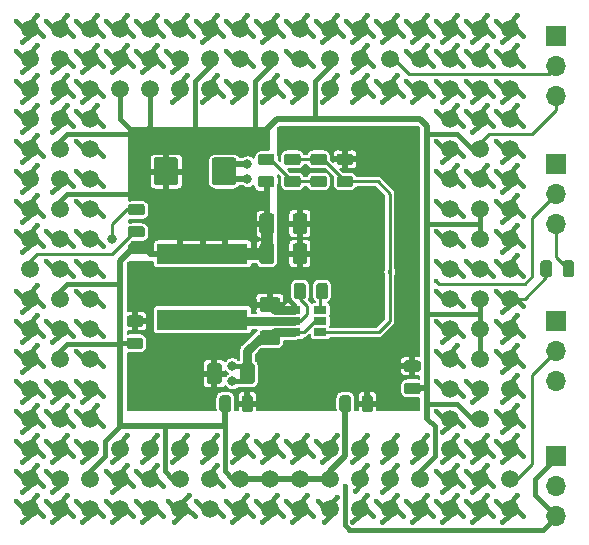
<source format=gbr>
G04 #@! TF.GenerationSoftware,KiCad,Pcbnew,(5.1.5)-3*
G04 #@! TF.CreationDate,2023-10-15T16:11:26+02:00*
G04 #@! TF.ProjectId,486VRM,34383656-524d-42e6-9b69-6361645f7063,rev?*
G04 #@! TF.SameCoordinates,Original*
G04 #@! TF.FileFunction,Copper,L1,Top*
G04 #@! TF.FilePolarity,Positive*
%FSLAX46Y46*%
G04 Gerber Fmt 4.6, Leading zero omitted, Abs format (unit mm)*
G04 Created by KiCad (PCBNEW (5.1.5)-3) date 2023-10-15 16:11:26*
%MOMM*%
%LPD*%
G04 APERTURE LIST*
%ADD10C,0.100000*%
%ADD11C,1.500000*%
%ADD12O,1.700000X1.700000*%
%ADD13R,1.700000X1.700000*%
%ADD14R,1.060000X0.650000*%
%ADD15R,7.700000X1.800000*%
%ADD16C,0.400000*%
%ADD17C,0.800000*%
%ADD18C,0.400000*%
%ADD19C,0.750000*%
%ADD20C,0.250000*%
%ADD21C,0.500000*%
%ADD22C,1.000000*%
%ADD23C,0.178000*%
%ADD24C,0.254000*%
G04 APERTURE END LIST*
G04 #@! TA.AperFunction,SMDPad,CuDef*
D10*
G36*
X168542142Y-104512174D02*
G01*
X168565803Y-104515684D01*
X168589007Y-104521496D01*
X168611529Y-104529554D01*
X168633153Y-104539782D01*
X168653670Y-104552079D01*
X168672883Y-104566329D01*
X168690607Y-104582393D01*
X168706671Y-104600117D01*
X168720921Y-104619330D01*
X168733218Y-104639847D01*
X168743446Y-104661471D01*
X168751504Y-104683993D01*
X168757316Y-104707197D01*
X168760826Y-104730858D01*
X168762000Y-104754750D01*
X168762000Y-105242250D01*
X168760826Y-105266142D01*
X168757316Y-105289803D01*
X168751504Y-105313007D01*
X168743446Y-105335529D01*
X168733218Y-105357153D01*
X168720921Y-105377670D01*
X168706671Y-105396883D01*
X168690607Y-105414607D01*
X168672883Y-105430671D01*
X168653670Y-105444921D01*
X168633153Y-105457218D01*
X168611529Y-105467446D01*
X168589007Y-105475504D01*
X168565803Y-105481316D01*
X168542142Y-105484826D01*
X168518250Y-105486000D01*
X167605750Y-105486000D01*
X167581858Y-105484826D01*
X167558197Y-105481316D01*
X167534993Y-105475504D01*
X167512471Y-105467446D01*
X167490847Y-105457218D01*
X167470330Y-105444921D01*
X167451117Y-105430671D01*
X167433393Y-105414607D01*
X167417329Y-105396883D01*
X167403079Y-105377670D01*
X167390782Y-105357153D01*
X167380554Y-105335529D01*
X167372496Y-105313007D01*
X167366684Y-105289803D01*
X167363174Y-105266142D01*
X167362000Y-105242250D01*
X167362000Y-104754750D01*
X167363174Y-104730858D01*
X167366684Y-104707197D01*
X167372496Y-104683993D01*
X167380554Y-104661471D01*
X167390782Y-104639847D01*
X167403079Y-104619330D01*
X167417329Y-104600117D01*
X167433393Y-104582393D01*
X167451117Y-104566329D01*
X167470330Y-104552079D01*
X167490847Y-104539782D01*
X167512471Y-104529554D01*
X167534993Y-104521496D01*
X167558197Y-104515684D01*
X167581858Y-104512174D01*
X167605750Y-104511000D01*
X168518250Y-104511000D01*
X168542142Y-104512174D01*
G37*
G04 #@! TD.AperFunction*
G04 #@! TA.AperFunction,SMDPad,CuDef*
G36*
X168542142Y-106387174D02*
G01*
X168565803Y-106390684D01*
X168589007Y-106396496D01*
X168611529Y-106404554D01*
X168633153Y-106414782D01*
X168653670Y-106427079D01*
X168672883Y-106441329D01*
X168690607Y-106457393D01*
X168706671Y-106475117D01*
X168720921Y-106494330D01*
X168733218Y-106514847D01*
X168743446Y-106536471D01*
X168751504Y-106558993D01*
X168757316Y-106582197D01*
X168760826Y-106605858D01*
X168762000Y-106629750D01*
X168762000Y-107117250D01*
X168760826Y-107141142D01*
X168757316Y-107164803D01*
X168751504Y-107188007D01*
X168743446Y-107210529D01*
X168733218Y-107232153D01*
X168720921Y-107252670D01*
X168706671Y-107271883D01*
X168690607Y-107289607D01*
X168672883Y-107305671D01*
X168653670Y-107319921D01*
X168633153Y-107332218D01*
X168611529Y-107342446D01*
X168589007Y-107350504D01*
X168565803Y-107356316D01*
X168542142Y-107359826D01*
X168518250Y-107361000D01*
X167605750Y-107361000D01*
X167581858Y-107359826D01*
X167558197Y-107356316D01*
X167534993Y-107350504D01*
X167512471Y-107342446D01*
X167490847Y-107332218D01*
X167470330Y-107319921D01*
X167451117Y-107305671D01*
X167433393Y-107289607D01*
X167417329Y-107271883D01*
X167403079Y-107252670D01*
X167390782Y-107232153D01*
X167380554Y-107210529D01*
X167372496Y-107188007D01*
X167366684Y-107164803D01*
X167363174Y-107141142D01*
X167362000Y-107117250D01*
X167362000Y-106629750D01*
X167363174Y-106605858D01*
X167366684Y-106582197D01*
X167372496Y-106558993D01*
X167380554Y-106536471D01*
X167390782Y-106514847D01*
X167403079Y-106494330D01*
X167417329Y-106475117D01*
X167433393Y-106457393D01*
X167451117Y-106441329D01*
X167470330Y-106427079D01*
X167490847Y-106414782D01*
X167512471Y-106404554D01*
X167534993Y-106396496D01*
X167558197Y-106390684D01*
X167581858Y-106387174D01*
X167605750Y-106386000D01*
X168518250Y-106386000D01*
X168542142Y-106387174D01*
G37*
G04 #@! TD.AperFunction*
D11*
X199685000Y-130320000D03*
X199685000Y-125240000D03*
X199685000Y-127780000D03*
X199685000Y-122700000D03*
X199685000Y-120160000D03*
X199685000Y-117620000D03*
X199685000Y-115080000D03*
X199685000Y-112540000D03*
X199685000Y-110000000D03*
X199685000Y-107460000D03*
X199685000Y-104920000D03*
X199685000Y-102380000D03*
X199685000Y-99840000D03*
X199685000Y-97300000D03*
X199685000Y-94760000D03*
X199685000Y-92220000D03*
X199685000Y-89680000D03*
X197145000Y-130320000D03*
X197145000Y-125240000D03*
X197145000Y-127780000D03*
X197145000Y-122700000D03*
X197145000Y-120160000D03*
X197145000Y-117620000D03*
X197145000Y-115080000D03*
X197145000Y-112540000D03*
X197145000Y-110000000D03*
X197145000Y-107460000D03*
X197145000Y-104920000D03*
X197145000Y-102380000D03*
X197145000Y-99840000D03*
X197145000Y-97300000D03*
X197145000Y-94760000D03*
X197145000Y-92220000D03*
X197145000Y-89680000D03*
X194605000Y-130320000D03*
X194605000Y-125240000D03*
X194605000Y-127780000D03*
X194605000Y-122700000D03*
X194605000Y-120160000D03*
X194605000Y-117620000D03*
X194605000Y-115080000D03*
X194605000Y-112540000D03*
X194605000Y-110000000D03*
X194605000Y-107460000D03*
X194605000Y-104920000D03*
X194605000Y-102380000D03*
X194605000Y-99840000D03*
X194605000Y-97300000D03*
X194605000Y-94760000D03*
X194605000Y-92220000D03*
X194605000Y-89680000D03*
X192065000Y-130320000D03*
X192065000Y-125240000D03*
X192065000Y-127780000D03*
X192065000Y-94760000D03*
X192065000Y-92220000D03*
X192065000Y-89680000D03*
X189525000Y-130320000D03*
X189525000Y-125240000D03*
X189525000Y-127780000D03*
X189525000Y-94760000D03*
X189525000Y-92220000D03*
X189525000Y-89680000D03*
X186985000Y-130320000D03*
X186985000Y-125240000D03*
X186985000Y-127780000D03*
X186985000Y-94760000D03*
X186985000Y-92220000D03*
X186985000Y-89680000D03*
X184445000Y-130320000D03*
X184445000Y-125240000D03*
X184445000Y-127780000D03*
X184445000Y-94760000D03*
X184445000Y-92220000D03*
X184445000Y-89680000D03*
X181905000Y-130320000D03*
X181905000Y-125240000D03*
X181905000Y-127780000D03*
X181905000Y-94760000D03*
X181905000Y-92220000D03*
X181905000Y-89680000D03*
X179365000Y-130320000D03*
X179365000Y-125240000D03*
X179365000Y-127780000D03*
X179365000Y-94760000D03*
X179365000Y-92220000D03*
X179365000Y-89680000D03*
X176825000Y-130320000D03*
X176825000Y-125240000D03*
X176825000Y-127780000D03*
X176825000Y-94760000D03*
X176825000Y-92220000D03*
X176825000Y-89680000D03*
X174285000Y-130320000D03*
X174285000Y-125240000D03*
X174285000Y-127780000D03*
X174285000Y-94760000D03*
X174285000Y-92220000D03*
X174285000Y-89680000D03*
X171745000Y-130320000D03*
X171745000Y-125240000D03*
X171745000Y-127780000D03*
X171745000Y-94760000D03*
X171745000Y-92220000D03*
X171745000Y-89680000D03*
X169205000Y-130320000D03*
X169205000Y-125240000D03*
X169205000Y-127780000D03*
X169205000Y-94760000D03*
X169205000Y-92220000D03*
X169205000Y-89680000D03*
X166665000Y-130320000D03*
X166665000Y-125240000D03*
X166665000Y-127780000D03*
X166665000Y-94760000D03*
X166665000Y-92220000D03*
X166665000Y-89680000D03*
X164125000Y-130320000D03*
X164125000Y-125240000D03*
X164125000Y-127780000D03*
X164125000Y-122700000D03*
X164125000Y-120160000D03*
X164125000Y-117620000D03*
X164125000Y-115080000D03*
X164125000Y-112540000D03*
X164125000Y-110000000D03*
X164125000Y-107460000D03*
X164125000Y-104920000D03*
X164125000Y-102380000D03*
X164125000Y-99840000D03*
X164125000Y-97300000D03*
X164125000Y-94760000D03*
X164125000Y-92220000D03*
X164125000Y-89680000D03*
X161585000Y-130320000D03*
X161585000Y-125240000D03*
X161585000Y-127780000D03*
X161585000Y-122700000D03*
X161585000Y-120160000D03*
X161585000Y-117620000D03*
X161585000Y-115080000D03*
X161585000Y-112540000D03*
X161585000Y-110000000D03*
X161585000Y-107460000D03*
X161585000Y-104920000D03*
X161585000Y-102380000D03*
X161585000Y-99840000D03*
X161585000Y-97300000D03*
X161585000Y-94760000D03*
X161585000Y-92220000D03*
X161585000Y-89680000D03*
X159045000Y-130320000D03*
X159045000Y-125240000D03*
X159045000Y-127780000D03*
X159045000Y-122700000D03*
X159045000Y-120160000D03*
X159045000Y-117620000D03*
X159045000Y-115080000D03*
X159045000Y-112540000D03*
X159045000Y-110000000D03*
X159045000Y-107460000D03*
X159045000Y-104920000D03*
X159045000Y-102380000D03*
X159045000Y-99840000D03*
X159045000Y-97300000D03*
X159045000Y-94760000D03*
X159045000Y-92220000D03*
X159045000Y-89680000D03*
G04 #@! TA.AperFunction,SMDPad,CuDef*
D10*
G36*
X176289504Y-100571204D02*
G01*
X176313773Y-100574804D01*
X176337571Y-100580765D01*
X176360671Y-100589030D01*
X176382849Y-100599520D01*
X176403893Y-100612133D01*
X176423598Y-100626747D01*
X176441777Y-100643223D01*
X176458253Y-100661402D01*
X176472867Y-100681107D01*
X176485480Y-100702151D01*
X176495970Y-100724329D01*
X176504235Y-100747429D01*
X176510196Y-100771227D01*
X176513796Y-100795496D01*
X176515000Y-100820000D01*
X176515000Y-102670000D01*
X176513796Y-102694504D01*
X176510196Y-102718773D01*
X176504235Y-102742571D01*
X176495970Y-102765671D01*
X176485480Y-102787849D01*
X176472867Y-102808893D01*
X176458253Y-102828598D01*
X176441777Y-102846777D01*
X176423598Y-102863253D01*
X176403893Y-102877867D01*
X176382849Y-102890480D01*
X176360671Y-102900970D01*
X176337571Y-102909235D01*
X176313773Y-102915196D01*
X176289504Y-102918796D01*
X176265000Y-102920000D01*
X174690000Y-102920000D01*
X174665496Y-102918796D01*
X174641227Y-102915196D01*
X174617429Y-102909235D01*
X174594329Y-102900970D01*
X174572151Y-102890480D01*
X174551107Y-102877867D01*
X174531402Y-102863253D01*
X174513223Y-102846777D01*
X174496747Y-102828598D01*
X174482133Y-102808893D01*
X174469520Y-102787849D01*
X174459030Y-102765671D01*
X174450765Y-102742571D01*
X174444804Y-102718773D01*
X174441204Y-102694504D01*
X174440000Y-102670000D01*
X174440000Y-100820000D01*
X174441204Y-100795496D01*
X174444804Y-100771227D01*
X174450765Y-100747429D01*
X174459030Y-100724329D01*
X174469520Y-100702151D01*
X174482133Y-100681107D01*
X174496747Y-100661402D01*
X174513223Y-100643223D01*
X174531402Y-100626747D01*
X174551107Y-100612133D01*
X174572151Y-100599520D01*
X174594329Y-100589030D01*
X174617429Y-100580765D01*
X174641227Y-100574804D01*
X174665496Y-100571204D01*
X174690000Y-100570000D01*
X176265000Y-100570000D01*
X176289504Y-100571204D01*
G37*
G04 #@! TD.AperFunction*
G04 #@! TA.AperFunction,SMDPad,CuDef*
G36*
X171364504Y-100571204D02*
G01*
X171388773Y-100574804D01*
X171412571Y-100580765D01*
X171435671Y-100589030D01*
X171457849Y-100599520D01*
X171478893Y-100612133D01*
X171498598Y-100626747D01*
X171516777Y-100643223D01*
X171533253Y-100661402D01*
X171547867Y-100681107D01*
X171560480Y-100702151D01*
X171570970Y-100724329D01*
X171579235Y-100747429D01*
X171585196Y-100771227D01*
X171588796Y-100795496D01*
X171590000Y-100820000D01*
X171590000Y-102670000D01*
X171588796Y-102694504D01*
X171585196Y-102718773D01*
X171579235Y-102742571D01*
X171570970Y-102765671D01*
X171560480Y-102787849D01*
X171547867Y-102808893D01*
X171533253Y-102828598D01*
X171516777Y-102846777D01*
X171498598Y-102863253D01*
X171478893Y-102877867D01*
X171457849Y-102890480D01*
X171435671Y-102900970D01*
X171412571Y-102909235D01*
X171388773Y-102915196D01*
X171364504Y-102918796D01*
X171340000Y-102920000D01*
X169765000Y-102920000D01*
X169740496Y-102918796D01*
X169716227Y-102915196D01*
X169692429Y-102909235D01*
X169669329Y-102900970D01*
X169647151Y-102890480D01*
X169626107Y-102877867D01*
X169606402Y-102863253D01*
X169588223Y-102846777D01*
X169571747Y-102828598D01*
X169557133Y-102808893D01*
X169544520Y-102787849D01*
X169534030Y-102765671D01*
X169525765Y-102742571D01*
X169519804Y-102718773D01*
X169516204Y-102694504D01*
X169515000Y-102670000D01*
X169515000Y-100820000D01*
X169516204Y-100795496D01*
X169519804Y-100771227D01*
X169525765Y-100747429D01*
X169534030Y-100724329D01*
X169544520Y-100702151D01*
X169557133Y-100681107D01*
X169571747Y-100661402D01*
X169588223Y-100643223D01*
X169606402Y-100626747D01*
X169626107Y-100612133D01*
X169647151Y-100599520D01*
X169669329Y-100589030D01*
X169692429Y-100580765D01*
X169716227Y-100574804D01*
X169740496Y-100571204D01*
X169765000Y-100570000D01*
X171340000Y-100570000D01*
X171364504Y-100571204D01*
G37*
G04 #@! TD.AperFunction*
G04 #@! TA.AperFunction,SMDPad,CuDef*
G36*
X177727642Y-120731174D02*
G01*
X177751303Y-120734684D01*
X177774507Y-120740496D01*
X177797029Y-120748554D01*
X177818653Y-120758782D01*
X177839170Y-120771079D01*
X177858383Y-120785329D01*
X177876107Y-120801393D01*
X177892171Y-120819117D01*
X177906421Y-120838330D01*
X177918718Y-120858847D01*
X177928946Y-120880471D01*
X177937004Y-120902993D01*
X177942816Y-120926197D01*
X177946326Y-120949858D01*
X177947500Y-120973750D01*
X177947500Y-121886250D01*
X177946326Y-121910142D01*
X177942816Y-121933803D01*
X177937004Y-121957007D01*
X177928946Y-121979529D01*
X177918718Y-122001153D01*
X177906421Y-122021670D01*
X177892171Y-122040883D01*
X177876107Y-122058607D01*
X177858383Y-122074671D01*
X177839170Y-122088921D01*
X177818653Y-122101218D01*
X177797029Y-122111446D01*
X177774507Y-122119504D01*
X177751303Y-122125316D01*
X177727642Y-122128826D01*
X177703750Y-122130000D01*
X177216250Y-122130000D01*
X177192358Y-122128826D01*
X177168697Y-122125316D01*
X177145493Y-122119504D01*
X177122971Y-122111446D01*
X177101347Y-122101218D01*
X177080830Y-122088921D01*
X177061617Y-122074671D01*
X177043893Y-122058607D01*
X177027829Y-122040883D01*
X177013579Y-122021670D01*
X177001282Y-122001153D01*
X176991054Y-121979529D01*
X176982996Y-121957007D01*
X176977184Y-121933803D01*
X176973674Y-121910142D01*
X176972500Y-121886250D01*
X176972500Y-120973750D01*
X176973674Y-120949858D01*
X176977184Y-120926197D01*
X176982996Y-120902993D01*
X176991054Y-120880471D01*
X177001282Y-120858847D01*
X177013579Y-120838330D01*
X177027829Y-120819117D01*
X177043893Y-120801393D01*
X177061617Y-120785329D01*
X177080830Y-120771079D01*
X177101347Y-120758782D01*
X177122971Y-120748554D01*
X177145493Y-120740496D01*
X177168697Y-120734684D01*
X177192358Y-120731174D01*
X177216250Y-120730000D01*
X177703750Y-120730000D01*
X177727642Y-120731174D01*
G37*
G04 #@! TD.AperFunction*
G04 #@! TA.AperFunction,SMDPad,CuDef*
G36*
X175852642Y-120731174D02*
G01*
X175876303Y-120734684D01*
X175899507Y-120740496D01*
X175922029Y-120748554D01*
X175943653Y-120758782D01*
X175964170Y-120771079D01*
X175983383Y-120785329D01*
X176001107Y-120801393D01*
X176017171Y-120819117D01*
X176031421Y-120838330D01*
X176043718Y-120858847D01*
X176053946Y-120880471D01*
X176062004Y-120902993D01*
X176067816Y-120926197D01*
X176071326Y-120949858D01*
X176072500Y-120973750D01*
X176072500Y-121886250D01*
X176071326Y-121910142D01*
X176067816Y-121933803D01*
X176062004Y-121957007D01*
X176053946Y-121979529D01*
X176043718Y-122001153D01*
X176031421Y-122021670D01*
X176017171Y-122040883D01*
X176001107Y-122058607D01*
X175983383Y-122074671D01*
X175964170Y-122088921D01*
X175943653Y-122101218D01*
X175922029Y-122111446D01*
X175899507Y-122119504D01*
X175876303Y-122125316D01*
X175852642Y-122128826D01*
X175828750Y-122130000D01*
X175341250Y-122130000D01*
X175317358Y-122128826D01*
X175293697Y-122125316D01*
X175270493Y-122119504D01*
X175247971Y-122111446D01*
X175226347Y-122101218D01*
X175205830Y-122088921D01*
X175186617Y-122074671D01*
X175168893Y-122058607D01*
X175152829Y-122040883D01*
X175138579Y-122021670D01*
X175126282Y-122001153D01*
X175116054Y-121979529D01*
X175107996Y-121957007D01*
X175102184Y-121933803D01*
X175098674Y-121910142D01*
X175097500Y-121886250D01*
X175097500Y-120973750D01*
X175098674Y-120949858D01*
X175102184Y-120926197D01*
X175107996Y-120902993D01*
X175116054Y-120880471D01*
X175126282Y-120858847D01*
X175138579Y-120838330D01*
X175152829Y-120819117D01*
X175168893Y-120801393D01*
X175186617Y-120785329D01*
X175205830Y-120771079D01*
X175226347Y-120758782D01*
X175247971Y-120748554D01*
X175270493Y-120740496D01*
X175293697Y-120734684D01*
X175317358Y-120731174D01*
X175341250Y-120730000D01*
X175828750Y-120730000D01*
X175852642Y-120731174D01*
G37*
G04 #@! TD.AperFunction*
G04 #@! TA.AperFunction,SMDPad,CuDef*
G36*
X187887642Y-120731174D02*
G01*
X187911303Y-120734684D01*
X187934507Y-120740496D01*
X187957029Y-120748554D01*
X187978653Y-120758782D01*
X187999170Y-120771079D01*
X188018383Y-120785329D01*
X188036107Y-120801393D01*
X188052171Y-120819117D01*
X188066421Y-120838330D01*
X188078718Y-120858847D01*
X188088946Y-120880471D01*
X188097004Y-120902993D01*
X188102816Y-120926197D01*
X188106326Y-120949858D01*
X188107500Y-120973750D01*
X188107500Y-121886250D01*
X188106326Y-121910142D01*
X188102816Y-121933803D01*
X188097004Y-121957007D01*
X188088946Y-121979529D01*
X188078718Y-122001153D01*
X188066421Y-122021670D01*
X188052171Y-122040883D01*
X188036107Y-122058607D01*
X188018383Y-122074671D01*
X187999170Y-122088921D01*
X187978653Y-122101218D01*
X187957029Y-122111446D01*
X187934507Y-122119504D01*
X187911303Y-122125316D01*
X187887642Y-122128826D01*
X187863750Y-122130000D01*
X187376250Y-122130000D01*
X187352358Y-122128826D01*
X187328697Y-122125316D01*
X187305493Y-122119504D01*
X187282971Y-122111446D01*
X187261347Y-122101218D01*
X187240830Y-122088921D01*
X187221617Y-122074671D01*
X187203893Y-122058607D01*
X187187829Y-122040883D01*
X187173579Y-122021670D01*
X187161282Y-122001153D01*
X187151054Y-121979529D01*
X187142996Y-121957007D01*
X187137184Y-121933803D01*
X187133674Y-121910142D01*
X187132500Y-121886250D01*
X187132500Y-120973750D01*
X187133674Y-120949858D01*
X187137184Y-120926197D01*
X187142996Y-120902993D01*
X187151054Y-120880471D01*
X187161282Y-120858847D01*
X187173579Y-120838330D01*
X187187829Y-120819117D01*
X187203893Y-120801393D01*
X187221617Y-120785329D01*
X187240830Y-120771079D01*
X187261347Y-120758782D01*
X187282971Y-120748554D01*
X187305493Y-120740496D01*
X187328697Y-120734684D01*
X187352358Y-120731174D01*
X187376250Y-120730000D01*
X187863750Y-120730000D01*
X187887642Y-120731174D01*
G37*
G04 #@! TD.AperFunction*
G04 #@! TA.AperFunction,SMDPad,CuDef*
G36*
X186012642Y-120731174D02*
G01*
X186036303Y-120734684D01*
X186059507Y-120740496D01*
X186082029Y-120748554D01*
X186103653Y-120758782D01*
X186124170Y-120771079D01*
X186143383Y-120785329D01*
X186161107Y-120801393D01*
X186177171Y-120819117D01*
X186191421Y-120838330D01*
X186203718Y-120858847D01*
X186213946Y-120880471D01*
X186222004Y-120902993D01*
X186227816Y-120926197D01*
X186231326Y-120949858D01*
X186232500Y-120973750D01*
X186232500Y-121886250D01*
X186231326Y-121910142D01*
X186227816Y-121933803D01*
X186222004Y-121957007D01*
X186213946Y-121979529D01*
X186203718Y-122001153D01*
X186191421Y-122021670D01*
X186177171Y-122040883D01*
X186161107Y-122058607D01*
X186143383Y-122074671D01*
X186124170Y-122088921D01*
X186103653Y-122101218D01*
X186082029Y-122111446D01*
X186059507Y-122119504D01*
X186036303Y-122125316D01*
X186012642Y-122128826D01*
X185988750Y-122130000D01*
X185501250Y-122130000D01*
X185477358Y-122128826D01*
X185453697Y-122125316D01*
X185430493Y-122119504D01*
X185407971Y-122111446D01*
X185386347Y-122101218D01*
X185365830Y-122088921D01*
X185346617Y-122074671D01*
X185328893Y-122058607D01*
X185312829Y-122040883D01*
X185298579Y-122021670D01*
X185286282Y-122001153D01*
X185276054Y-121979529D01*
X185267996Y-121957007D01*
X185262184Y-121933803D01*
X185258674Y-121910142D01*
X185257500Y-121886250D01*
X185257500Y-120973750D01*
X185258674Y-120949858D01*
X185262184Y-120926197D01*
X185267996Y-120902993D01*
X185276054Y-120880471D01*
X185286282Y-120858847D01*
X185298579Y-120838330D01*
X185312829Y-120819117D01*
X185328893Y-120801393D01*
X185346617Y-120785329D01*
X185365830Y-120771079D01*
X185386347Y-120758782D01*
X185407971Y-120748554D01*
X185430493Y-120740496D01*
X185453697Y-120734684D01*
X185477358Y-120731174D01*
X185501250Y-120730000D01*
X185988750Y-120730000D01*
X186012642Y-120731174D01*
G37*
G04 #@! TD.AperFunction*
G04 #@! TA.AperFunction,SMDPad,CuDef*
G36*
X191910142Y-117768674D02*
G01*
X191933803Y-117772184D01*
X191957007Y-117777996D01*
X191979529Y-117786054D01*
X192001153Y-117796282D01*
X192021670Y-117808579D01*
X192040883Y-117822829D01*
X192058607Y-117838893D01*
X192074671Y-117856617D01*
X192088921Y-117875830D01*
X192101218Y-117896347D01*
X192111446Y-117917971D01*
X192119504Y-117940493D01*
X192125316Y-117963697D01*
X192128826Y-117987358D01*
X192130000Y-118011250D01*
X192130000Y-118498750D01*
X192128826Y-118522642D01*
X192125316Y-118546303D01*
X192119504Y-118569507D01*
X192111446Y-118592029D01*
X192101218Y-118613653D01*
X192088921Y-118634170D01*
X192074671Y-118653383D01*
X192058607Y-118671107D01*
X192040883Y-118687171D01*
X192021670Y-118701421D01*
X192001153Y-118713718D01*
X191979529Y-118723946D01*
X191957007Y-118732004D01*
X191933803Y-118737816D01*
X191910142Y-118741326D01*
X191886250Y-118742500D01*
X190973750Y-118742500D01*
X190949858Y-118741326D01*
X190926197Y-118737816D01*
X190902993Y-118732004D01*
X190880471Y-118723946D01*
X190858847Y-118713718D01*
X190838330Y-118701421D01*
X190819117Y-118687171D01*
X190801393Y-118671107D01*
X190785329Y-118653383D01*
X190771079Y-118634170D01*
X190758782Y-118613653D01*
X190748554Y-118592029D01*
X190740496Y-118569507D01*
X190734684Y-118546303D01*
X190731174Y-118522642D01*
X190730000Y-118498750D01*
X190730000Y-118011250D01*
X190731174Y-117987358D01*
X190734684Y-117963697D01*
X190740496Y-117940493D01*
X190748554Y-117917971D01*
X190758782Y-117896347D01*
X190771079Y-117875830D01*
X190785329Y-117856617D01*
X190801393Y-117838893D01*
X190819117Y-117822829D01*
X190838330Y-117808579D01*
X190858847Y-117796282D01*
X190880471Y-117786054D01*
X190902993Y-117777996D01*
X190926197Y-117772184D01*
X190949858Y-117768674D01*
X190973750Y-117767500D01*
X191886250Y-117767500D01*
X191910142Y-117768674D01*
G37*
G04 #@! TD.AperFunction*
G04 #@! TA.AperFunction,SMDPad,CuDef*
G36*
X191910142Y-119643674D02*
G01*
X191933803Y-119647184D01*
X191957007Y-119652996D01*
X191979529Y-119661054D01*
X192001153Y-119671282D01*
X192021670Y-119683579D01*
X192040883Y-119697829D01*
X192058607Y-119713893D01*
X192074671Y-119731617D01*
X192088921Y-119750830D01*
X192101218Y-119771347D01*
X192111446Y-119792971D01*
X192119504Y-119815493D01*
X192125316Y-119838697D01*
X192128826Y-119862358D01*
X192130000Y-119886250D01*
X192130000Y-120373750D01*
X192128826Y-120397642D01*
X192125316Y-120421303D01*
X192119504Y-120444507D01*
X192111446Y-120467029D01*
X192101218Y-120488653D01*
X192088921Y-120509170D01*
X192074671Y-120528383D01*
X192058607Y-120546107D01*
X192040883Y-120562171D01*
X192021670Y-120576421D01*
X192001153Y-120588718D01*
X191979529Y-120598946D01*
X191957007Y-120607004D01*
X191933803Y-120612816D01*
X191910142Y-120616326D01*
X191886250Y-120617500D01*
X190973750Y-120617500D01*
X190949858Y-120616326D01*
X190926197Y-120612816D01*
X190902993Y-120607004D01*
X190880471Y-120598946D01*
X190858847Y-120588718D01*
X190838330Y-120576421D01*
X190819117Y-120562171D01*
X190801393Y-120546107D01*
X190785329Y-120528383D01*
X190771079Y-120509170D01*
X190758782Y-120488653D01*
X190748554Y-120467029D01*
X190740496Y-120444507D01*
X190734684Y-120421303D01*
X190731174Y-120397642D01*
X190730000Y-120373750D01*
X190730000Y-119886250D01*
X190731174Y-119862358D01*
X190734684Y-119838697D01*
X190740496Y-119815493D01*
X190748554Y-119792971D01*
X190758782Y-119771347D01*
X190771079Y-119750830D01*
X190785329Y-119731617D01*
X190801393Y-119713893D01*
X190819117Y-119697829D01*
X190838330Y-119683579D01*
X190858847Y-119671282D01*
X190880471Y-119661054D01*
X190902993Y-119652996D01*
X190926197Y-119647184D01*
X190949858Y-119643674D01*
X190973750Y-119642500D01*
X191886250Y-119642500D01*
X191910142Y-119643674D01*
G37*
G04 #@! TD.AperFunction*
G04 #@! TA.AperFunction,SMDPad,CuDef*
G36*
X168415142Y-113958674D02*
G01*
X168438803Y-113962184D01*
X168462007Y-113967996D01*
X168484529Y-113976054D01*
X168506153Y-113986282D01*
X168526670Y-113998579D01*
X168545883Y-114012829D01*
X168563607Y-114028893D01*
X168579671Y-114046617D01*
X168593921Y-114065830D01*
X168606218Y-114086347D01*
X168616446Y-114107971D01*
X168624504Y-114130493D01*
X168630316Y-114153697D01*
X168633826Y-114177358D01*
X168635000Y-114201250D01*
X168635000Y-114688750D01*
X168633826Y-114712642D01*
X168630316Y-114736303D01*
X168624504Y-114759507D01*
X168616446Y-114782029D01*
X168606218Y-114803653D01*
X168593921Y-114824170D01*
X168579671Y-114843383D01*
X168563607Y-114861107D01*
X168545883Y-114877171D01*
X168526670Y-114891421D01*
X168506153Y-114903718D01*
X168484529Y-114913946D01*
X168462007Y-114922004D01*
X168438803Y-114927816D01*
X168415142Y-114931326D01*
X168391250Y-114932500D01*
X167478750Y-114932500D01*
X167454858Y-114931326D01*
X167431197Y-114927816D01*
X167407993Y-114922004D01*
X167385471Y-114913946D01*
X167363847Y-114903718D01*
X167343330Y-114891421D01*
X167324117Y-114877171D01*
X167306393Y-114861107D01*
X167290329Y-114843383D01*
X167276079Y-114824170D01*
X167263782Y-114803653D01*
X167253554Y-114782029D01*
X167245496Y-114759507D01*
X167239684Y-114736303D01*
X167236174Y-114712642D01*
X167235000Y-114688750D01*
X167235000Y-114201250D01*
X167236174Y-114177358D01*
X167239684Y-114153697D01*
X167245496Y-114130493D01*
X167253554Y-114107971D01*
X167263782Y-114086347D01*
X167276079Y-114065830D01*
X167290329Y-114046617D01*
X167306393Y-114028893D01*
X167324117Y-114012829D01*
X167343330Y-113998579D01*
X167363847Y-113986282D01*
X167385471Y-113976054D01*
X167407993Y-113967996D01*
X167431197Y-113962184D01*
X167454858Y-113958674D01*
X167478750Y-113957500D01*
X168391250Y-113957500D01*
X168415142Y-113958674D01*
G37*
G04 #@! TD.AperFunction*
G04 #@! TA.AperFunction,SMDPad,CuDef*
G36*
X168415142Y-115833674D02*
G01*
X168438803Y-115837184D01*
X168462007Y-115842996D01*
X168484529Y-115851054D01*
X168506153Y-115861282D01*
X168526670Y-115873579D01*
X168545883Y-115887829D01*
X168563607Y-115903893D01*
X168579671Y-115921617D01*
X168593921Y-115940830D01*
X168606218Y-115961347D01*
X168616446Y-115982971D01*
X168624504Y-116005493D01*
X168630316Y-116028697D01*
X168633826Y-116052358D01*
X168635000Y-116076250D01*
X168635000Y-116563750D01*
X168633826Y-116587642D01*
X168630316Y-116611303D01*
X168624504Y-116634507D01*
X168616446Y-116657029D01*
X168606218Y-116678653D01*
X168593921Y-116699170D01*
X168579671Y-116718383D01*
X168563607Y-116736107D01*
X168545883Y-116752171D01*
X168526670Y-116766421D01*
X168506153Y-116778718D01*
X168484529Y-116788946D01*
X168462007Y-116797004D01*
X168438803Y-116802816D01*
X168415142Y-116806326D01*
X168391250Y-116807500D01*
X167478750Y-116807500D01*
X167454858Y-116806326D01*
X167431197Y-116802816D01*
X167407993Y-116797004D01*
X167385471Y-116788946D01*
X167363847Y-116778718D01*
X167343330Y-116766421D01*
X167324117Y-116752171D01*
X167306393Y-116736107D01*
X167290329Y-116718383D01*
X167276079Y-116699170D01*
X167263782Y-116678653D01*
X167253554Y-116657029D01*
X167245496Y-116634507D01*
X167239684Y-116611303D01*
X167236174Y-116587642D01*
X167235000Y-116563750D01*
X167235000Y-116076250D01*
X167236174Y-116052358D01*
X167239684Y-116028697D01*
X167245496Y-116005493D01*
X167253554Y-115982971D01*
X167263782Y-115961347D01*
X167276079Y-115940830D01*
X167290329Y-115921617D01*
X167306393Y-115903893D01*
X167324117Y-115887829D01*
X167343330Y-115873579D01*
X167363847Y-115861282D01*
X167385471Y-115851054D01*
X167407993Y-115842996D01*
X167431197Y-115837184D01*
X167454858Y-115833674D01*
X167478750Y-115832500D01*
X168391250Y-115832500D01*
X168415142Y-115833674D01*
G37*
G04 #@! TD.AperFunction*
D12*
X203622000Y-130955000D03*
X203622000Y-128415000D03*
D13*
X203622000Y-125875000D03*
D12*
X203622000Y-106190000D03*
X203622000Y-103650000D03*
D13*
X203622000Y-101110000D03*
D12*
X203622000Y-95395000D03*
X203622000Y-92855000D03*
D13*
X203622000Y-90315000D03*
D12*
X203622000Y-119525000D03*
X203622000Y-116985000D03*
D13*
X203622000Y-114445000D03*
D14*
X183640000Y-114445000D03*
X183640000Y-113495000D03*
X183640000Y-115395000D03*
X181440000Y-115395000D03*
X181440000Y-114445000D03*
X181440000Y-113495000D03*
G04 #@! TA.AperFunction,SMDPad,CuDef*
D10*
G36*
X203030642Y-109301174D02*
G01*
X203054303Y-109304684D01*
X203077507Y-109310496D01*
X203100029Y-109318554D01*
X203121653Y-109328782D01*
X203142170Y-109341079D01*
X203161383Y-109355329D01*
X203179107Y-109371393D01*
X203195171Y-109389117D01*
X203209421Y-109408330D01*
X203221718Y-109428847D01*
X203231946Y-109450471D01*
X203240004Y-109472993D01*
X203245816Y-109496197D01*
X203249326Y-109519858D01*
X203250500Y-109543750D01*
X203250500Y-110456250D01*
X203249326Y-110480142D01*
X203245816Y-110503803D01*
X203240004Y-110527007D01*
X203231946Y-110549529D01*
X203221718Y-110571153D01*
X203209421Y-110591670D01*
X203195171Y-110610883D01*
X203179107Y-110628607D01*
X203161383Y-110644671D01*
X203142170Y-110658921D01*
X203121653Y-110671218D01*
X203100029Y-110681446D01*
X203077507Y-110689504D01*
X203054303Y-110695316D01*
X203030642Y-110698826D01*
X203006750Y-110700000D01*
X202519250Y-110700000D01*
X202495358Y-110698826D01*
X202471697Y-110695316D01*
X202448493Y-110689504D01*
X202425971Y-110681446D01*
X202404347Y-110671218D01*
X202383830Y-110658921D01*
X202364617Y-110644671D01*
X202346893Y-110628607D01*
X202330829Y-110610883D01*
X202316579Y-110591670D01*
X202304282Y-110571153D01*
X202294054Y-110549529D01*
X202285996Y-110527007D01*
X202280184Y-110503803D01*
X202276674Y-110480142D01*
X202275500Y-110456250D01*
X202275500Y-109543750D01*
X202276674Y-109519858D01*
X202280184Y-109496197D01*
X202285996Y-109472993D01*
X202294054Y-109450471D01*
X202304282Y-109428847D01*
X202316579Y-109408330D01*
X202330829Y-109389117D01*
X202346893Y-109371393D01*
X202364617Y-109355329D01*
X202383830Y-109341079D01*
X202404347Y-109328782D01*
X202425971Y-109318554D01*
X202448493Y-109310496D01*
X202471697Y-109304684D01*
X202495358Y-109301174D01*
X202519250Y-109300000D01*
X203006750Y-109300000D01*
X203030642Y-109301174D01*
G37*
G04 #@! TD.AperFunction*
G04 #@! TA.AperFunction,SMDPad,CuDef*
G36*
X204905642Y-109301174D02*
G01*
X204929303Y-109304684D01*
X204952507Y-109310496D01*
X204975029Y-109318554D01*
X204996653Y-109328782D01*
X205017170Y-109341079D01*
X205036383Y-109355329D01*
X205054107Y-109371393D01*
X205070171Y-109389117D01*
X205084421Y-109408330D01*
X205096718Y-109428847D01*
X205106946Y-109450471D01*
X205115004Y-109472993D01*
X205120816Y-109496197D01*
X205124326Y-109519858D01*
X205125500Y-109543750D01*
X205125500Y-110456250D01*
X205124326Y-110480142D01*
X205120816Y-110503803D01*
X205115004Y-110527007D01*
X205106946Y-110549529D01*
X205096718Y-110571153D01*
X205084421Y-110591670D01*
X205070171Y-110610883D01*
X205054107Y-110628607D01*
X205036383Y-110644671D01*
X205017170Y-110658921D01*
X204996653Y-110671218D01*
X204975029Y-110681446D01*
X204952507Y-110689504D01*
X204929303Y-110695316D01*
X204905642Y-110698826D01*
X204881750Y-110700000D01*
X204394250Y-110700000D01*
X204370358Y-110698826D01*
X204346697Y-110695316D01*
X204323493Y-110689504D01*
X204300971Y-110681446D01*
X204279347Y-110671218D01*
X204258830Y-110658921D01*
X204239617Y-110644671D01*
X204221893Y-110628607D01*
X204205829Y-110610883D01*
X204191579Y-110591670D01*
X204179282Y-110571153D01*
X204169054Y-110549529D01*
X204160996Y-110527007D01*
X204155184Y-110503803D01*
X204151674Y-110480142D01*
X204150500Y-110456250D01*
X204150500Y-109543750D01*
X204151674Y-109519858D01*
X204155184Y-109496197D01*
X204160996Y-109472993D01*
X204169054Y-109450471D01*
X204179282Y-109428847D01*
X204191579Y-109408330D01*
X204205829Y-109389117D01*
X204221893Y-109371393D01*
X204239617Y-109355329D01*
X204258830Y-109341079D01*
X204279347Y-109328782D01*
X204300971Y-109318554D01*
X204323493Y-109310496D01*
X204346697Y-109304684D01*
X204370358Y-109301174D01*
X204394250Y-109300000D01*
X204881750Y-109300000D01*
X204905642Y-109301174D01*
G37*
G04 #@! TD.AperFunction*
G04 #@! TA.AperFunction,SMDPad,CuDef*
G36*
X186195142Y-100256174D02*
G01*
X186218803Y-100259684D01*
X186242007Y-100265496D01*
X186264529Y-100273554D01*
X186286153Y-100283782D01*
X186306670Y-100296079D01*
X186325883Y-100310329D01*
X186343607Y-100326393D01*
X186359671Y-100344117D01*
X186373921Y-100363330D01*
X186386218Y-100383847D01*
X186396446Y-100405471D01*
X186404504Y-100427993D01*
X186410316Y-100451197D01*
X186413826Y-100474858D01*
X186415000Y-100498750D01*
X186415000Y-100986250D01*
X186413826Y-101010142D01*
X186410316Y-101033803D01*
X186404504Y-101057007D01*
X186396446Y-101079529D01*
X186386218Y-101101153D01*
X186373921Y-101121670D01*
X186359671Y-101140883D01*
X186343607Y-101158607D01*
X186325883Y-101174671D01*
X186306670Y-101188921D01*
X186286153Y-101201218D01*
X186264529Y-101211446D01*
X186242007Y-101219504D01*
X186218803Y-101225316D01*
X186195142Y-101228826D01*
X186171250Y-101230000D01*
X185258750Y-101230000D01*
X185234858Y-101228826D01*
X185211197Y-101225316D01*
X185187993Y-101219504D01*
X185165471Y-101211446D01*
X185143847Y-101201218D01*
X185123330Y-101188921D01*
X185104117Y-101174671D01*
X185086393Y-101158607D01*
X185070329Y-101140883D01*
X185056079Y-101121670D01*
X185043782Y-101101153D01*
X185033554Y-101079529D01*
X185025496Y-101057007D01*
X185019684Y-101033803D01*
X185016174Y-101010142D01*
X185015000Y-100986250D01*
X185015000Y-100498750D01*
X185016174Y-100474858D01*
X185019684Y-100451197D01*
X185025496Y-100427993D01*
X185033554Y-100405471D01*
X185043782Y-100383847D01*
X185056079Y-100363330D01*
X185070329Y-100344117D01*
X185086393Y-100326393D01*
X185104117Y-100310329D01*
X185123330Y-100296079D01*
X185143847Y-100283782D01*
X185165471Y-100273554D01*
X185187993Y-100265496D01*
X185211197Y-100259684D01*
X185234858Y-100256174D01*
X185258750Y-100255000D01*
X186171250Y-100255000D01*
X186195142Y-100256174D01*
G37*
G04 #@! TD.AperFunction*
G04 #@! TA.AperFunction,SMDPad,CuDef*
G36*
X186195142Y-102131174D02*
G01*
X186218803Y-102134684D01*
X186242007Y-102140496D01*
X186264529Y-102148554D01*
X186286153Y-102158782D01*
X186306670Y-102171079D01*
X186325883Y-102185329D01*
X186343607Y-102201393D01*
X186359671Y-102219117D01*
X186373921Y-102238330D01*
X186386218Y-102258847D01*
X186396446Y-102280471D01*
X186404504Y-102302993D01*
X186410316Y-102326197D01*
X186413826Y-102349858D01*
X186415000Y-102373750D01*
X186415000Y-102861250D01*
X186413826Y-102885142D01*
X186410316Y-102908803D01*
X186404504Y-102932007D01*
X186396446Y-102954529D01*
X186386218Y-102976153D01*
X186373921Y-102996670D01*
X186359671Y-103015883D01*
X186343607Y-103033607D01*
X186325883Y-103049671D01*
X186306670Y-103063921D01*
X186286153Y-103076218D01*
X186264529Y-103086446D01*
X186242007Y-103094504D01*
X186218803Y-103100316D01*
X186195142Y-103103826D01*
X186171250Y-103105000D01*
X185258750Y-103105000D01*
X185234858Y-103103826D01*
X185211197Y-103100316D01*
X185187993Y-103094504D01*
X185165471Y-103086446D01*
X185143847Y-103076218D01*
X185123330Y-103063921D01*
X185104117Y-103049671D01*
X185086393Y-103033607D01*
X185070329Y-103015883D01*
X185056079Y-102996670D01*
X185043782Y-102976153D01*
X185033554Y-102954529D01*
X185025496Y-102932007D01*
X185019684Y-102908803D01*
X185016174Y-102885142D01*
X185015000Y-102861250D01*
X185015000Y-102373750D01*
X185016174Y-102349858D01*
X185019684Y-102326197D01*
X185025496Y-102302993D01*
X185033554Y-102280471D01*
X185043782Y-102258847D01*
X185056079Y-102238330D01*
X185070329Y-102219117D01*
X185086393Y-102201393D01*
X185104117Y-102185329D01*
X185123330Y-102171079D01*
X185143847Y-102158782D01*
X185165471Y-102148554D01*
X185187993Y-102140496D01*
X185211197Y-102134684D01*
X185234858Y-102131174D01*
X185258750Y-102130000D01*
X186171250Y-102130000D01*
X186195142Y-102131174D01*
G37*
G04 #@! TD.AperFunction*
G04 #@! TA.AperFunction,SMDPad,CuDef*
G36*
X181754475Y-100256174D02*
G01*
X181778136Y-100259684D01*
X181801340Y-100265496D01*
X181823862Y-100273554D01*
X181845486Y-100283782D01*
X181866003Y-100296079D01*
X181885216Y-100310329D01*
X181902940Y-100326393D01*
X181919004Y-100344117D01*
X181933254Y-100363330D01*
X181945551Y-100383847D01*
X181955779Y-100405471D01*
X181963837Y-100427993D01*
X181969649Y-100451197D01*
X181973159Y-100474858D01*
X181974333Y-100498750D01*
X181974333Y-100986250D01*
X181973159Y-101010142D01*
X181969649Y-101033803D01*
X181963837Y-101057007D01*
X181955779Y-101079529D01*
X181945551Y-101101153D01*
X181933254Y-101121670D01*
X181919004Y-101140883D01*
X181902940Y-101158607D01*
X181885216Y-101174671D01*
X181866003Y-101188921D01*
X181845486Y-101201218D01*
X181823862Y-101211446D01*
X181801340Y-101219504D01*
X181778136Y-101225316D01*
X181754475Y-101228826D01*
X181730583Y-101230000D01*
X180818083Y-101230000D01*
X180794191Y-101228826D01*
X180770530Y-101225316D01*
X180747326Y-101219504D01*
X180724804Y-101211446D01*
X180703180Y-101201218D01*
X180682663Y-101188921D01*
X180663450Y-101174671D01*
X180645726Y-101158607D01*
X180629662Y-101140883D01*
X180615412Y-101121670D01*
X180603115Y-101101153D01*
X180592887Y-101079529D01*
X180584829Y-101057007D01*
X180579017Y-101033803D01*
X180575507Y-101010142D01*
X180574333Y-100986250D01*
X180574333Y-100498750D01*
X180575507Y-100474858D01*
X180579017Y-100451197D01*
X180584829Y-100427993D01*
X180592887Y-100405471D01*
X180603115Y-100383847D01*
X180615412Y-100363330D01*
X180629662Y-100344117D01*
X180645726Y-100326393D01*
X180663450Y-100310329D01*
X180682663Y-100296079D01*
X180703180Y-100283782D01*
X180724804Y-100273554D01*
X180747326Y-100265496D01*
X180770530Y-100259684D01*
X180794191Y-100256174D01*
X180818083Y-100255000D01*
X181730583Y-100255000D01*
X181754475Y-100256174D01*
G37*
G04 #@! TD.AperFunction*
G04 #@! TA.AperFunction,SMDPad,CuDef*
G36*
X181754475Y-102131174D02*
G01*
X181778136Y-102134684D01*
X181801340Y-102140496D01*
X181823862Y-102148554D01*
X181845486Y-102158782D01*
X181866003Y-102171079D01*
X181885216Y-102185329D01*
X181902940Y-102201393D01*
X181919004Y-102219117D01*
X181933254Y-102238330D01*
X181945551Y-102258847D01*
X181955779Y-102280471D01*
X181963837Y-102302993D01*
X181969649Y-102326197D01*
X181973159Y-102349858D01*
X181974333Y-102373750D01*
X181974333Y-102861250D01*
X181973159Y-102885142D01*
X181969649Y-102908803D01*
X181963837Y-102932007D01*
X181955779Y-102954529D01*
X181945551Y-102976153D01*
X181933254Y-102996670D01*
X181919004Y-103015883D01*
X181902940Y-103033607D01*
X181885216Y-103049671D01*
X181866003Y-103063921D01*
X181845486Y-103076218D01*
X181823862Y-103086446D01*
X181801340Y-103094504D01*
X181778136Y-103100316D01*
X181754475Y-103103826D01*
X181730583Y-103105000D01*
X180818083Y-103105000D01*
X180794191Y-103103826D01*
X180770530Y-103100316D01*
X180747326Y-103094504D01*
X180724804Y-103086446D01*
X180703180Y-103076218D01*
X180682663Y-103063921D01*
X180663450Y-103049671D01*
X180645726Y-103033607D01*
X180629662Y-103015883D01*
X180615412Y-102996670D01*
X180603115Y-102976153D01*
X180592887Y-102954529D01*
X180584829Y-102932007D01*
X180579017Y-102908803D01*
X180575507Y-102885142D01*
X180574333Y-102861250D01*
X180574333Y-102373750D01*
X180575507Y-102349858D01*
X180579017Y-102326197D01*
X180584829Y-102302993D01*
X180592887Y-102280471D01*
X180603115Y-102258847D01*
X180615412Y-102238330D01*
X180629662Y-102219117D01*
X180645726Y-102201393D01*
X180663450Y-102185329D01*
X180682663Y-102171079D01*
X180703180Y-102158782D01*
X180724804Y-102148554D01*
X180747326Y-102140496D01*
X180770530Y-102134684D01*
X180794191Y-102131174D01*
X180818083Y-102130000D01*
X181730583Y-102130000D01*
X181754475Y-102131174D01*
G37*
G04 #@! TD.AperFunction*
G04 #@! TA.AperFunction,SMDPad,CuDef*
G36*
X179534142Y-100256174D02*
G01*
X179557803Y-100259684D01*
X179581007Y-100265496D01*
X179603529Y-100273554D01*
X179625153Y-100283782D01*
X179645670Y-100296079D01*
X179664883Y-100310329D01*
X179682607Y-100326393D01*
X179698671Y-100344117D01*
X179712921Y-100363330D01*
X179725218Y-100383847D01*
X179735446Y-100405471D01*
X179743504Y-100427993D01*
X179749316Y-100451197D01*
X179752826Y-100474858D01*
X179754000Y-100498750D01*
X179754000Y-100986250D01*
X179752826Y-101010142D01*
X179749316Y-101033803D01*
X179743504Y-101057007D01*
X179735446Y-101079529D01*
X179725218Y-101101153D01*
X179712921Y-101121670D01*
X179698671Y-101140883D01*
X179682607Y-101158607D01*
X179664883Y-101174671D01*
X179645670Y-101188921D01*
X179625153Y-101201218D01*
X179603529Y-101211446D01*
X179581007Y-101219504D01*
X179557803Y-101225316D01*
X179534142Y-101228826D01*
X179510250Y-101230000D01*
X178597750Y-101230000D01*
X178573858Y-101228826D01*
X178550197Y-101225316D01*
X178526993Y-101219504D01*
X178504471Y-101211446D01*
X178482847Y-101201218D01*
X178462330Y-101188921D01*
X178443117Y-101174671D01*
X178425393Y-101158607D01*
X178409329Y-101140883D01*
X178395079Y-101121670D01*
X178382782Y-101101153D01*
X178372554Y-101079529D01*
X178364496Y-101057007D01*
X178358684Y-101033803D01*
X178355174Y-101010142D01*
X178354000Y-100986250D01*
X178354000Y-100498750D01*
X178355174Y-100474858D01*
X178358684Y-100451197D01*
X178364496Y-100427993D01*
X178372554Y-100405471D01*
X178382782Y-100383847D01*
X178395079Y-100363330D01*
X178409329Y-100344117D01*
X178425393Y-100326393D01*
X178443117Y-100310329D01*
X178462330Y-100296079D01*
X178482847Y-100283782D01*
X178504471Y-100273554D01*
X178526993Y-100265496D01*
X178550197Y-100259684D01*
X178573858Y-100256174D01*
X178597750Y-100255000D01*
X179510250Y-100255000D01*
X179534142Y-100256174D01*
G37*
G04 #@! TD.AperFunction*
G04 #@! TA.AperFunction,SMDPad,CuDef*
G36*
X179534142Y-102131174D02*
G01*
X179557803Y-102134684D01*
X179581007Y-102140496D01*
X179603529Y-102148554D01*
X179625153Y-102158782D01*
X179645670Y-102171079D01*
X179664883Y-102185329D01*
X179682607Y-102201393D01*
X179698671Y-102219117D01*
X179712921Y-102238330D01*
X179725218Y-102258847D01*
X179735446Y-102280471D01*
X179743504Y-102302993D01*
X179749316Y-102326197D01*
X179752826Y-102349858D01*
X179754000Y-102373750D01*
X179754000Y-102861250D01*
X179752826Y-102885142D01*
X179749316Y-102908803D01*
X179743504Y-102932007D01*
X179735446Y-102954529D01*
X179725218Y-102976153D01*
X179712921Y-102996670D01*
X179698671Y-103015883D01*
X179682607Y-103033607D01*
X179664883Y-103049671D01*
X179645670Y-103063921D01*
X179625153Y-103076218D01*
X179603529Y-103086446D01*
X179581007Y-103094504D01*
X179557803Y-103100316D01*
X179534142Y-103103826D01*
X179510250Y-103105000D01*
X178597750Y-103105000D01*
X178573858Y-103103826D01*
X178550197Y-103100316D01*
X178526993Y-103094504D01*
X178504471Y-103086446D01*
X178482847Y-103076218D01*
X178462330Y-103063921D01*
X178443117Y-103049671D01*
X178425393Y-103033607D01*
X178409329Y-103015883D01*
X178395079Y-102996670D01*
X178382782Y-102976153D01*
X178372554Y-102954529D01*
X178364496Y-102932007D01*
X178358684Y-102908803D01*
X178355174Y-102885142D01*
X178354000Y-102861250D01*
X178354000Y-102373750D01*
X178355174Y-102349858D01*
X178358684Y-102326197D01*
X178364496Y-102302993D01*
X178372554Y-102280471D01*
X178382782Y-102258847D01*
X178395079Y-102238330D01*
X178409329Y-102219117D01*
X178425393Y-102201393D01*
X178443117Y-102185329D01*
X178462330Y-102171079D01*
X178482847Y-102158782D01*
X178504471Y-102148554D01*
X178526993Y-102140496D01*
X178550197Y-102134684D01*
X178573858Y-102131174D01*
X178597750Y-102130000D01*
X179510250Y-102130000D01*
X179534142Y-102131174D01*
G37*
G04 #@! TD.AperFunction*
D15*
X173650000Y-108730000D03*
X173650000Y-114330000D03*
G04 #@! TA.AperFunction,SMDPad,CuDef*
D10*
G36*
X183974808Y-100256174D02*
G01*
X183998469Y-100259684D01*
X184021673Y-100265496D01*
X184044195Y-100273554D01*
X184065819Y-100283782D01*
X184086336Y-100296079D01*
X184105549Y-100310329D01*
X184123273Y-100326393D01*
X184139337Y-100344117D01*
X184153587Y-100363330D01*
X184165884Y-100383847D01*
X184176112Y-100405471D01*
X184184170Y-100427993D01*
X184189982Y-100451197D01*
X184193492Y-100474858D01*
X184194666Y-100498750D01*
X184194666Y-100986250D01*
X184193492Y-101010142D01*
X184189982Y-101033803D01*
X184184170Y-101057007D01*
X184176112Y-101079529D01*
X184165884Y-101101153D01*
X184153587Y-101121670D01*
X184139337Y-101140883D01*
X184123273Y-101158607D01*
X184105549Y-101174671D01*
X184086336Y-101188921D01*
X184065819Y-101201218D01*
X184044195Y-101211446D01*
X184021673Y-101219504D01*
X183998469Y-101225316D01*
X183974808Y-101228826D01*
X183950916Y-101230000D01*
X183038416Y-101230000D01*
X183014524Y-101228826D01*
X182990863Y-101225316D01*
X182967659Y-101219504D01*
X182945137Y-101211446D01*
X182923513Y-101201218D01*
X182902996Y-101188921D01*
X182883783Y-101174671D01*
X182866059Y-101158607D01*
X182849995Y-101140883D01*
X182835745Y-101121670D01*
X182823448Y-101101153D01*
X182813220Y-101079529D01*
X182805162Y-101057007D01*
X182799350Y-101033803D01*
X182795840Y-101010142D01*
X182794666Y-100986250D01*
X182794666Y-100498750D01*
X182795840Y-100474858D01*
X182799350Y-100451197D01*
X182805162Y-100427993D01*
X182813220Y-100405471D01*
X182823448Y-100383847D01*
X182835745Y-100363330D01*
X182849995Y-100344117D01*
X182866059Y-100326393D01*
X182883783Y-100310329D01*
X182902996Y-100296079D01*
X182923513Y-100283782D01*
X182945137Y-100273554D01*
X182967659Y-100265496D01*
X182990863Y-100259684D01*
X183014524Y-100256174D01*
X183038416Y-100255000D01*
X183950916Y-100255000D01*
X183974808Y-100256174D01*
G37*
G04 #@! TD.AperFunction*
G04 #@! TA.AperFunction,SMDPad,CuDef*
G36*
X183974808Y-102131174D02*
G01*
X183998469Y-102134684D01*
X184021673Y-102140496D01*
X184044195Y-102148554D01*
X184065819Y-102158782D01*
X184086336Y-102171079D01*
X184105549Y-102185329D01*
X184123273Y-102201393D01*
X184139337Y-102219117D01*
X184153587Y-102238330D01*
X184165884Y-102258847D01*
X184176112Y-102280471D01*
X184184170Y-102302993D01*
X184189982Y-102326197D01*
X184193492Y-102349858D01*
X184194666Y-102373750D01*
X184194666Y-102861250D01*
X184193492Y-102885142D01*
X184189982Y-102908803D01*
X184184170Y-102932007D01*
X184176112Y-102954529D01*
X184165884Y-102976153D01*
X184153587Y-102996670D01*
X184139337Y-103015883D01*
X184123273Y-103033607D01*
X184105549Y-103049671D01*
X184086336Y-103063921D01*
X184065819Y-103076218D01*
X184044195Y-103086446D01*
X184021673Y-103094504D01*
X183998469Y-103100316D01*
X183974808Y-103103826D01*
X183950916Y-103105000D01*
X183038416Y-103105000D01*
X183014524Y-103103826D01*
X182990863Y-103100316D01*
X182967659Y-103094504D01*
X182945137Y-103086446D01*
X182923513Y-103076218D01*
X182902996Y-103063921D01*
X182883783Y-103049671D01*
X182866059Y-103033607D01*
X182849995Y-103015883D01*
X182835745Y-102996670D01*
X182823448Y-102976153D01*
X182813220Y-102954529D01*
X182805162Y-102932007D01*
X182799350Y-102908803D01*
X182795840Y-102885142D01*
X182794666Y-102861250D01*
X182794666Y-102373750D01*
X182795840Y-102349858D01*
X182799350Y-102326197D01*
X182805162Y-102302993D01*
X182813220Y-102280471D01*
X182823448Y-102258847D01*
X182835745Y-102238330D01*
X182849995Y-102219117D01*
X182866059Y-102201393D01*
X182883783Y-102185329D01*
X182902996Y-102171079D01*
X182923513Y-102158782D01*
X182945137Y-102148554D01*
X182967659Y-102140496D01*
X182990863Y-102134684D01*
X183014524Y-102131174D01*
X183038416Y-102130000D01*
X183950916Y-102130000D01*
X183974808Y-102131174D01*
G37*
G04 #@! TD.AperFunction*
G04 #@! TA.AperFunction,SMDPad,CuDef*
G36*
X182172642Y-111206174D02*
G01*
X182196303Y-111209684D01*
X182219507Y-111215496D01*
X182242029Y-111223554D01*
X182263653Y-111233782D01*
X182284170Y-111246079D01*
X182303383Y-111260329D01*
X182321107Y-111276393D01*
X182337171Y-111294117D01*
X182351421Y-111313330D01*
X182363718Y-111333847D01*
X182373946Y-111355471D01*
X182382004Y-111377993D01*
X182387816Y-111401197D01*
X182391326Y-111424858D01*
X182392500Y-111448750D01*
X182392500Y-112361250D01*
X182391326Y-112385142D01*
X182387816Y-112408803D01*
X182382004Y-112432007D01*
X182373946Y-112454529D01*
X182363718Y-112476153D01*
X182351421Y-112496670D01*
X182337171Y-112515883D01*
X182321107Y-112533607D01*
X182303383Y-112549671D01*
X182284170Y-112563921D01*
X182263653Y-112576218D01*
X182242029Y-112586446D01*
X182219507Y-112594504D01*
X182196303Y-112600316D01*
X182172642Y-112603826D01*
X182148750Y-112605000D01*
X181661250Y-112605000D01*
X181637358Y-112603826D01*
X181613697Y-112600316D01*
X181590493Y-112594504D01*
X181567971Y-112586446D01*
X181546347Y-112576218D01*
X181525830Y-112563921D01*
X181506617Y-112549671D01*
X181488893Y-112533607D01*
X181472829Y-112515883D01*
X181458579Y-112496670D01*
X181446282Y-112476153D01*
X181436054Y-112454529D01*
X181427996Y-112432007D01*
X181422184Y-112408803D01*
X181418674Y-112385142D01*
X181417500Y-112361250D01*
X181417500Y-111448750D01*
X181418674Y-111424858D01*
X181422184Y-111401197D01*
X181427996Y-111377993D01*
X181436054Y-111355471D01*
X181446282Y-111333847D01*
X181458579Y-111313330D01*
X181472829Y-111294117D01*
X181488893Y-111276393D01*
X181506617Y-111260329D01*
X181525830Y-111246079D01*
X181546347Y-111233782D01*
X181567971Y-111223554D01*
X181590493Y-111215496D01*
X181613697Y-111209684D01*
X181637358Y-111206174D01*
X181661250Y-111205000D01*
X182148750Y-111205000D01*
X182172642Y-111206174D01*
G37*
G04 #@! TD.AperFunction*
G04 #@! TA.AperFunction,SMDPad,CuDef*
G36*
X184047642Y-111206174D02*
G01*
X184071303Y-111209684D01*
X184094507Y-111215496D01*
X184117029Y-111223554D01*
X184138653Y-111233782D01*
X184159170Y-111246079D01*
X184178383Y-111260329D01*
X184196107Y-111276393D01*
X184212171Y-111294117D01*
X184226421Y-111313330D01*
X184238718Y-111333847D01*
X184248946Y-111355471D01*
X184257004Y-111377993D01*
X184262816Y-111401197D01*
X184266326Y-111424858D01*
X184267500Y-111448750D01*
X184267500Y-112361250D01*
X184266326Y-112385142D01*
X184262816Y-112408803D01*
X184257004Y-112432007D01*
X184248946Y-112454529D01*
X184238718Y-112476153D01*
X184226421Y-112496670D01*
X184212171Y-112515883D01*
X184196107Y-112533607D01*
X184178383Y-112549671D01*
X184159170Y-112563921D01*
X184138653Y-112576218D01*
X184117029Y-112586446D01*
X184094507Y-112594504D01*
X184071303Y-112600316D01*
X184047642Y-112603826D01*
X184023750Y-112605000D01*
X183536250Y-112605000D01*
X183512358Y-112603826D01*
X183488697Y-112600316D01*
X183465493Y-112594504D01*
X183442971Y-112586446D01*
X183421347Y-112576218D01*
X183400830Y-112563921D01*
X183381617Y-112549671D01*
X183363893Y-112533607D01*
X183347829Y-112515883D01*
X183333579Y-112496670D01*
X183321282Y-112476153D01*
X183311054Y-112454529D01*
X183302996Y-112432007D01*
X183297184Y-112408803D01*
X183293674Y-112385142D01*
X183292500Y-112361250D01*
X183292500Y-111448750D01*
X183293674Y-111424858D01*
X183297184Y-111401197D01*
X183302996Y-111377993D01*
X183311054Y-111355471D01*
X183321282Y-111333847D01*
X183333579Y-111313330D01*
X183347829Y-111294117D01*
X183363893Y-111276393D01*
X183381617Y-111260329D01*
X183400830Y-111246079D01*
X183421347Y-111233782D01*
X183442971Y-111223554D01*
X183465493Y-111215496D01*
X183488697Y-111209684D01*
X183512358Y-111206174D01*
X183536250Y-111205000D01*
X184023750Y-111205000D01*
X184047642Y-111206174D01*
G37*
G04 #@! TD.AperFunction*
G04 #@! TA.AperFunction,SMDPad,CuDef*
G36*
X182304504Y-105316204D02*
G01*
X182328773Y-105319804D01*
X182352571Y-105325765D01*
X182375671Y-105334030D01*
X182397849Y-105344520D01*
X182418893Y-105357133D01*
X182438598Y-105371747D01*
X182456777Y-105388223D01*
X182473253Y-105406402D01*
X182487867Y-105426107D01*
X182500480Y-105447151D01*
X182510970Y-105469329D01*
X182519235Y-105492429D01*
X182525196Y-105516227D01*
X182528796Y-105540496D01*
X182530000Y-105565000D01*
X182530000Y-106815000D01*
X182528796Y-106839504D01*
X182525196Y-106863773D01*
X182519235Y-106887571D01*
X182510970Y-106910671D01*
X182500480Y-106932849D01*
X182487867Y-106953893D01*
X182473253Y-106973598D01*
X182456777Y-106991777D01*
X182438598Y-107008253D01*
X182418893Y-107022867D01*
X182397849Y-107035480D01*
X182375671Y-107045970D01*
X182352571Y-107054235D01*
X182328773Y-107060196D01*
X182304504Y-107063796D01*
X182280000Y-107065000D01*
X181530000Y-107065000D01*
X181505496Y-107063796D01*
X181481227Y-107060196D01*
X181457429Y-107054235D01*
X181434329Y-107045970D01*
X181412151Y-107035480D01*
X181391107Y-107022867D01*
X181371402Y-107008253D01*
X181353223Y-106991777D01*
X181336747Y-106973598D01*
X181322133Y-106953893D01*
X181309520Y-106932849D01*
X181299030Y-106910671D01*
X181290765Y-106887571D01*
X181284804Y-106863773D01*
X181281204Y-106839504D01*
X181280000Y-106815000D01*
X181280000Y-105565000D01*
X181281204Y-105540496D01*
X181284804Y-105516227D01*
X181290765Y-105492429D01*
X181299030Y-105469329D01*
X181309520Y-105447151D01*
X181322133Y-105426107D01*
X181336747Y-105406402D01*
X181353223Y-105388223D01*
X181371402Y-105371747D01*
X181391107Y-105357133D01*
X181412151Y-105344520D01*
X181434329Y-105334030D01*
X181457429Y-105325765D01*
X181481227Y-105319804D01*
X181505496Y-105316204D01*
X181530000Y-105315000D01*
X182280000Y-105315000D01*
X182304504Y-105316204D01*
G37*
G04 #@! TD.AperFunction*
G04 #@! TA.AperFunction,SMDPad,CuDef*
G36*
X179504504Y-105316204D02*
G01*
X179528773Y-105319804D01*
X179552571Y-105325765D01*
X179575671Y-105334030D01*
X179597849Y-105344520D01*
X179618893Y-105357133D01*
X179638598Y-105371747D01*
X179656777Y-105388223D01*
X179673253Y-105406402D01*
X179687867Y-105426107D01*
X179700480Y-105447151D01*
X179710970Y-105469329D01*
X179719235Y-105492429D01*
X179725196Y-105516227D01*
X179728796Y-105540496D01*
X179730000Y-105565000D01*
X179730000Y-106815000D01*
X179728796Y-106839504D01*
X179725196Y-106863773D01*
X179719235Y-106887571D01*
X179710970Y-106910671D01*
X179700480Y-106932849D01*
X179687867Y-106953893D01*
X179673253Y-106973598D01*
X179656777Y-106991777D01*
X179638598Y-107008253D01*
X179618893Y-107022867D01*
X179597849Y-107035480D01*
X179575671Y-107045970D01*
X179552571Y-107054235D01*
X179528773Y-107060196D01*
X179504504Y-107063796D01*
X179480000Y-107065000D01*
X178730000Y-107065000D01*
X178705496Y-107063796D01*
X178681227Y-107060196D01*
X178657429Y-107054235D01*
X178634329Y-107045970D01*
X178612151Y-107035480D01*
X178591107Y-107022867D01*
X178571402Y-107008253D01*
X178553223Y-106991777D01*
X178536747Y-106973598D01*
X178522133Y-106953893D01*
X178509520Y-106932849D01*
X178499030Y-106910671D01*
X178490765Y-106887571D01*
X178484804Y-106863773D01*
X178481204Y-106839504D01*
X178480000Y-106815000D01*
X178480000Y-105565000D01*
X178481204Y-105540496D01*
X178484804Y-105516227D01*
X178490765Y-105492429D01*
X178499030Y-105469329D01*
X178509520Y-105447151D01*
X178522133Y-105426107D01*
X178536747Y-105406402D01*
X178553223Y-105388223D01*
X178571402Y-105371747D01*
X178591107Y-105357133D01*
X178612151Y-105344520D01*
X178634329Y-105334030D01*
X178657429Y-105325765D01*
X178681227Y-105319804D01*
X178705496Y-105316204D01*
X178730000Y-105315000D01*
X179480000Y-105315000D01*
X179504504Y-105316204D01*
G37*
G04 #@! TD.AperFunction*
G04 #@! TA.AperFunction,SMDPad,CuDef*
G36*
X182304504Y-107856204D02*
G01*
X182328773Y-107859804D01*
X182352571Y-107865765D01*
X182375671Y-107874030D01*
X182397849Y-107884520D01*
X182418893Y-107897133D01*
X182438598Y-107911747D01*
X182456777Y-107928223D01*
X182473253Y-107946402D01*
X182487867Y-107966107D01*
X182500480Y-107987151D01*
X182510970Y-108009329D01*
X182519235Y-108032429D01*
X182525196Y-108056227D01*
X182528796Y-108080496D01*
X182530000Y-108105000D01*
X182530000Y-109355000D01*
X182528796Y-109379504D01*
X182525196Y-109403773D01*
X182519235Y-109427571D01*
X182510970Y-109450671D01*
X182500480Y-109472849D01*
X182487867Y-109493893D01*
X182473253Y-109513598D01*
X182456777Y-109531777D01*
X182438598Y-109548253D01*
X182418893Y-109562867D01*
X182397849Y-109575480D01*
X182375671Y-109585970D01*
X182352571Y-109594235D01*
X182328773Y-109600196D01*
X182304504Y-109603796D01*
X182280000Y-109605000D01*
X181530000Y-109605000D01*
X181505496Y-109603796D01*
X181481227Y-109600196D01*
X181457429Y-109594235D01*
X181434329Y-109585970D01*
X181412151Y-109575480D01*
X181391107Y-109562867D01*
X181371402Y-109548253D01*
X181353223Y-109531777D01*
X181336747Y-109513598D01*
X181322133Y-109493893D01*
X181309520Y-109472849D01*
X181299030Y-109450671D01*
X181290765Y-109427571D01*
X181284804Y-109403773D01*
X181281204Y-109379504D01*
X181280000Y-109355000D01*
X181280000Y-108105000D01*
X181281204Y-108080496D01*
X181284804Y-108056227D01*
X181290765Y-108032429D01*
X181299030Y-108009329D01*
X181309520Y-107987151D01*
X181322133Y-107966107D01*
X181336747Y-107946402D01*
X181353223Y-107928223D01*
X181371402Y-107911747D01*
X181391107Y-107897133D01*
X181412151Y-107884520D01*
X181434329Y-107874030D01*
X181457429Y-107865765D01*
X181481227Y-107859804D01*
X181505496Y-107856204D01*
X181530000Y-107855000D01*
X182280000Y-107855000D01*
X182304504Y-107856204D01*
G37*
G04 #@! TD.AperFunction*
G04 #@! TA.AperFunction,SMDPad,CuDef*
G36*
X179504504Y-107856204D02*
G01*
X179528773Y-107859804D01*
X179552571Y-107865765D01*
X179575671Y-107874030D01*
X179597849Y-107884520D01*
X179618893Y-107897133D01*
X179638598Y-107911747D01*
X179656777Y-107928223D01*
X179673253Y-107946402D01*
X179687867Y-107966107D01*
X179700480Y-107987151D01*
X179710970Y-108009329D01*
X179719235Y-108032429D01*
X179725196Y-108056227D01*
X179728796Y-108080496D01*
X179730000Y-108105000D01*
X179730000Y-109355000D01*
X179728796Y-109379504D01*
X179725196Y-109403773D01*
X179719235Y-109427571D01*
X179710970Y-109450671D01*
X179700480Y-109472849D01*
X179687867Y-109493893D01*
X179673253Y-109513598D01*
X179656777Y-109531777D01*
X179638598Y-109548253D01*
X179618893Y-109562867D01*
X179597849Y-109575480D01*
X179575671Y-109585970D01*
X179552571Y-109594235D01*
X179528773Y-109600196D01*
X179504504Y-109603796D01*
X179480000Y-109605000D01*
X178730000Y-109605000D01*
X178705496Y-109603796D01*
X178681227Y-109600196D01*
X178657429Y-109594235D01*
X178634329Y-109585970D01*
X178612151Y-109575480D01*
X178591107Y-109562867D01*
X178571402Y-109548253D01*
X178553223Y-109531777D01*
X178536747Y-109513598D01*
X178522133Y-109493893D01*
X178509520Y-109472849D01*
X178499030Y-109450671D01*
X178490765Y-109427571D01*
X178484804Y-109403773D01*
X178481204Y-109379504D01*
X178480000Y-109355000D01*
X178480000Y-108105000D01*
X178481204Y-108080496D01*
X178484804Y-108056227D01*
X178490765Y-108032429D01*
X178499030Y-108009329D01*
X178509520Y-107987151D01*
X178522133Y-107966107D01*
X178536747Y-107946402D01*
X178553223Y-107928223D01*
X178571402Y-107911747D01*
X178591107Y-107897133D01*
X178612151Y-107884520D01*
X178634329Y-107874030D01*
X178657429Y-107865765D01*
X178681227Y-107859804D01*
X178705496Y-107856204D01*
X178730000Y-107855000D01*
X179480000Y-107855000D01*
X179504504Y-107856204D01*
G37*
G04 #@! TD.AperFunction*
G04 #@! TA.AperFunction,SMDPad,CuDef*
G36*
X180014504Y-112421204D02*
G01*
X180038773Y-112424804D01*
X180062571Y-112430765D01*
X180085671Y-112439030D01*
X180107849Y-112449520D01*
X180128893Y-112462133D01*
X180148598Y-112476747D01*
X180166777Y-112493223D01*
X180183253Y-112511402D01*
X180197867Y-112531107D01*
X180210480Y-112552151D01*
X180220970Y-112574329D01*
X180229235Y-112597429D01*
X180235196Y-112621227D01*
X180238796Y-112645496D01*
X180240000Y-112670000D01*
X180240000Y-113420000D01*
X180238796Y-113444504D01*
X180235196Y-113468773D01*
X180229235Y-113492571D01*
X180220970Y-113515671D01*
X180210480Y-113537849D01*
X180197867Y-113558893D01*
X180183253Y-113578598D01*
X180166777Y-113596777D01*
X180148598Y-113613253D01*
X180128893Y-113627867D01*
X180107849Y-113640480D01*
X180085671Y-113650970D01*
X180062571Y-113659235D01*
X180038773Y-113665196D01*
X180014504Y-113668796D01*
X179990000Y-113670000D01*
X178740000Y-113670000D01*
X178715496Y-113668796D01*
X178691227Y-113665196D01*
X178667429Y-113659235D01*
X178644329Y-113650970D01*
X178622151Y-113640480D01*
X178601107Y-113627867D01*
X178581402Y-113613253D01*
X178563223Y-113596777D01*
X178546747Y-113578598D01*
X178532133Y-113558893D01*
X178519520Y-113537849D01*
X178509030Y-113515671D01*
X178500765Y-113492571D01*
X178494804Y-113468773D01*
X178491204Y-113444504D01*
X178490000Y-113420000D01*
X178490000Y-112670000D01*
X178491204Y-112645496D01*
X178494804Y-112621227D01*
X178500765Y-112597429D01*
X178509030Y-112574329D01*
X178519520Y-112552151D01*
X178532133Y-112531107D01*
X178546747Y-112511402D01*
X178563223Y-112493223D01*
X178581402Y-112476747D01*
X178601107Y-112462133D01*
X178622151Y-112449520D01*
X178644329Y-112439030D01*
X178667429Y-112430765D01*
X178691227Y-112424804D01*
X178715496Y-112421204D01*
X178740000Y-112420000D01*
X179990000Y-112420000D01*
X180014504Y-112421204D01*
G37*
G04 #@! TD.AperFunction*
G04 #@! TA.AperFunction,SMDPad,CuDef*
G36*
X180014504Y-115221204D02*
G01*
X180038773Y-115224804D01*
X180062571Y-115230765D01*
X180085671Y-115239030D01*
X180107849Y-115249520D01*
X180128893Y-115262133D01*
X180148598Y-115276747D01*
X180166777Y-115293223D01*
X180183253Y-115311402D01*
X180197867Y-115331107D01*
X180210480Y-115352151D01*
X180220970Y-115374329D01*
X180229235Y-115397429D01*
X180235196Y-115421227D01*
X180238796Y-115445496D01*
X180240000Y-115470000D01*
X180240000Y-116220000D01*
X180238796Y-116244504D01*
X180235196Y-116268773D01*
X180229235Y-116292571D01*
X180220970Y-116315671D01*
X180210480Y-116337849D01*
X180197867Y-116358893D01*
X180183253Y-116378598D01*
X180166777Y-116396777D01*
X180148598Y-116413253D01*
X180128893Y-116427867D01*
X180107849Y-116440480D01*
X180085671Y-116450970D01*
X180062571Y-116459235D01*
X180038773Y-116465196D01*
X180014504Y-116468796D01*
X179990000Y-116470000D01*
X178740000Y-116470000D01*
X178715496Y-116468796D01*
X178691227Y-116465196D01*
X178667429Y-116459235D01*
X178644329Y-116450970D01*
X178622151Y-116440480D01*
X178601107Y-116427867D01*
X178581402Y-116413253D01*
X178563223Y-116396777D01*
X178546747Y-116378598D01*
X178532133Y-116358893D01*
X178519520Y-116337849D01*
X178509030Y-116315671D01*
X178500765Y-116292571D01*
X178494804Y-116268773D01*
X178491204Y-116244504D01*
X178490000Y-116220000D01*
X178490000Y-115470000D01*
X178491204Y-115445496D01*
X178494804Y-115421227D01*
X178500765Y-115397429D01*
X178509030Y-115374329D01*
X178519520Y-115352151D01*
X178532133Y-115331107D01*
X178546747Y-115311402D01*
X178563223Y-115293223D01*
X178581402Y-115276747D01*
X178601107Y-115262133D01*
X178622151Y-115249520D01*
X178644329Y-115239030D01*
X178667429Y-115230765D01*
X178691227Y-115224804D01*
X178715496Y-115221204D01*
X178740000Y-115220000D01*
X179990000Y-115220000D01*
X180014504Y-115221204D01*
G37*
G04 #@! TD.AperFunction*
G04 #@! TA.AperFunction,SMDPad,CuDef*
G36*
X175059504Y-118016204D02*
G01*
X175083773Y-118019804D01*
X175107571Y-118025765D01*
X175130671Y-118034030D01*
X175152849Y-118044520D01*
X175173893Y-118057133D01*
X175193598Y-118071747D01*
X175211777Y-118088223D01*
X175228253Y-118106402D01*
X175242867Y-118126107D01*
X175255480Y-118147151D01*
X175265970Y-118169329D01*
X175274235Y-118192429D01*
X175280196Y-118216227D01*
X175283796Y-118240496D01*
X175285000Y-118265000D01*
X175285000Y-119515000D01*
X175283796Y-119539504D01*
X175280196Y-119563773D01*
X175274235Y-119587571D01*
X175265970Y-119610671D01*
X175255480Y-119632849D01*
X175242867Y-119653893D01*
X175228253Y-119673598D01*
X175211777Y-119691777D01*
X175193598Y-119708253D01*
X175173893Y-119722867D01*
X175152849Y-119735480D01*
X175130671Y-119745970D01*
X175107571Y-119754235D01*
X175083773Y-119760196D01*
X175059504Y-119763796D01*
X175035000Y-119765000D01*
X174285000Y-119765000D01*
X174260496Y-119763796D01*
X174236227Y-119760196D01*
X174212429Y-119754235D01*
X174189329Y-119745970D01*
X174167151Y-119735480D01*
X174146107Y-119722867D01*
X174126402Y-119708253D01*
X174108223Y-119691777D01*
X174091747Y-119673598D01*
X174077133Y-119653893D01*
X174064520Y-119632849D01*
X174054030Y-119610671D01*
X174045765Y-119587571D01*
X174039804Y-119563773D01*
X174036204Y-119539504D01*
X174035000Y-119515000D01*
X174035000Y-118265000D01*
X174036204Y-118240496D01*
X174039804Y-118216227D01*
X174045765Y-118192429D01*
X174054030Y-118169329D01*
X174064520Y-118147151D01*
X174077133Y-118126107D01*
X174091747Y-118106402D01*
X174108223Y-118088223D01*
X174126402Y-118071747D01*
X174146107Y-118057133D01*
X174167151Y-118044520D01*
X174189329Y-118034030D01*
X174212429Y-118025765D01*
X174236227Y-118019804D01*
X174260496Y-118016204D01*
X174285000Y-118015000D01*
X175035000Y-118015000D01*
X175059504Y-118016204D01*
G37*
G04 #@! TD.AperFunction*
G04 #@! TA.AperFunction,SMDPad,CuDef*
G36*
X177859504Y-118016204D02*
G01*
X177883773Y-118019804D01*
X177907571Y-118025765D01*
X177930671Y-118034030D01*
X177952849Y-118044520D01*
X177973893Y-118057133D01*
X177993598Y-118071747D01*
X178011777Y-118088223D01*
X178028253Y-118106402D01*
X178042867Y-118126107D01*
X178055480Y-118147151D01*
X178065970Y-118169329D01*
X178074235Y-118192429D01*
X178080196Y-118216227D01*
X178083796Y-118240496D01*
X178085000Y-118265000D01*
X178085000Y-119515000D01*
X178083796Y-119539504D01*
X178080196Y-119563773D01*
X178074235Y-119587571D01*
X178065970Y-119610671D01*
X178055480Y-119632849D01*
X178042867Y-119653893D01*
X178028253Y-119673598D01*
X178011777Y-119691777D01*
X177993598Y-119708253D01*
X177973893Y-119722867D01*
X177952849Y-119735480D01*
X177930671Y-119745970D01*
X177907571Y-119754235D01*
X177883773Y-119760196D01*
X177859504Y-119763796D01*
X177835000Y-119765000D01*
X177085000Y-119765000D01*
X177060496Y-119763796D01*
X177036227Y-119760196D01*
X177012429Y-119754235D01*
X176989329Y-119745970D01*
X176967151Y-119735480D01*
X176946107Y-119722867D01*
X176926402Y-119708253D01*
X176908223Y-119691777D01*
X176891747Y-119673598D01*
X176877133Y-119653893D01*
X176864520Y-119632849D01*
X176854030Y-119610671D01*
X176845765Y-119587571D01*
X176839804Y-119563773D01*
X176836204Y-119539504D01*
X176835000Y-119515000D01*
X176835000Y-118265000D01*
X176836204Y-118240496D01*
X176839804Y-118216227D01*
X176845765Y-118192429D01*
X176854030Y-118169329D01*
X176864520Y-118147151D01*
X176877133Y-118126107D01*
X176891747Y-118106402D01*
X176908223Y-118088223D01*
X176926402Y-118071747D01*
X176946107Y-118057133D01*
X176967151Y-118044520D01*
X176989329Y-118034030D01*
X177012429Y-118025765D01*
X177036227Y-118019804D01*
X177060496Y-118016204D01*
X177085000Y-118015000D01*
X177835000Y-118015000D01*
X177859504Y-118016204D01*
G37*
G04 #@! TD.AperFunction*
D16*
X159680000Y-116477000D03*
X158410000Y-118763000D03*
X160188000Y-118255000D03*
X157902000Y-116985000D03*
X198542000Y-111905000D03*
X199050000Y-113683000D03*
X200828000Y-113175000D03*
X200320000Y-113937000D03*
X198542000Y-114445000D03*
X199050000Y-116223000D03*
X200828000Y-115715000D03*
X200320000Y-116477000D03*
X198542000Y-116985000D03*
X199050000Y-118763000D03*
X200828000Y-118255000D03*
X200320000Y-121557000D03*
X198542000Y-122065000D03*
X199050000Y-123843000D03*
X200828000Y-123335000D03*
X192700000Y-129177000D03*
X190922000Y-129685000D03*
X191430000Y-131463000D03*
X193208000Y-130955000D03*
X187620000Y-129177000D03*
X186350000Y-131463000D03*
X188128000Y-130955000D03*
X183429000Y-129685000D03*
X183937000Y-131463000D03*
X182540000Y-129177000D03*
X180762000Y-129685000D03*
X181270000Y-131463000D03*
X183048000Y-130955000D03*
X180000000Y-129177000D03*
X178222000Y-129685000D03*
X178730000Y-131463000D03*
X180508000Y-130955000D03*
X177460000Y-129177000D03*
X175682000Y-129685000D03*
X176190000Y-131463000D03*
X177968000Y-130955000D03*
X172507000Y-129177000D03*
X170729000Y-129685000D03*
X171237000Y-131463000D03*
X173015000Y-130955000D03*
X167300000Y-126637000D03*
X165522000Y-127145000D03*
X166030000Y-128923000D03*
X167808000Y-128415000D03*
X162220000Y-124097000D03*
X160442000Y-124605000D03*
X160950000Y-126383000D03*
X162728000Y-125875000D03*
X159680000Y-113937000D03*
X157902000Y-114445000D03*
X158410000Y-116223000D03*
X160188000Y-115715000D03*
X159680000Y-111397000D03*
X157902000Y-111905000D03*
X158410000Y-113683000D03*
X160188000Y-113175000D03*
X159680000Y-106317000D03*
X157902000Y-106825000D03*
X158410000Y-108603000D03*
X160188000Y-108095000D03*
X159680000Y-103777000D03*
X157902000Y-104285000D03*
X158410000Y-106063000D03*
X160188000Y-105555000D03*
X159680000Y-98697000D03*
X157902000Y-99205000D03*
X158410000Y-100983000D03*
X160188000Y-100475000D03*
X200320000Y-103777000D03*
X198542000Y-104285000D03*
X199050000Y-106063000D03*
X200828000Y-105555000D03*
X200320000Y-106317000D03*
X198542000Y-106825000D03*
X199050000Y-108603000D03*
X200828000Y-108095000D03*
X198542000Y-99205000D03*
X199050000Y-100983000D03*
X200828000Y-100475000D03*
X185080000Y-88537000D03*
X183302000Y-89045000D03*
X183810000Y-90823000D03*
X185588000Y-90315000D03*
X174920000Y-88537000D03*
X173142000Y-89045000D03*
X173650000Y-90823000D03*
X175428000Y-90315000D03*
X180000000Y-88537000D03*
X178222000Y-89045000D03*
X178730000Y-90823000D03*
X180508000Y-90315000D03*
X169840000Y-91077000D03*
X168062000Y-91585000D03*
X168570000Y-93363000D03*
X170348000Y-92855000D03*
X167300000Y-91077000D03*
X165522000Y-91585000D03*
X166030000Y-93363000D03*
X167808000Y-92855000D03*
X164760000Y-91077000D03*
X162982000Y-91585000D03*
X163490000Y-93363000D03*
X165268000Y-92855000D03*
D17*
X180635000Y-98570000D03*
X181905000Y-98570000D03*
X183175000Y-98570000D03*
X184445000Y-98570000D03*
X185715000Y-98570000D03*
X189525000Y-98570000D03*
X191430000Y-102380000D03*
X191430000Y-103650000D03*
X191430000Y-107460000D03*
X191430000Y-108730000D03*
X191430000Y-111270000D03*
X191430000Y-112540000D03*
X191430000Y-115080000D03*
X191430000Y-116350000D03*
X190795000Y-121430000D03*
X189525000Y-121430000D03*
X184445000Y-121430000D03*
X183175000Y-121430000D03*
X181905000Y-121430000D03*
X174285000Y-121430000D03*
X173015000Y-121430000D03*
X171745000Y-121430000D03*
X167935000Y-120160000D03*
X167935000Y-118890000D03*
X167935000Y-117620000D03*
X167935000Y-112540000D03*
X167935000Y-110000000D03*
X169205000Y-110000000D03*
X177460000Y-101110000D03*
X177460000Y-102380000D03*
D16*
X180762000Y-112413000D03*
X180315000Y-113495000D03*
D17*
X183810000Y-104920000D03*
X185080000Y-104920000D03*
X186350000Y-104920000D03*
X183810000Y-107460000D03*
X185080000Y-107460000D03*
X186350000Y-107460000D03*
X171110000Y-111270000D03*
X172380000Y-112540000D03*
X169840000Y-121430000D03*
X181905000Y-117620000D03*
X183175000Y-117620000D03*
X184445000Y-117620000D03*
X184445000Y-117620000D03*
X180635000Y-121430000D03*
X179365000Y-121430000D03*
X180635000Y-117620000D03*
X179365000Y-117620000D03*
X175555000Y-116350000D03*
X175555000Y-112540000D03*
X175555000Y-111270000D03*
X188255000Y-117620000D03*
X189525000Y-117620000D03*
X185715000Y-114445000D03*
X186985000Y-114445000D03*
X179365000Y-111270000D03*
X187620000Y-107460000D03*
X188255000Y-114445000D03*
X188255000Y-108730000D03*
X188255000Y-111270000D03*
X188255000Y-112540000D03*
D16*
X185080000Y-129304000D03*
D17*
X176190000Y-119525000D03*
X176190000Y-118255000D03*
D16*
X185715000Y-128415000D03*
X193462000Y-111016000D03*
X189525000Y-110254000D03*
X200320000Y-129177000D03*
X198542000Y-129685000D03*
X199050000Y-131463000D03*
X200828000Y-130955000D03*
X200320000Y-124097000D03*
X198542000Y-124605000D03*
X199050000Y-126383000D03*
X200828000Y-125875000D03*
X200320000Y-119017000D03*
X199050000Y-121303000D03*
X200828000Y-120795000D03*
X200320000Y-108857000D03*
X198542000Y-109365000D03*
X200828000Y-110635000D03*
X200320000Y-101237000D03*
X198542000Y-101745000D03*
X199050000Y-103523000D03*
X200828000Y-103015000D03*
X200320000Y-96157000D03*
X198542000Y-96665000D03*
X200828000Y-97935000D03*
X198542000Y-94125000D03*
X199050000Y-95903000D03*
X200828000Y-95395000D03*
X200320000Y-91077000D03*
X198542000Y-91585000D03*
X200828000Y-92855000D03*
X200320000Y-88537000D03*
X198542000Y-89045000D03*
X199050000Y-90823000D03*
X200828000Y-90315000D03*
X197780000Y-129177000D03*
X196002000Y-129685000D03*
X196510000Y-131463000D03*
X198288000Y-130955000D03*
X197780000Y-124097000D03*
X196002000Y-124605000D03*
X196510000Y-126383000D03*
X198288000Y-125875000D03*
X197780000Y-126637000D03*
X196002000Y-127145000D03*
X196510000Y-128923000D03*
X198288000Y-128415000D03*
X196002000Y-119525000D03*
X196510000Y-121303000D03*
X196002000Y-109365000D03*
X198288000Y-110635000D03*
X197780000Y-101237000D03*
X196002000Y-101745000D03*
X198288000Y-103015000D03*
X197780000Y-96157000D03*
X196002000Y-96665000D03*
X196510000Y-98443000D03*
X198288000Y-97935000D03*
X196002000Y-94125000D03*
X196510000Y-95903000D03*
X198288000Y-95395000D03*
X197780000Y-91077000D03*
X196002000Y-91585000D03*
X198288000Y-92855000D03*
X197780000Y-88537000D03*
X196002000Y-89045000D03*
X196510000Y-90823000D03*
X198288000Y-90315000D03*
X195240000Y-129177000D03*
X193462000Y-129685000D03*
X193970000Y-131463000D03*
X195748000Y-130955000D03*
X195240000Y-124097000D03*
X193970000Y-126383000D03*
X195748000Y-125875000D03*
X195240000Y-126637000D03*
X193462000Y-127145000D03*
X193970000Y-128923000D03*
X195748000Y-128415000D03*
X193462000Y-122065000D03*
X193970000Y-123843000D03*
X195748000Y-123335000D03*
X193462000Y-119525000D03*
X195748000Y-120795000D03*
X195240000Y-116477000D03*
X193462000Y-116985000D03*
X195748000Y-118255000D03*
X193462000Y-114445000D03*
X193970000Y-116223000D03*
X195748000Y-115715000D03*
X193462000Y-111905000D03*
X195748000Y-113175000D03*
X193462000Y-109365000D03*
X195748000Y-110635000D03*
X193462000Y-106825000D03*
X195748000Y-108095000D03*
X193462000Y-104285000D03*
X195748000Y-105555000D03*
X195240000Y-101237000D03*
X193462000Y-101745000D03*
X195748000Y-103015000D03*
X193462000Y-99205000D03*
X193970000Y-100983000D03*
X195748000Y-100475000D03*
X195240000Y-96157000D03*
X193462000Y-96665000D03*
X195748000Y-97935000D03*
X193462000Y-94125000D03*
X193970000Y-95903000D03*
X195748000Y-95395000D03*
X195240000Y-91077000D03*
X193462000Y-91585000D03*
X195748000Y-92855000D03*
X195240000Y-88537000D03*
X193462000Y-89045000D03*
X193970000Y-90823000D03*
X195748000Y-90315000D03*
X192700000Y-124097000D03*
X191430000Y-126383000D03*
X190922000Y-94125000D03*
X191430000Y-95903000D03*
X193208000Y-95395000D03*
X192700000Y-91077000D03*
X190922000Y-91585000D03*
X193208000Y-92855000D03*
X192700000Y-88537000D03*
X190922000Y-89045000D03*
X191430000Y-90823000D03*
X193208000Y-90315000D03*
X190160000Y-129177000D03*
X188382000Y-129685000D03*
X188890000Y-131463000D03*
X190668000Y-130955000D03*
X190160000Y-124097000D03*
X188890000Y-126383000D03*
X190160000Y-126637000D03*
X188890000Y-128923000D03*
X190160000Y-93617000D03*
X188382000Y-94125000D03*
X188890000Y-95903000D03*
X190668000Y-95395000D03*
X190160000Y-88537000D03*
X188382000Y-89045000D03*
X188890000Y-90823000D03*
X190668000Y-90315000D03*
X187620000Y-124097000D03*
X186350000Y-126383000D03*
X187620000Y-126637000D03*
X186604000Y-128796000D03*
X187620000Y-93617000D03*
X186350000Y-95903000D03*
X188128000Y-95395000D03*
X187620000Y-91077000D03*
X186350000Y-93363000D03*
X188128000Y-92855000D03*
X187620000Y-88537000D03*
X185842000Y-89045000D03*
X186350000Y-90823000D03*
X188128000Y-90315000D03*
X185080000Y-124097000D03*
X183302000Y-124605000D03*
X183810000Y-126383000D03*
X185080000Y-93617000D03*
X183810000Y-95903000D03*
X182540000Y-124097000D03*
X180762000Y-124605000D03*
X181270000Y-126383000D03*
X183048000Y-125875000D03*
X180762000Y-94125000D03*
X181270000Y-95903000D03*
X180762000Y-91585000D03*
X183048000Y-92855000D03*
X182540000Y-88537000D03*
X180762000Y-89045000D03*
X183048000Y-90315000D03*
X180000000Y-124097000D03*
X178222000Y-124605000D03*
X178730000Y-126383000D03*
X180508000Y-125875000D03*
X180000000Y-93617000D03*
X178730000Y-95903000D03*
X180508000Y-95395000D03*
X177460000Y-124097000D03*
X176190000Y-126383000D03*
X177968000Y-125875000D03*
X175682000Y-94125000D03*
X176190000Y-95903000D03*
X175682000Y-91585000D03*
X177968000Y-92855000D03*
X177460000Y-88537000D03*
X175682000Y-89045000D03*
X177968000Y-90315000D03*
X173142000Y-129685000D03*
X175428000Y-130955000D03*
X174920000Y-124097000D03*
X173650000Y-126383000D03*
X174920000Y-126637000D03*
X175428000Y-128415000D03*
X174920000Y-93617000D03*
X173650000Y-95903000D03*
X175428000Y-95395000D03*
X172380000Y-124097000D03*
X171110000Y-126383000D03*
X172380000Y-93617000D03*
X171110000Y-95903000D03*
X170602000Y-91585000D03*
X171110000Y-93363000D03*
X172380000Y-88537000D03*
X170602000Y-89045000D03*
X172888000Y-90315000D03*
X168062000Y-129685000D03*
X168570000Y-131463000D03*
X170348000Y-130955000D03*
X169840000Y-124097000D03*
X168570000Y-126383000D03*
X169840000Y-126637000D03*
X168062000Y-127145000D03*
X170348000Y-128415000D03*
X169840000Y-88537000D03*
X168062000Y-89045000D03*
X170348000Y-90315000D03*
X165522000Y-129685000D03*
X166030000Y-131463000D03*
X167808000Y-130955000D03*
X167300000Y-124097000D03*
X166030000Y-126383000D03*
X167300000Y-88537000D03*
X165522000Y-89045000D03*
X167808000Y-90315000D03*
X162982000Y-129685000D03*
X163490000Y-131463000D03*
X165268000Y-130955000D03*
X162982000Y-124605000D03*
X163490000Y-126383000D03*
X164760000Y-121557000D03*
X162982000Y-122065000D03*
X165268000Y-123335000D03*
X162982000Y-119525000D03*
X163490000Y-121303000D03*
X165268000Y-120795000D03*
X162982000Y-116985000D03*
X165268000Y-118255000D03*
X162982000Y-114445000D03*
X165268000Y-115715000D03*
X162982000Y-111905000D03*
X165268000Y-113175000D03*
X162982000Y-109365000D03*
X165268000Y-110635000D03*
X162982000Y-106825000D03*
X165268000Y-108095000D03*
X162982000Y-104285000D03*
X165268000Y-105555000D03*
X162982000Y-101745000D03*
X165268000Y-103015000D03*
X162982000Y-99205000D03*
X165268000Y-100475000D03*
X164760000Y-96157000D03*
X162982000Y-96665000D03*
X165268000Y-97935000D03*
X162982000Y-94125000D03*
X163490000Y-95903000D03*
X165268000Y-95395000D03*
X164760000Y-88537000D03*
X162982000Y-89045000D03*
X165268000Y-90315000D03*
X162220000Y-129177000D03*
X160442000Y-129685000D03*
X160950000Y-131463000D03*
X162728000Y-130955000D03*
X160442000Y-127145000D03*
X160950000Y-128923000D03*
X162220000Y-121557000D03*
X160442000Y-122065000D03*
X162728000Y-123335000D03*
X160442000Y-119525000D03*
X160950000Y-121303000D03*
X162728000Y-120795000D03*
X160442000Y-114445000D03*
X160950000Y-116223000D03*
X162728000Y-115715000D03*
X160442000Y-109365000D03*
X162728000Y-110635000D03*
X160442000Y-106825000D03*
X162728000Y-108095000D03*
X160950000Y-103523000D03*
X162728000Y-103015000D03*
X162220000Y-96157000D03*
X160950000Y-98443000D03*
X162728000Y-97935000D03*
X162220000Y-93617000D03*
X160950000Y-95903000D03*
X162728000Y-95395000D03*
X160950000Y-93363000D03*
X162728000Y-92855000D03*
X162220000Y-88537000D03*
X160442000Y-89045000D03*
X162728000Y-90315000D03*
X159680000Y-129177000D03*
X157902000Y-129685000D03*
X158410000Y-131463000D03*
X160188000Y-130955000D03*
X159680000Y-124097000D03*
X157902000Y-124605000D03*
X158410000Y-126383000D03*
X160188000Y-125875000D03*
X159680000Y-126637000D03*
X157902000Y-127145000D03*
X158410000Y-128923000D03*
X160188000Y-128415000D03*
X159680000Y-121557000D03*
X157902000Y-122065000D03*
X158410000Y-123843000D03*
X160188000Y-123335000D03*
X157902000Y-119525000D03*
X158410000Y-121303000D03*
X160188000Y-120795000D03*
D17*
X166030000Y-107460000D03*
D16*
X159680000Y-101237000D03*
X157902000Y-101745000D03*
X158410000Y-103523000D03*
X159680000Y-96157000D03*
X157902000Y-96665000D03*
X158410000Y-98443000D03*
X159680000Y-93617000D03*
X157902000Y-94125000D03*
X158410000Y-95903000D03*
X159680000Y-91077000D03*
X157902000Y-91585000D03*
X158410000Y-93363000D03*
X157902000Y-89045000D03*
X158410000Y-90823000D03*
X159680000Y-88537000D03*
X160188000Y-90315000D03*
D18*
X159045000Y-117112000D02*
X159680000Y-116477000D01*
X159045000Y-117620000D02*
X158537000Y-117620000D01*
X159045000Y-117620000D02*
X159045000Y-117112000D01*
X158537000Y-117620000D02*
X157902000Y-116985000D01*
X159045000Y-117620000D02*
X159045000Y-118128000D01*
X159045000Y-118128000D02*
X158410000Y-118763000D01*
X159553000Y-117620000D02*
X160188000Y-118255000D01*
X159045000Y-117620000D02*
X159553000Y-117620000D01*
X200193000Y-112540000D02*
X200828000Y-113175000D01*
X199685000Y-112540000D02*
X200193000Y-112540000D01*
X199685000Y-112540000D02*
X199685000Y-113048000D01*
X199685000Y-113048000D02*
X199050000Y-113683000D01*
X199685000Y-112540000D02*
X199177000Y-112540000D01*
X199177000Y-112540000D02*
X198542000Y-111905000D01*
X200193000Y-115080000D02*
X200828000Y-115715000D01*
X199685000Y-115080000D02*
X200193000Y-115080000D01*
X199685000Y-115080000D02*
X199685000Y-115588000D01*
X199685000Y-115588000D02*
X199050000Y-116223000D01*
X199685000Y-115080000D02*
X199685000Y-114572000D01*
X199685000Y-115080000D02*
X199177000Y-115080000D01*
X199177000Y-115080000D02*
X198542000Y-114445000D01*
X199685000Y-114572000D02*
X200320000Y-113937000D01*
X200193000Y-117620000D02*
X200828000Y-118255000D01*
X199685000Y-117620000D02*
X200193000Y-117620000D01*
X199685000Y-117620000D02*
X199685000Y-118128000D01*
X199685000Y-118128000D02*
X199050000Y-118763000D01*
X199685000Y-117620000D02*
X199685000Y-117112000D01*
X199685000Y-117620000D02*
X199177000Y-117620000D01*
X199177000Y-117620000D02*
X198542000Y-116985000D01*
X199685000Y-117112000D02*
X200320000Y-116477000D01*
X200193000Y-122700000D02*
X200828000Y-123335000D01*
X199685000Y-122700000D02*
X200193000Y-122700000D01*
X199685000Y-122700000D02*
X199685000Y-123208000D01*
X199685000Y-123208000D02*
X199050000Y-123843000D01*
X199685000Y-122700000D02*
X199685000Y-122192000D01*
X199685000Y-122700000D02*
X199177000Y-122700000D01*
X199177000Y-122700000D02*
X198542000Y-122065000D01*
X199685000Y-122192000D02*
X200320000Y-121557000D01*
X192573000Y-130320000D02*
X193208000Y-130955000D01*
X192065000Y-130320000D02*
X192573000Y-130320000D01*
X192065000Y-130320000D02*
X192065000Y-130828000D01*
X192065000Y-130828000D02*
X191430000Y-131463000D01*
X192065000Y-130320000D02*
X192065000Y-129812000D01*
X192065000Y-130320000D02*
X191557000Y-130320000D01*
X191557000Y-130320000D02*
X190922000Y-129685000D01*
X192065000Y-129812000D02*
X192700000Y-129177000D01*
X187493000Y-130320000D02*
X188128000Y-130955000D01*
X186985000Y-130320000D02*
X187493000Y-130320000D01*
X186985000Y-130320000D02*
X186985000Y-130828000D01*
X186985000Y-130828000D02*
X186350000Y-131463000D01*
X186985000Y-130320000D02*
X186985000Y-129812000D01*
X186985000Y-129812000D02*
X187620000Y-129177000D01*
X184572000Y-130320000D02*
X184572000Y-130828000D01*
X184572000Y-130828000D02*
X183937000Y-131463000D01*
X184572000Y-130320000D02*
X184064000Y-130320000D01*
X184064000Y-130320000D02*
X183429000Y-129685000D01*
X182413000Y-130320000D02*
X183048000Y-130955000D01*
X181905000Y-130320000D02*
X182413000Y-130320000D01*
X181905000Y-130320000D02*
X181905000Y-130828000D01*
X181905000Y-130828000D02*
X181270000Y-131463000D01*
X181905000Y-130320000D02*
X181905000Y-129812000D01*
X181905000Y-130320000D02*
X181397000Y-130320000D01*
X181397000Y-130320000D02*
X180762000Y-129685000D01*
X181905000Y-129812000D02*
X182540000Y-129177000D01*
X179873000Y-130320000D02*
X180508000Y-130955000D01*
X179365000Y-130320000D02*
X179873000Y-130320000D01*
X179365000Y-130320000D02*
X179365000Y-130828000D01*
X179365000Y-130828000D02*
X178730000Y-131463000D01*
X179365000Y-130320000D02*
X179365000Y-129812000D01*
X179365000Y-130320000D02*
X178857000Y-130320000D01*
X178857000Y-130320000D02*
X178222000Y-129685000D01*
X179365000Y-129812000D02*
X180000000Y-129177000D01*
X177333000Y-130320000D02*
X177968000Y-130955000D01*
X176825000Y-130320000D02*
X177333000Y-130320000D01*
X176825000Y-130320000D02*
X176825000Y-130828000D01*
X176825000Y-130828000D02*
X176190000Y-131463000D01*
X176825000Y-130320000D02*
X176825000Y-129812000D01*
X176825000Y-130320000D02*
X176317000Y-130320000D01*
X176317000Y-130320000D02*
X175682000Y-129685000D01*
X176825000Y-129812000D02*
X177460000Y-129177000D01*
X172380000Y-130320000D02*
X173015000Y-130955000D01*
X171872000Y-130320000D02*
X172380000Y-130320000D01*
X171872000Y-130320000D02*
X171872000Y-130828000D01*
X171872000Y-130828000D02*
X171237000Y-131463000D01*
X171872000Y-130320000D02*
X171872000Y-129812000D01*
X171872000Y-130320000D02*
X171364000Y-130320000D01*
X171364000Y-130320000D02*
X170729000Y-129685000D01*
X171872000Y-129812000D02*
X172507000Y-129177000D01*
X167173000Y-127780000D02*
X167808000Y-128415000D01*
X166665000Y-127780000D02*
X167173000Y-127780000D01*
X166665000Y-127780000D02*
X166665000Y-128288000D01*
X166665000Y-128288000D02*
X166030000Y-128923000D01*
X166665000Y-127780000D02*
X166665000Y-127272000D01*
X166665000Y-127780000D02*
X166157000Y-127780000D01*
X166157000Y-127780000D02*
X165522000Y-127145000D01*
X166665000Y-127272000D02*
X167300000Y-126637000D01*
X162093000Y-125240000D02*
X162728000Y-125875000D01*
X161585000Y-125240000D02*
X162093000Y-125240000D01*
X161585000Y-125240000D02*
X161585000Y-125748000D01*
X161585000Y-125748000D02*
X160950000Y-126383000D01*
X161585000Y-125240000D02*
X161585000Y-124732000D01*
X161585000Y-125240000D02*
X161077000Y-125240000D01*
X161077000Y-125240000D02*
X160442000Y-124605000D01*
X161585000Y-124732000D02*
X162220000Y-124097000D01*
X159553000Y-115080000D02*
X160188000Y-115715000D01*
X159045000Y-115080000D02*
X159553000Y-115080000D01*
X159045000Y-115080000D02*
X159045000Y-115588000D01*
X159045000Y-115588000D02*
X158410000Y-116223000D01*
X159045000Y-115080000D02*
X159045000Y-114572000D01*
X159045000Y-115080000D02*
X158537000Y-115080000D01*
X158537000Y-115080000D02*
X157902000Y-114445000D01*
X159045000Y-114572000D02*
X159680000Y-113937000D01*
X159553000Y-112540000D02*
X160188000Y-113175000D01*
X159045000Y-112540000D02*
X159553000Y-112540000D01*
X159045000Y-112540000D02*
X159045000Y-113048000D01*
X159045000Y-113048000D02*
X158410000Y-113683000D01*
X159045000Y-112540000D02*
X159045000Y-112032000D01*
X159045000Y-112540000D02*
X158537000Y-112540000D01*
X158537000Y-112540000D02*
X157902000Y-111905000D01*
X159045000Y-112032000D02*
X159680000Y-111397000D01*
X159553000Y-107460000D02*
X160188000Y-108095000D01*
X159045000Y-107460000D02*
X159553000Y-107460000D01*
X159045000Y-107460000D02*
X159045000Y-107968000D01*
X159045000Y-107968000D02*
X158410000Y-108603000D01*
X159045000Y-107460000D02*
X159045000Y-106952000D01*
X159045000Y-107460000D02*
X158537000Y-107460000D01*
X158537000Y-107460000D02*
X157902000Y-106825000D01*
X159045000Y-106952000D02*
X159680000Y-106317000D01*
X159553000Y-104920000D02*
X160188000Y-105555000D01*
X159045000Y-104920000D02*
X159553000Y-104920000D01*
X159045000Y-104920000D02*
X159045000Y-105428000D01*
X159045000Y-105428000D02*
X158410000Y-106063000D01*
X159045000Y-104920000D02*
X159045000Y-104412000D01*
X159045000Y-104920000D02*
X158537000Y-104920000D01*
X158537000Y-104920000D02*
X157902000Y-104285000D01*
X159045000Y-104412000D02*
X159680000Y-103777000D01*
X159553000Y-99840000D02*
X160188000Y-100475000D01*
X159045000Y-99840000D02*
X159553000Y-99840000D01*
X159045000Y-99840000D02*
X159045000Y-100348000D01*
X159045000Y-100348000D02*
X158410000Y-100983000D01*
X159045000Y-99840000D02*
X159045000Y-99332000D01*
X159045000Y-99840000D02*
X158537000Y-99840000D01*
X158537000Y-99840000D02*
X157902000Y-99205000D01*
X159045000Y-99332000D02*
X159680000Y-98697000D01*
X200193000Y-104920000D02*
X200828000Y-105555000D01*
X199685000Y-104920000D02*
X200193000Y-104920000D01*
X199685000Y-104920000D02*
X199685000Y-105428000D01*
X199685000Y-105428000D02*
X199050000Y-106063000D01*
X199685000Y-104920000D02*
X199685000Y-104412000D01*
X199685000Y-104920000D02*
X199177000Y-104920000D01*
X199177000Y-104920000D02*
X198542000Y-104285000D01*
X199685000Y-104412000D02*
X200320000Y-103777000D01*
X200193000Y-107460000D02*
X200828000Y-108095000D01*
X199685000Y-107460000D02*
X200193000Y-107460000D01*
X199685000Y-107460000D02*
X199685000Y-107968000D01*
X199685000Y-107968000D02*
X199050000Y-108603000D01*
X199685000Y-107460000D02*
X199685000Y-106952000D01*
X199685000Y-107460000D02*
X199177000Y-107460000D01*
X199177000Y-107460000D02*
X198542000Y-106825000D01*
X199685000Y-106952000D02*
X200320000Y-106317000D01*
X200193000Y-99840000D02*
X200828000Y-100475000D01*
X199685000Y-99840000D02*
X200193000Y-99840000D01*
X199685000Y-99840000D02*
X199685000Y-100348000D01*
X199685000Y-100348000D02*
X199050000Y-100983000D01*
X199685000Y-99840000D02*
X199177000Y-99840000D01*
X199177000Y-99840000D02*
X198542000Y-99205000D01*
X184953000Y-89680000D02*
X185588000Y-90315000D01*
X184445000Y-89680000D02*
X184953000Y-89680000D01*
X184445000Y-89680000D02*
X184445000Y-90188000D01*
X184445000Y-90188000D02*
X183810000Y-90823000D01*
X184445000Y-89680000D02*
X184445000Y-89172000D01*
X184445000Y-89680000D02*
X183937000Y-89680000D01*
X183937000Y-89680000D02*
X183302000Y-89045000D01*
X184445000Y-89172000D02*
X185080000Y-88537000D01*
X174793000Y-89680000D02*
X175428000Y-90315000D01*
X174285000Y-89680000D02*
X174793000Y-89680000D01*
X174285000Y-89680000D02*
X174285000Y-90188000D01*
X174285000Y-90188000D02*
X173650000Y-90823000D01*
X174285000Y-89680000D02*
X174285000Y-89172000D01*
X174285000Y-89680000D02*
X173777000Y-89680000D01*
X173777000Y-89680000D02*
X173142000Y-89045000D01*
X174285000Y-89172000D02*
X174920000Y-88537000D01*
X179873000Y-89680000D02*
X180508000Y-90315000D01*
X179365000Y-89680000D02*
X179873000Y-89680000D01*
X179365000Y-89680000D02*
X179365000Y-90188000D01*
X179365000Y-90188000D02*
X178730000Y-90823000D01*
X179365000Y-89680000D02*
X179365000Y-89172000D01*
X179365000Y-89680000D02*
X178857000Y-89680000D01*
X178857000Y-89680000D02*
X178222000Y-89045000D01*
X179365000Y-89172000D02*
X180000000Y-88537000D01*
X169713000Y-92220000D02*
X170348000Y-92855000D01*
X169205000Y-92220000D02*
X169713000Y-92220000D01*
X169205000Y-92220000D02*
X169205000Y-92728000D01*
X169205000Y-92728000D02*
X168570000Y-93363000D01*
X169205000Y-92220000D02*
X169205000Y-91712000D01*
X169205000Y-92220000D02*
X168697000Y-92220000D01*
X168697000Y-92220000D02*
X168062000Y-91585000D01*
X169205000Y-91712000D02*
X169840000Y-91077000D01*
X167173000Y-92220000D02*
X167808000Y-92855000D01*
X166665000Y-92220000D02*
X167173000Y-92220000D01*
X166665000Y-92220000D02*
X166665000Y-92728000D01*
X166665000Y-92728000D02*
X166030000Y-93363000D01*
X166665000Y-92220000D02*
X166665000Y-91712000D01*
X166665000Y-92220000D02*
X166157000Y-92220000D01*
X166157000Y-92220000D02*
X165522000Y-91585000D01*
X166665000Y-91712000D02*
X167300000Y-91077000D01*
X164633000Y-92220000D02*
X165268000Y-92855000D01*
X164125000Y-92220000D02*
X164633000Y-92220000D01*
X164125000Y-92220000D02*
X164125000Y-92728000D01*
X164125000Y-92728000D02*
X163490000Y-93363000D01*
X164125000Y-92220000D02*
X164125000Y-91712000D01*
X164125000Y-92220000D02*
X163617000Y-92220000D01*
X163617000Y-92220000D02*
X162982000Y-91585000D01*
X164125000Y-91712000D02*
X164760000Y-91077000D01*
D19*
X179815000Y-113495000D02*
X179365000Y-113045000D01*
X181440000Y-113495000D02*
X180315000Y-113495000D01*
D20*
X199685000Y-112540000D02*
X200955000Y-112540000D01*
X202763000Y-110732000D02*
X202763000Y-110000000D01*
X200955000Y-112540000D02*
X202763000Y-110732000D01*
D18*
X181440000Y-113495000D02*
X181440000Y-113091000D01*
X181440000Y-113091000D02*
X180762000Y-112413000D01*
X180762000Y-112413000D02*
X180762000Y-112413000D01*
D21*
X175477500Y-101745000D02*
X175555000Y-101745000D01*
X175555000Y-101745000D02*
X176190000Y-101110000D01*
X176190000Y-101110000D02*
X177460000Y-101110000D01*
X176190000Y-102380000D02*
X175555000Y-101745000D01*
X177460000Y-102380000D02*
X177460000Y-102380000D01*
X177460000Y-101110000D02*
X177460000Y-101110000D01*
X177460000Y-102380000D02*
X176190000Y-102380000D01*
D18*
X180762000Y-112413000D02*
X180762000Y-111905000D01*
D19*
X180315000Y-113495000D02*
X179815000Y-113495000D01*
D18*
X184572000Y-129812000D02*
X184572000Y-130320000D01*
X185080000Y-129304000D02*
X184572000Y-129812000D01*
D19*
X179815000Y-115395000D02*
X179365000Y-115845000D01*
X181440000Y-115395000D02*
X179815000Y-115395000D01*
X179365000Y-115845000D02*
X178600000Y-115845000D01*
X177460000Y-116985000D02*
X177460000Y-118890000D01*
X178600000Y-115845000D02*
X177460000Y-116985000D01*
D20*
X181440000Y-115395000D02*
X182225000Y-115395000D01*
X183175000Y-114445000D02*
X183640000Y-114445000D01*
X182225000Y-115395000D02*
X183175000Y-114445000D01*
D18*
X176825000Y-119525000D02*
X177460000Y-118890000D01*
X176190000Y-119525000D02*
X176825000Y-119525000D01*
X176825000Y-118255000D02*
X177460000Y-118890000D01*
X176190000Y-118255000D02*
X176825000Y-118255000D01*
X202479000Y-132098000D02*
X203622000Y-130955000D01*
X185715000Y-131716002D02*
X186032999Y-132034001D01*
X186032999Y-132034001D02*
X186032999Y-132034999D01*
X186032999Y-132034999D02*
X186096000Y-132098000D01*
X185715000Y-129812000D02*
X185715000Y-131716002D01*
X186096000Y-132098000D02*
X202479000Y-132098000D01*
X203622000Y-125875000D02*
X203622000Y-126002000D01*
X203622000Y-126002000D02*
X201844000Y-127780000D01*
X201844000Y-129177000D02*
X203622000Y-130955000D01*
X201844000Y-127780000D02*
X201844000Y-129177000D01*
X185715000Y-129812000D02*
X185715000Y-129558000D01*
X185715000Y-128415000D02*
X185715000Y-129558000D01*
D22*
X179105000Y-108730000D02*
X179105000Y-106190000D01*
D20*
X179105000Y-102668500D02*
X179054000Y-102617500D01*
X179105000Y-106190000D02*
X179105000Y-102668500D01*
D18*
X166665000Y-94760000D02*
X166665000Y-97300000D01*
X166665000Y-97300000D02*
X167935000Y-98570000D01*
X167935000Y-98570000D02*
X168062000Y-98697000D01*
X161585000Y-104920000D02*
X161585000Y-104285000D01*
X161585000Y-104285000D02*
X162220000Y-103650000D01*
X162220000Y-103650000D02*
X167935000Y-103650000D01*
X161585000Y-112540000D02*
X161585000Y-111905000D01*
X161585000Y-111905000D02*
X162220000Y-111270000D01*
X162220000Y-111270000D02*
X166665000Y-111270000D01*
X166665000Y-111270000D02*
X166665000Y-109365000D01*
X161585000Y-117620000D02*
X161585000Y-116985000D01*
X161585000Y-116985000D02*
X162220000Y-116350000D01*
X162220000Y-116350000D02*
X166665000Y-116350000D01*
X166665000Y-116350000D02*
X166665000Y-111270000D01*
X164125000Y-127780000D02*
X164125000Y-127145000D01*
X164125000Y-127145000D02*
X165395000Y-125875000D01*
X165395000Y-125875000D02*
X165395000Y-124605000D01*
X166665000Y-123335000D02*
X166665000Y-116350000D01*
X165395000Y-124605000D02*
X166665000Y-123335000D01*
X171745000Y-127780000D02*
X171110000Y-127780000D01*
X171110000Y-127780000D02*
X170475000Y-127145000D01*
X170475000Y-127145000D02*
X170475000Y-123335000D01*
X170475000Y-123335000D02*
X166665000Y-123335000D01*
X176825000Y-127780000D02*
X176190000Y-127780000D01*
X176190000Y-127780000D02*
X175555000Y-127145000D01*
X175555000Y-127145000D02*
X175555000Y-123335000D01*
X175555000Y-123335000D02*
X170475000Y-123335000D01*
X174285000Y-92220000D02*
X174285000Y-92855000D01*
X174285000Y-92855000D02*
X173015000Y-94125000D01*
X173015000Y-94125000D02*
X173015000Y-98570000D01*
X179365000Y-92220000D02*
X179365000Y-92855000D01*
X179365000Y-92855000D02*
X178095000Y-94125000D01*
X178095000Y-94125000D02*
X178095000Y-98570000D01*
X184445000Y-92220000D02*
X184445000Y-92855000D01*
X184445000Y-92855000D02*
X183175000Y-94125000D01*
X183175000Y-94125000D02*
X183175000Y-95395000D01*
X181270000Y-97300000D02*
X180000000Y-97300000D01*
X197145000Y-99840000D02*
X196510000Y-99840000D01*
X196510000Y-99840000D02*
X195240000Y-98570000D01*
X195240000Y-98570000D02*
X193335000Y-98570000D01*
X197145000Y-106190000D02*
X193970000Y-106190000D01*
X197145000Y-106190000D02*
X197145000Y-104920000D01*
X197145000Y-107460000D02*
X197145000Y-106190000D01*
X197145000Y-113810000D02*
X193335000Y-113810000D01*
X197145000Y-113810000D02*
X197145000Y-112540000D01*
X197145000Y-117620000D02*
X197145000Y-113810000D01*
X197145000Y-122700000D02*
X196510000Y-122700000D01*
X196510000Y-122700000D02*
X195240000Y-121430000D01*
X195240000Y-121430000D02*
X193335000Y-121430000D01*
X192065000Y-127780000D02*
X192065000Y-127145000D01*
X192065000Y-127145000D02*
X193335000Y-125875000D01*
X193335000Y-125875000D02*
X193335000Y-123335000D01*
X193335000Y-123335000D02*
X192700000Y-122700000D01*
X193335000Y-121430000D02*
X192700000Y-121430000D01*
X192700000Y-122700000D02*
X192700000Y-121430000D01*
X192700000Y-121430000D02*
X192700000Y-120795000D01*
X193335000Y-113810000D02*
X192700000Y-113810000D01*
X192700000Y-113810000D02*
X192700000Y-113175000D01*
X193970000Y-106190000D02*
X192700000Y-106190000D01*
X192700000Y-113175000D02*
X192700000Y-106190000D01*
X192700000Y-106190000D02*
X192700000Y-104920000D01*
X193335000Y-98570000D02*
X192700000Y-98570000D01*
X192700000Y-104920000D02*
X192700000Y-98570000D01*
X183175000Y-95395000D02*
X183175000Y-97300000D01*
X192065000Y-97300000D02*
X183175000Y-97300000D01*
X183175000Y-97300000D02*
X181270000Y-97300000D01*
X169205000Y-94760000D02*
X169205000Y-97935000D01*
X169205000Y-97935000D02*
X168570000Y-98570000D01*
D20*
X197145000Y-99840000D02*
X197145000Y-99332000D01*
X197145000Y-99332000D02*
X197907000Y-98570000D01*
X200320000Y-98570000D02*
X201590000Y-98570000D01*
X197907000Y-98570000D02*
X200320000Y-98570000D01*
X203622000Y-96538000D02*
X203622000Y-95395000D01*
X201590000Y-98570000D02*
X203622000Y-96538000D01*
D21*
X192670000Y-120130000D02*
X192700000Y-120160000D01*
D18*
X192700000Y-120795000D02*
X192700000Y-120160000D01*
D21*
X191430000Y-120130000D02*
X192670000Y-120130000D01*
D18*
X192700000Y-120160000D02*
X192700000Y-113810000D01*
D21*
X192700000Y-122700000D02*
X192700000Y-98570000D01*
X192700000Y-97935000D02*
X192065000Y-97300000D01*
X192700000Y-98570000D02*
X192700000Y-97935000D01*
X180000000Y-97300000D02*
X178730000Y-98570000D01*
X192065000Y-97300000D02*
X180000000Y-97300000D01*
X167935000Y-108095000D02*
X166665000Y-109365000D01*
X166665000Y-109365000D02*
X166665000Y-123335000D01*
X166665000Y-123335000D02*
X175555000Y-123335000D01*
X175585000Y-123305000D02*
X175555000Y-123335000D01*
X175585000Y-121430000D02*
X175585000Y-123305000D01*
X185745000Y-121430000D02*
X185745000Y-125845000D01*
X184445000Y-127145000D02*
X184445000Y-127780000D01*
X185745000Y-125845000D02*
X184445000Y-127145000D01*
X184445000Y-127780000D02*
X176825000Y-127780000D01*
D18*
X161585000Y-99205000D02*
X161585000Y-99840000D01*
X167935000Y-98570000D02*
X162220000Y-98570000D01*
X162220000Y-98570000D02*
X161585000Y-99205000D01*
D21*
X173650000Y-108730000D02*
X171110000Y-108730000D01*
X171745000Y-108730000D02*
X171745000Y-106825000D01*
D22*
X175555000Y-108730000D02*
X179105000Y-108730000D01*
D21*
X173650000Y-108730000D02*
X175555000Y-108730000D01*
X175555000Y-106825000D02*
X175555000Y-108730000D01*
X173650000Y-108730000D02*
X169205000Y-108730000D01*
X169205000Y-108730000D02*
X169205000Y-108585001D01*
D18*
X166695000Y-116320000D02*
X166665000Y-116350000D01*
X167935000Y-116320000D02*
X166695000Y-116320000D01*
D19*
X173765000Y-114445000D02*
X173650000Y-114330000D01*
X181440000Y-114445000D02*
X173765000Y-114445000D01*
D20*
X181905000Y-111905000D02*
X181905000Y-112540000D01*
X181905000Y-112540000D02*
X182540000Y-113175000D01*
X182540000Y-113175000D02*
X182540000Y-113810000D01*
X182540000Y-113810000D02*
X181905000Y-114445000D01*
X183640000Y-112045000D02*
X183780000Y-111905000D01*
X183640000Y-113495000D02*
X183640000Y-112045000D01*
X181274333Y-100742500D02*
X183494666Y-100742500D01*
X183840000Y-100742500D02*
X185715000Y-102617500D01*
X183494666Y-100742500D02*
X183840000Y-100742500D01*
X185715000Y-102617500D02*
X188492500Y-102617500D01*
X188492500Y-102617500D02*
X189525000Y-103650000D01*
X188575000Y-115395000D02*
X183640000Y-115395000D01*
X189525000Y-114445000D02*
X188575000Y-115395000D01*
X189525000Y-110635000D02*
X189525000Y-114445000D01*
X189525000Y-103650000D02*
X189525000Y-110254000D01*
X189525000Y-110254000D02*
X189525000Y-110635000D01*
X201590000Y-105682000D02*
X203622000Y-103650000D01*
X201590000Y-110635000D02*
X201590000Y-105682000D01*
X200955000Y-111270000D02*
X201590000Y-110635000D01*
X193462000Y-111016000D02*
X193716000Y-111270000D01*
X193716000Y-111270000D02*
X200955000Y-111270000D01*
X179399333Y-100742500D02*
X181274333Y-102617500D01*
X179054000Y-100742500D02*
X179399333Y-100742500D01*
X181274333Y-102617500D02*
X183494666Y-102617500D01*
D18*
X200193000Y-130320000D02*
X200828000Y-130955000D01*
X199685000Y-130320000D02*
X200193000Y-130320000D01*
X199685000Y-130320000D02*
X199685000Y-130828000D01*
X199685000Y-130828000D02*
X199050000Y-131463000D01*
X199685000Y-130320000D02*
X199685000Y-129812000D01*
X199685000Y-130320000D02*
X199177000Y-130320000D01*
X199177000Y-130320000D02*
X198542000Y-129685000D01*
X199685000Y-129812000D02*
X200320000Y-129177000D01*
X200193000Y-125240000D02*
X200828000Y-125875000D01*
X199685000Y-125240000D02*
X200193000Y-125240000D01*
X199685000Y-125240000D02*
X199685000Y-125748000D01*
X199685000Y-125748000D02*
X199050000Y-126383000D01*
X199685000Y-125240000D02*
X199685000Y-124732000D01*
X199685000Y-125240000D02*
X199177000Y-125240000D01*
X199177000Y-125240000D02*
X198542000Y-124605000D01*
X199685000Y-124732000D02*
X200320000Y-124097000D01*
X200193000Y-120160000D02*
X200828000Y-120795000D01*
X199685000Y-120160000D02*
X200193000Y-120160000D01*
X199685000Y-120160000D02*
X199685000Y-120668000D01*
X199685000Y-120668000D02*
X199050000Y-121303000D01*
X199685000Y-120160000D02*
X199685000Y-119652000D01*
X199685000Y-119652000D02*
X200320000Y-119017000D01*
X200193000Y-110000000D02*
X200828000Y-110635000D01*
X199685000Y-110000000D02*
X200193000Y-110000000D01*
X199685000Y-110000000D02*
X199685000Y-109492000D01*
X199685000Y-110000000D02*
X199177000Y-110000000D01*
X199177000Y-110000000D02*
X198542000Y-109365000D01*
X199685000Y-109492000D02*
X200320000Y-108857000D01*
X200193000Y-102380000D02*
X200828000Y-103015000D01*
X199685000Y-102380000D02*
X200193000Y-102380000D01*
X199685000Y-102380000D02*
X199685000Y-102888000D01*
X199685000Y-102888000D02*
X199050000Y-103523000D01*
X199685000Y-102380000D02*
X199685000Y-101872000D01*
X199685000Y-102380000D02*
X199177000Y-102380000D01*
X199177000Y-102380000D02*
X198542000Y-101745000D01*
X199685000Y-101872000D02*
X200320000Y-101237000D01*
X200193000Y-97300000D02*
X200828000Y-97935000D01*
X199685000Y-97300000D02*
X200193000Y-97300000D01*
X199685000Y-97300000D02*
X199685000Y-96792000D01*
X199685000Y-97300000D02*
X199177000Y-97300000D01*
X199177000Y-97300000D02*
X198542000Y-96665000D01*
X199685000Y-96792000D02*
X200320000Y-96157000D01*
X200193000Y-94760000D02*
X200828000Y-95395000D01*
X199685000Y-94760000D02*
X200193000Y-94760000D01*
X199685000Y-94760000D02*
X199685000Y-95268000D01*
X199685000Y-95268000D02*
X199050000Y-95903000D01*
X199685000Y-94760000D02*
X199177000Y-94760000D01*
X199177000Y-94760000D02*
X198542000Y-94125000D01*
X200193000Y-92220000D02*
X200828000Y-92855000D01*
X199685000Y-92220000D02*
X200193000Y-92220000D01*
X199685000Y-92220000D02*
X199685000Y-91712000D01*
X199685000Y-92220000D02*
X199177000Y-92220000D01*
X199177000Y-92220000D02*
X198542000Y-91585000D01*
X199685000Y-91712000D02*
X200320000Y-91077000D01*
X200193000Y-89680000D02*
X200828000Y-90315000D01*
X199685000Y-89680000D02*
X200193000Y-89680000D01*
X199685000Y-89680000D02*
X199685000Y-90188000D01*
X199685000Y-90188000D02*
X199050000Y-90823000D01*
X199685000Y-89680000D02*
X199685000Y-89172000D01*
X199685000Y-89680000D02*
X199177000Y-89680000D01*
X199177000Y-89680000D02*
X198542000Y-89045000D01*
X199685000Y-89172000D02*
X200320000Y-88537000D01*
X197653000Y-130320000D02*
X198288000Y-130955000D01*
X197145000Y-130320000D02*
X197653000Y-130320000D01*
X197145000Y-130320000D02*
X197145000Y-130828000D01*
X197145000Y-130828000D02*
X196510000Y-131463000D01*
X197145000Y-130320000D02*
X197145000Y-129812000D01*
X197145000Y-130320000D02*
X196637000Y-130320000D01*
X196637000Y-130320000D02*
X196002000Y-129685000D01*
X197145000Y-129812000D02*
X197780000Y-129177000D01*
X197653000Y-125240000D02*
X198288000Y-125875000D01*
X197145000Y-125240000D02*
X197653000Y-125240000D01*
X197145000Y-125240000D02*
X197145000Y-125748000D01*
X197145000Y-125748000D02*
X196510000Y-126383000D01*
X197145000Y-125240000D02*
X197145000Y-124732000D01*
X197145000Y-125240000D02*
X196637000Y-125240000D01*
X196637000Y-125240000D02*
X196002000Y-124605000D01*
X197145000Y-124732000D02*
X197780000Y-124097000D01*
X197653000Y-127780000D02*
X198288000Y-128415000D01*
X197145000Y-127780000D02*
X197653000Y-127780000D01*
X197145000Y-127780000D02*
X197145000Y-128288000D01*
X197145000Y-128288000D02*
X196510000Y-128923000D01*
X197145000Y-127780000D02*
X197145000Y-127272000D01*
X197145000Y-127780000D02*
X196637000Y-127780000D01*
X196637000Y-127780000D02*
X196002000Y-127145000D01*
X197145000Y-127272000D02*
X197780000Y-126637000D01*
X197145000Y-120160000D02*
X197145000Y-120668000D01*
X197145000Y-120668000D02*
X196510000Y-121303000D01*
X197145000Y-120160000D02*
X196637000Y-120160000D01*
X196637000Y-120160000D02*
X196002000Y-119525000D01*
X197653000Y-110000000D02*
X198288000Y-110635000D01*
X197145000Y-110000000D02*
X197653000Y-110000000D01*
X197145000Y-110000000D02*
X196637000Y-110000000D01*
X196637000Y-110000000D02*
X196002000Y-109365000D01*
X197653000Y-102380000D02*
X198288000Y-103015000D01*
X197145000Y-102380000D02*
X197653000Y-102380000D01*
X197145000Y-102380000D02*
X197145000Y-101872000D01*
X197145000Y-102380000D02*
X196637000Y-102380000D01*
X196637000Y-102380000D02*
X196002000Y-101745000D01*
X197145000Y-101872000D02*
X197780000Y-101237000D01*
X197653000Y-97300000D02*
X198288000Y-97935000D01*
X197145000Y-97300000D02*
X197653000Y-97300000D01*
X197145000Y-97300000D02*
X197145000Y-97808000D01*
X197145000Y-97808000D02*
X196510000Y-98443000D01*
X197145000Y-97300000D02*
X197145000Y-96792000D01*
X197145000Y-97300000D02*
X196637000Y-97300000D01*
X196637000Y-97300000D02*
X196002000Y-96665000D01*
X197145000Y-96792000D02*
X197780000Y-96157000D01*
X197653000Y-94760000D02*
X198288000Y-95395000D01*
X197145000Y-94760000D02*
X197653000Y-94760000D01*
X197145000Y-94760000D02*
X197145000Y-95268000D01*
X197145000Y-95268000D02*
X196510000Y-95903000D01*
X197145000Y-94760000D02*
X196637000Y-94760000D01*
X196637000Y-94760000D02*
X196002000Y-94125000D01*
X197653000Y-92220000D02*
X198288000Y-92855000D01*
X197145000Y-92220000D02*
X197653000Y-92220000D01*
X197145000Y-92220000D02*
X197145000Y-91712000D01*
X197145000Y-92220000D02*
X196637000Y-92220000D01*
X196637000Y-92220000D02*
X196002000Y-91585000D01*
X197145000Y-91712000D02*
X197780000Y-91077000D01*
X197653000Y-89680000D02*
X198288000Y-90315000D01*
X197145000Y-89680000D02*
X197653000Y-89680000D01*
X197145000Y-89680000D02*
X197145000Y-90188000D01*
X197145000Y-90188000D02*
X196510000Y-90823000D01*
X197145000Y-89680000D02*
X197145000Y-89172000D01*
X197145000Y-89680000D02*
X196637000Y-89680000D01*
X196637000Y-89680000D02*
X196002000Y-89045000D01*
X197145000Y-89172000D02*
X197780000Y-88537000D01*
X195113000Y-130320000D02*
X195748000Y-130955000D01*
X194605000Y-130320000D02*
X195113000Y-130320000D01*
X194605000Y-130320000D02*
X194605000Y-130828000D01*
X194605000Y-130828000D02*
X193970000Y-131463000D01*
X194605000Y-130320000D02*
X194605000Y-129812000D01*
X194605000Y-130320000D02*
X194097000Y-130320000D01*
X194097000Y-130320000D02*
X193462000Y-129685000D01*
X194605000Y-129812000D02*
X195240000Y-129177000D01*
X195113000Y-125240000D02*
X195748000Y-125875000D01*
X194605000Y-125240000D02*
X195113000Y-125240000D01*
X194605000Y-125240000D02*
X194605000Y-125748000D01*
X194605000Y-125748000D02*
X193970000Y-126383000D01*
X194605000Y-125240000D02*
X194605000Y-124732000D01*
X194605000Y-124732000D02*
X195240000Y-124097000D01*
X195113000Y-127780000D02*
X195748000Y-128415000D01*
X194605000Y-127780000D02*
X195113000Y-127780000D01*
X194605000Y-127780000D02*
X194605000Y-128288000D01*
X194605000Y-128288000D02*
X193970000Y-128923000D01*
X194605000Y-127780000D02*
X194605000Y-127272000D01*
X194605000Y-127780000D02*
X194097000Y-127780000D01*
X194097000Y-127780000D02*
X193462000Y-127145000D01*
X194605000Y-127272000D02*
X195240000Y-126637000D01*
X195113000Y-122700000D02*
X195748000Y-123335000D01*
X194605000Y-122700000D02*
X195113000Y-122700000D01*
X194605000Y-122700000D02*
X194605000Y-123208000D01*
X194605000Y-123208000D02*
X193970000Y-123843000D01*
X194605000Y-122700000D02*
X194097000Y-122700000D01*
X194097000Y-122700000D02*
X193462000Y-122065000D01*
X195113000Y-120160000D02*
X195748000Y-120795000D01*
X194605000Y-120160000D02*
X195113000Y-120160000D01*
X194605000Y-120160000D02*
X194097000Y-120160000D01*
X194097000Y-120160000D02*
X193462000Y-119525000D01*
X195113000Y-117620000D02*
X195748000Y-118255000D01*
X194605000Y-117620000D02*
X195113000Y-117620000D01*
X194605000Y-117620000D02*
X194605000Y-117112000D01*
X194605000Y-117620000D02*
X194097000Y-117620000D01*
X194097000Y-117620000D02*
X193462000Y-116985000D01*
X194605000Y-117112000D02*
X195240000Y-116477000D01*
X195113000Y-115080000D02*
X195748000Y-115715000D01*
X194605000Y-115080000D02*
X195113000Y-115080000D01*
X194605000Y-115080000D02*
X194605000Y-115588000D01*
X194605000Y-115588000D02*
X193970000Y-116223000D01*
X194605000Y-115080000D02*
X194097000Y-115080000D01*
X194097000Y-115080000D02*
X193462000Y-114445000D01*
X195113000Y-112540000D02*
X195748000Y-113175000D01*
X194605000Y-112540000D02*
X195113000Y-112540000D01*
X194605000Y-112540000D02*
X194097000Y-112540000D01*
X194097000Y-112540000D02*
X193462000Y-111905000D01*
X195113000Y-110000000D02*
X195748000Y-110635000D01*
X194605000Y-110000000D02*
X195113000Y-110000000D01*
X194605000Y-110000000D02*
X194097000Y-110000000D01*
X194097000Y-110000000D02*
X193462000Y-109365000D01*
X195113000Y-107460000D02*
X195748000Y-108095000D01*
X194605000Y-107460000D02*
X195113000Y-107460000D01*
X194605000Y-107460000D02*
X194097000Y-107460000D01*
X194097000Y-107460000D02*
X193462000Y-106825000D01*
X195113000Y-104920000D02*
X195748000Y-105555000D01*
X194605000Y-104920000D02*
X195113000Y-104920000D01*
X194605000Y-104920000D02*
X194097000Y-104920000D01*
X194097000Y-104920000D02*
X193462000Y-104285000D01*
X195113000Y-102380000D02*
X195748000Y-103015000D01*
X194605000Y-102380000D02*
X195113000Y-102380000D01*
X194605000Y-102380000D02*
X194605000Y-101872000D01*
X194605000Y-102380000D02*
X194097000Y-102380000D01*
X194097000Y-102380000D02*
X193462000Y-101745000D01*
X194605000Y-101872000D02*
X195240000Y-101237000D01*
X195113000Y-99840000D02*
X195748000Y-100475000D01*
X194605000Y-99840000D02*
X195113000Y-99840000D01*
X194605000Y-99840000D02*
X194605000Y-100348000D01*
X194605000Y-100348000D02*
X193970000Y-100983000D01*
X194605000Y-99840000D02*
X194097000Y-99840000D01*
X194097000Y-99840000D02*
X193462000Y-99205000D01*
X195113000Y-97300000D02*
X195748000Y-97935000D01*
X194605000Y-97300000D02*
X195113000Y-97300000D01*
X194605000Y-97300000D02*
X194605000Y-96792000D01*
X194605000Y-97300000D02*
X194097000Y-97300000D01*
X194097000Y-97300000D02*
X193462000Y-96665000D01*
X194605000Y-96792000D02*
X195240000Y-96157000D01*
X195113000Y-94760000D02*
X195748000Y-95395000D01*
X194605000Y-94760000D02*
X195113000Y-94760000D01*
X194605000Y-94760000D02*
X194605000Y-95268000D01*
X194605000Y-95268000D02*
X193970000Y-95903000D01*
X194605000Y-94760000D02*
X194097000Y-94760000D01*
X194097000Y-94760000D02*
X193462000Y-94125000D01*
X195113000Y-92220000D02*
X195748000Y-92855000D01*
X194605000Y-92220000D02*
X195113000Y-92220000D01*
X194605000Y-92220000D02*
X194605000Y-91712000D01*
X194605000Y-92220000D02*
X194097000Y-92220000D01*
X194097000Y-92220000D02*
X193462000Y-91585000D01*
X194605000Y-91712000D02*
X195240000Y-91077000D01*
X195113000Y-89680000D02*
X195748000Y-90315000D01*
X194605000Y-89680000D02*
X195113000Y-89680000D01*
X194605000Y-89680000D02*
X194605000Y-90188000D01*
X194605000Y-90188000D02*
X193970000Y-90823000D01*
X194605000Y-89680000D02*
X194605000Y-89172000D01*
X194605000Y-89680000D02*
X194097000Y-89680000D01*
X194097000Y-89680000D02*
X193462000Y-89045000D01*
X194605000Y-89172000D02*
X195240000Y-88537000D01*
X192065000Y-125240000D02*
X192065000Y-125748000D01*
X192065000Y-125748000D02*
X191430000Y-126383000D01*
X192065000Y-125240000D02*
X192065000Y-124732000D01*
X192065000Y-124732000D02*
X192700000Y-124097000D01*
X192573000Y-94760000D02*
X193208000Y-95395000D01*
X192065000Y-94760000D02*
X192573000Y-94760000D01*
X192065000Y-94760000D02*
X192065000Y-95268000D01*
X192065000Y-95268000D02*
X191430000Y-95903000D01*
X192065000Y-94760000D02*
X191557000Y-94760000D01*
X191557000Y-94760000D02*
X190922000Y-94125000D01*
X192573000Y-92220000D02*
X193208000Y-92855000D01*
X192065000Y-92220000D02*
X192573000Y-92220000D01*
X192065000Y-92220000D02*
X192065000Y-91712000D01*
X192065000Y-92220000D02*
X191557000Y-92220000D01*
X191557000Y-92220000D02*
X190922000Y-91585000D01*
X192065000Y-91712000D02*
X192700000Y-91077000D01*
X192573000Y-89680000D02*
X193208000Y-90315000D01*
X192065000Y-89680000D02*
X192573000Y-89680000D01*
X192065000Y-89680000D02*
X192065000Y-90188000D01*
X192065000Y-90188000D02*
X191430000Y-90823000D01*
X192065000Y-89680000D02*
X192065000Y-89172000D01*
X192065000Y-89680000D02*
X191557000Y-89680000D01*
X191557000Y-89680000D02*
X190922000Y-89045000D01*
X192065000Y-89172000D02*
X192700000Y-88537000D01*
X190033000Y-130320000D02*
X190668000Y-130955000D01*
X189525000Y-130320000D02*
X190033000Y-130320000D01*
X189525000Y-130320000D02*
X189525000Y-130828000D01*
X189525000Y-130828000D02*
X188890000Y-131463000D01*
X189525000Y-130320000D02*
X189525000Y-129812000D01*
X189525000Y-130320000D02*
X189017000Y-130320000D01*
X189017000Y-130320000D02*
X188382000Y-129685000D01*
X189525000Y-129812000D02*
X190160000Y-129177000D01*
X189525000Y-125240000D02*
X189525000Y-125748000D01*
X189525000Y-125748000D02*
X188890000Y-126383000D01*
X189525000Y-125240000D02*
X189525000Y-124732000D01*
X189525000Y-124732000D02*
X190160000Y-124097000D01*
X189525000Y-127780000D02*
X189525000Y-128288000D01*
X189525000Y-128288000D02*
X188890000Y-128923000D01*
X189525000Y-127780000D02*
X189525000Y-127272000D01*
X189525000Y-127272000D02*
X190160000Y-126637000D01*
X190033000Y-94760000D02*
X190668000Y-95395000D01*
X189525000Y-94760000D02*
X190033000Y-94760000D01*
X189525000Y-94760000D02*
X189525000Y-95268000D01*
X189525000Y-95268000D02*
X188890000Y-95903000D01*
X189525000Y-94760000D02*
X189525000Y-94252000D01*
X189525000Y-94760000D02*
X189017000Y-94760000D01*
X189017000Y-94760000D02*
X188382000Y-94125000D01*
X189525000Y-94252000D02*
X190160000Y-93617000D01*
X190033000Y-89680000D02*
X190668000Y-90315000D01*
X189525000Y-89680000D02*
X190033000Y-89680000D01*
X189525000Y-89680000D02*
X189525000Y-90188000D01*
X189525000Y-90188000D02*
X188890000Y-90823000D01*
X189525000Y-89680000D02*
X189525000Y-89172000D01*
X189525000Y-89680000D02*
X189017000Y-89680000D01*
X189017000Y-89680000D02*
X188382000Y-89045000D01*
X189525000Y-89172000D02*
X190160000Y-88537000D01*
X186985000Y-125240000D02*
X186985000Y-125748000D01*
X186985000Y-125748000D02*
X186350000Y-126383000D01*
X186985000Y-125240000D02*
X186985000Y-124732000D01*
X186985000Y-124732000D02*
X187620000Y-124097000D01*
X186985000Y-127780000D02*
X186985000Y-127272000D01*
X186985000Y-127272000D02*
X187620000Y-126637000D01*
X186985000Y-128288000D02*
X186985000Y-127780000D01*
X186604000Y-128796000D02*
X186985000Y-128288000D01*
X187493000Y-94760000D02*
X188128000Y-95395000D01*
X186985000Y-94760000D02*
X187493000Y-94760000D01*
X186985000Y-94760000D02*
X186985000Y-95268000D01*
X186985000Y-95268000D02*
X186350000Y-95903000D01*
X186985000Y-94760000D02*
X186985000Y-94252000D01*
X186985000Y-94252000D02*
X187620000Y-93617000D01*
X187493000Y-92220000D02*
X188128000Y-92855000D01*
X186985000Y-92220000D02*
X187493000Y-92220000D01*
X186985000Y-92220000D02*
X186985000Y-92728000D01*
X186985000Y-92728000D02*
X186350000Y-93363000D01*
X186985000Y-92220000D02*
X186985000Y-91712000D01*
X186985000Y-91712000D02*
X187620000Y-91077000D01*
X187493000Y-89680000D02*
X188128000Y-90315000D01*
X186985000Y-89680000D02*
X187493000Y-89680000D01*
X186985000Y-89680000D02*
X186985000Y-90188000D01*
X186985000Y-90188000D02*
X186350000Y-90823000D01*
X186985000Y-89680000D02*
X186985000Y-89172000D01*
X186985000Y-89680000D02*
X186477000Y-89680000D01*
X186477000Y-89680000D02*
X185842000Y-89045000D01*
X186985000Y-89172000D02*
X187620000Y-88537000D01*
X184445000Y-125240000D02*
X184445000Y-125748000D01*
X184445000Y-125748000D02*
X183810000Y-126383000D01*
X184445000Y-125240000D02*
X184445000Y-124732000D01*
X184445000Y-125240000D02*
X183937000Y-125240000D01*
X183937000Y-125240000D02*
X183302000Y-124605000D01*
X184445000Y-124732000D02*
X185080000Y-124097000D01*
X184445000Y-94760000D02*
X184445000Y-95268000D01*
X184445000Y-95268000D02*
X183810000Y-95903000D01*
X184445000Y-94760000D02*
X184445000Y-94252000D01*
X184445000Y-94252000D02*
X185080000Y-93617000D01*
X182413000Y-125240000D02*
X183048000Y-125875000D01*
X181905000Y-125240000D02*
X182413000Y-125240000D01*
X181905000Y-125240000D02*
X181905000Y-125748000D01*
X181905000Y-125748000D02*
X181270000Y-126383000D01*
X181905000Y-125240000D02*
X181905000Y-124732000D01*
X181905000Y-125240000D02*
X181397000Y-125240000D01*
X181397000Y-125240000D02*
X180762000Y-124605000D01*
X181905000Y-124732000D02*
X182540000Y-124097000D01*
X181905000Y-94760000D02*
X181905000Y-95268000D01*
X181905000Y-95268000D02*
X181270000Y-95903000D01*
X181905000Y-94760000D02*
X181397000Y-94760000D01*
X181397000Y-94760000D02*
X180762000Y-94125000D01*
X182413000Y-92220000D02*
X183048000Y-92855000D01*
X181905000Y-92220000D02*
X182413000Y-92220000D01*
X181905000Y-92220000D02*
X181397000Y-92220000D01*
X181397000Y-92220000D02*
X180762000Y-91585000D01*
X182413000Y-89680000D02*
X183048000Y-90315000D01*
X181905000Y-89680000D02*
X182413000Y-89680000D01*
X181905000Y-89680000D02*
X181905000Y-89172000D01*
X181905000Y-89680000D02*
X181397000Y-89680000D01*
X181397000Y-89680000D02*
X180762000Y-89045000D01*
X181905000Y-89172000D02*
X182540000Y-88537000D01*
X179873000Y-125240000D02*
X180508000Y-125875000D01*
X179365000Y-125240000D02*
X179873000Y-125240000D01*
X179365000Y-125240000D02*
X179365000Y-125748000D01*
X179365000Y-125748000D02*
X178730000Y-126383000D01*
X179365000Y-125240000D02*
X179365000Y-124732000D01*
X179365000Y-125240000D02*
X178857000Y-125240000D01*
X178857000Y-125240000D02*
X178222000Y-124605000D01*
X179365000Y-124732000D02*
X180000000Y-124097000D01*
X179873000Y-94760000D02*
X180508000Y-95395000D01*
X179365000Y-94760000D02*
X179873000Y-94760000D01*
X179365000Y-94760000D02*
X179365000Y-95268000D01*
X179365000Y-95268000D02*
X178730000Y-95903000D01*
X179365000Y-94760000D02*
X179365000Y-94252000D01*
X179365000Y-94252000D02*
X180000000Y-93617000D01*
X177333000Y-125240000D02*
X177968000Y-125875000D01*
X176825000Y-125240000D02*
X177333000Y-125240000D01*
X176825000Y-125240000D02*
X176825000Y-125748000D01*
X176825000Y-125748000D02*
X176190000Y-126383000D01*
X176825000Y-125240000D02*
X176825000Y-124732000D01*
X176825000Y-124732000D02*
X177460000Y-124097000D01*
X176825000Y-94760000D02*
X176825000Y-95268000D01*
X176825000Y-95268000D02*
X176190000Y-95903000D01*
X176825000Y-94760000D02*
X176317000Y-94760000D01*
X176317000Y-94760000D02*
X175682000Y-94125000D01*
X176825000Y-92220000D02*
X176317000Y-92220000D01*
X176317000Y-92220000D02*
X175682000Y-91585000D01*
X177333000Y-92220000D02*
X177968000Y-92855000D01*
X176825000Y-92220000D02*
X177333000Y-92220000D01*
X177333000Y-89680000D02*
X177968000Y-90315000D01*
X176825000Y-89680000D02*
X177333000Y-89680000D01*
X176825000Y-89680000D02*
X176825000Y-89172000D01*
X176825000Y-89680000D02*
X176317000Y-89680000D01*
X176317000Y-89680000D02*
X175682000Y-89045000D01*
X176825000Y-89172000D02*
X177460000Y-88537000D01*
X174793000Y-130320000D02*
X175428000Y-130955000D01*
X174285000Y-130320000D02*
X174793000Y-130320000D01*
X174285000Y-130320000D02*
X173777000Y-130320000D01*
X173777000Y-130320000D02*
X173142000Y-129685000D01*
X174285000Y-125240000D02*
X174285000Y-125748000D01*
X174285000Y-125748000D02*
X173650000Y-126383000D01*
X174285000Y-125240000D02*
X174285000Y-124732000D01*
X174285000Y-124732000D02*
X174920000Y-124097000D01*
X174793000Y-127780000D02*
X175428000Y-128415000D01*
X174285000Y-127780000D02*
X174793000Y-127780000D01*
X174285000Y-127780000D02*
X174285000Y-127272000D01*
X174285000Y-127272000D02*
X174920000Y-126637000D01*
X174285000Y-94760000D02*
X174285000Y-95268000D01*
X174285000Y-95268000D02*
X173650000Y-95903000D01*
X174285000Y-94760000D02*
X174285000Y-94252000D01*
X174285000Y-94252000D02*
X174920000Y-93617000D01*
X174793000Y-94760000D02*
X175428000Y-95395000D01*
X174285000Y-94760000D02*
X174793000Y-94760000D01*
X171745000Y-125240000D02*
X171745000Y-125748000D01*
X171745000Y-125748000D02*
X171110000Y-126383000D01*
X171745000Y-125240000D02*
X171745000Y-124732000D01*
X171745000Y-124732000D02*
X172380000Y-124097000D01*
X171745000Y-94760000D02*
X171745000Y-95268000D01*
X171745000Y-95268000D02*
X171110000Y-95903000D01*
X171745000Y-94760000D02*
X171745000Y-94252000D01*
X171745000Y-94252000D02*
X172380000Y-93617000D01*
X171237000Y-92220000D02*
X170602000Y-91585000D01*
X171745000Y-92220000D02*
X171745000Y-92728000D01*
X171745000Y-92728000D02*
X171110000Y-93363000D01*
X172253000Y-89680000D02*
X172888000Y-90315000D01*
X171745000Y-89680000D02*
X172253000Y-89680000D01*
X171745000Y-89680000D02*
X171745000Y-89172000D01*
X171745000Y-89680000D02*
X171237000Y-89680000D01*
X171237000Y-89680000D02*
X170602000Y-89045000D01*
X171745000Y-89172000D02*
X172380000Y-88537000D01*
X169713000Y-130320000D02*
X170348000Y-130955000D01*
X169205000Y-130320000D02*
X169713000Y-130320000D01*
X169205000Y-130320000D02*
X169205000Y-130828000D01*
X169205000Y-130828000D02*
X168570000Y-131463000D01*
X169205000Y-130320000D02*
X168697000Y-130320000D01*
X168697000Y-130320000D02*
X168062000Y-129685000D01*
X169205000Y-125240000D02*
X169205000Y-125748000D01*
X169205000Y-125748000D02*
X168570000Y-126383000D01*
X169205000Y-125240000D02*
X169205000Y-124732000D01*
X169205000Y-124732000D02*
X169840000Y-124097000D01*
X169713000Y-127780000D02*
X170348000Y-128415000D01*
X169205000Y-127780000D02*
X169713000Y-127780000D01*
X169205000Y-127780000D02*
X169205000Y-127272000D01*
X169205000Y-127780000D02*
X168697000Y-127780000D01*
X168697000Y-127780000D02*
X168062000Y-127145000D01*
X169205000Y-127272000D02*
X169840000Y-126637000D01*
X169713000Y-89680000D02*
X170348000Y-90315000D01*
X169205000Y-89680000D02*
X169713000Y-89680000D01*
X169205000Y-89680000D02*
X169205000Y-89172000D01*
X169205000Y-89680000D02*
X168697000Y-89680000D01*
X168697000Y-89680000D02*
X168062000Y-89045000D01*
X169205000Y-89172000D02*
X169840000Y-88537000D01*
X167173000Y-130320000D02*
X167808000Y-130955000D01*
X166665000Y-130320000D02*
X167173000Y-130320000D01*
X166665000Y-130320000D02*
X166665000Y-130828000D01*
X166665000Y-130828000D02*
X166030000Y-131463000D01*
X166665000Y-130320000D02*
X166157000Y-130320000D01*
X166157000Y-130320000D02*
X165522000Y-129685000D01*
X166665000Y-125240000D02*
X166665000Y-125748000D01*
X166665000Y-125748000D02*
X166030000Y-126383000D01*
X166665000Y-125240000D02*
X166665000Y-124732000D01*
X166665000Y-124732000D02*
X167300000Y-124097000D01*
X167173000Y-89680000D02*
X167808000Y-90315000D01*
X166665000Y-89680000D02*
X167173000Y-89680000D01*
X166665000Y-89680000D02*
X166665000Y-89172000D01*
X166665000Y-89680000D02*
X166157000Y-89680000D01*
X166157000Y-89680000D02*
X165522000Y-89045000D01*
X166665000Y-89172000D02*
X167300000Y-88537000D01*
X164633000Y-130320000D02*
X165268000Y-130955000D01*
X164125000Y-130320000D02*
X164633000Y-130320000D01*
X164125000Y-130320000D02*
X164125000Y-130828000D01*
X164125000Y-130828000D02*
X163490000Y-131463000D01*
X164125000Y-130320000D02*
X163617000Y-130320000D01*
X163617000Y-130320000D02*
X162982000Y-129685000D01*
X164125000Y-125240000D02*
X164125000Y-125748000D01*
X164125000Y-125748000D02*
X163490000Y-126383000D01*
X164125000Y-125240000D02*
X163617000Y-125240000D01*
X163617000Y-125240000D02*
X162982000Y-124605000D01*
X164633000Y-122700000D02*
X165268000Y-123335000D01*
X164125000Y-122700000D02*
X164633000Y-122700000D01*
X164125000Y-122700000D02*
X164125000Y-122192000D01*
X164125000Y-122700000D02*
X163617000Y-122700000D01*
X163617000Y-122700000D02*
X162982000Y-122065000D01*
X164125000Y-122192000D02*
X164760000Y-121557000D01*
X164633000Y-120160000D02*
X165268000Y-120795000D01*
X164125000Y-120160000D02*
X164633000Y-120160000D01*
X164125000Y-120160000D02*
X164125000Y-120668000D01*
X164125000Y-120668000D02*
X163490000Y-121303000D01*
X164125000Y-120160000D02*
X163617000Y-120160000D01*
X163617000Y-120160000D02*
X162982000Y-119525000D01*
X164633000Y-117620000D02*
X165268000Y-118255000D01*
X164125000Y-117620000D02*
X164633000Y-117620000D01*
X164125000Y-117620000D02*
X163617000Y-117620000D01*
X163617000Y-117620000D02*
X162982000Y-116985000D01*
X164633000Y-115080000D02*
X165268000Y-115715000D01*
X164125000Y-115080000D02*
X164633000Y-115080000D01*
X164125000Y-115080000D02*
X163617000Y-115080000D01*
X163617000Y-115080000D02*
X162982000Y-114445000D01*
X164633000Y-112540000D02*
X165268000Y-113175000D01*
X164125000Y-112540000D02*
X164633000Y-112540000D01*
X164125000Y-112540000D02*
X163617000Y-112540000D01*
X163617000Y-112540000D02*
X162982000Y-111905000D01*
X164633000Y-110000000D02*
X165268000Y-110635000D01*
X164125000Y-110000000D02*
X164633000Y-110000000D01*
X164125000Y-110000000D02*
X163617000Y-110000000D01*
X163617000Y-110000000D02*
X162982000Y-109365000D01*
X164633000Y-107460000D02*
X165268000Y-108095000D01*
X164125000Y-107460000D02*
X164633000Y-107460000D01*
X164125000Y-107460000D02*
X163617000Y-107460000D01*
X163617000Y-107460000D02*
X162982000Y-106825000D01*
X164633000Y-104920000D02*
X165268000Y-105555000D01*
X164125000Y-104920000D02*
X164633000Y-104920000D01*
X164125000Y-104920000D02*
X163617000Y-104920000D01*
X163617000Y-104920000D02*
X162982000Y-104285000D01*
X164633000Y-102380000D02*
X165268000Y-103015000D01*
X164125000Y-102380000D02*
X164633000Y-102380000D01*
X164125000Y-102380000D02*
X163617000Y-102380000D01*
X163617000Y-102380000D02*
X162982000Y-101745000D01*
X164633000Y-99840000D02*
X165268000Y-100475000D01*
X164125000Y-99840000D02*
X164633000Y-99840000D01*
X164125000Y-99840000D02*
X163617000Y-99840000D01*
X163617000Y-99840000D02*
X162982000Y-99205000D01*
X164633000Y-97300000D02*
X165268000Y-97935000D01*
X164125000Y-97300000D02*
X164633000Y-97300000D01*
X164125000Y-97300000D02*
X164125000Y-96792000D01*
X164125000Y-97300000D02*
X163617000Y-97300000D01*
X163617000Y-97300000D02*
X162982000Y-96665000D01*
X164125000Y-96792000D02*
X164760000Y-96157000D01*
X164125000Y-94760000D02*
X164125000Y-95268000D01*
X164125000Y-95268000D02*
X163490000Y-95903000D01*
X164125000Y-94760000D02*
X163617000Y-94760000D01*
X163617000Y-94760000D02*
X162982000Y-94125000D01*
X164633000Y-94760000D02*
X165268000Y-95395000D01*
X164125000Y-94760000D02*
X164633000Y-94760000D01*
X164633000Y-89680000D02*
X165268000Y-90315000D01*
X164125000Y-89680000D02*
X164633000Y-89680000D01*
X164125000Y-89680000D02*
X164125000Y-89172000D01*
X164125000Y-89680000D02*
X163617000Y-89680000D01*
X163617000Y-89680000D02*
X162982000Y-89045000D01*
X164125000Y-89172000D02*
X164760000Y-88537000D01*
X162093000Y-130320000D02*
X162728000Y-130955000D01*
X161585000Y-130320000D02*
X162093000Y-130320000D01*
X161585000Y-130320000D02*
X161585000Y-130828000D01*
X161585000Y-130828000D02*
X160950000Y-131463000D01*
X161585000Y-130320000D02*
X161585000Y-129812000D01*
X161585000Y-130320000D02*
X161077000Y-130320000D01*
X161077000Y-130320000D02*
X160442000Y-129685000D01*
X161585000Y-129812000D02*
X162220000Y-129177000D01*
X161585000Y-127780000D02*
X161585000Y-128288000D01*
X161585000Y-128288000D02*
X160950000Y-128923000D01*
X161585000Y-127780000D02*
X161077000Y-127780000D01*
X161077000Y-127780000D02*
X160442000Y-127145000D01*
X162093000Y-122700000D02*
X162728000Y-123335000D01*
X161585000Y-122700000D02*
X162093000Y-122700000D01*
X161585000Y-122700000D02*
X161585000Y-122192000D01*
X161585000Y-122700000D02*
X161077000Y-122700000D01*
X161077000Y-122700000D02*
X160442000Y-122065000D01*
X161585000Y-122192000D02*
X162220000Y-121557000D01*
X162093000Y-120160000D02*
X162728000Y-120795000D01*
X161585000Y-120160000D02*
X162093000Y-120160000D01*
X161585000Y-120160000D02*
X161585000Y-120668000D01*
X161585000Y-120668000D02*
X160950000Y-121303000D01*
X161585000Y-120160000D02*
X161077000Y-120160000D01*
X161077000Y-120160000D02*
X160442000Y-119525000D01*
X162093000Y-115080000D02*
X162728000Y-115715000D01*
X161585000Y-115080000D02*
X162093000Y-115080000D01*
X161585000Y-115080000D02*
X161585000Y-115588000D01*
X161585000Y-115588000D02*
X160950000Y-116223000D01*
X161585000Y-115080000D02*
X161077000Y-115080000D01*
X161077000Y-115080000D02*
X160442000Y-114445000D01*
X162093000Y-110000000D02*
X162728000Y-110635000D01*
X161585000Y-110000000D02*
X162093000Y-110000000D01*
X161585000Y-110000000D02*
X161077000Y-110000000D01*
X161077000Y-110000000D02*
X160442000Y-109365000D01*
X162093000Y-107460000D02*
X162728000Y-108095000D01*
X161585000Y-107460000D02*
X162093000Y-107460000D01*
X161585000Y-107460000D02*
X161077000Y-107460000D01*
X161077000Y-107460000D02*
X160442000Y-106825000D01*
X162093000Y-102380000D02*
X162728000Y-103015000D01*
X161585000Y-102380000D02*
X162093000Y-102380000D01*
X161585000Y-102380000D02*
X161585000Y-102888000D01*
X161585000Y-102888000D02*
X160950000Y-103523000D01*
X162093000Y-97300000D02*
X162728000Y-97935000D01*
X161585000Y-97300000D02*
X162093000Y-97300000D01*
X161585000Y-97300000D02*
X161585000Y-97808000D01*
X161585000Y-97808000D02*
X160950000Y-98443000D01*
X161585000Y-97300000D02*
X161585000Y-96792000D01*
X161585000Y-96792000D02*
X162220000Y-96157000D01*
X162093000Y-94760000D02*
X162728000Y-95395000D01*
X161585000Y-94760000D02*
X162093000Y-94760000D01*
X161585000Y-94760000D02*
X161585000Y-95268000D01*
X161585000Y-95268000D02*
X160950000Y-95903000D01*
X161585000Y-94760000D02*
X161585000Y-94252000D01*
X161585000Y-94252000D02*
X162220000Y-93617000D01*
X161585000Y-92220000D02*
X161585000Y-92728000D01*
X161585000Y-92728000D02*
X160950000Y-93363000D01*
X162093000Y-92220000D02*
X162728000Y-92855000D01*
X162093000Y-89680000D02*
X162728000Y-90315000D01*
X161585000Y-89680000D02*
X162093000Y-89680000D01*
X161585000Y-89680000D02*
X161585000Y-90188000D01*
X161585000Y-89680000D02*
X161585000Y-89172000D01*
X161585000Y-89680000D02*
X161077000Y-89680000D01*
X161077000Y-89680000D02*
X160442000Y-89045000D01*
X161585000Y-89172000D02*
X162220000Y-88537000D01*
X161585000Y-89680000D02*
X161585000Y-90188000D01*
X159553000Y-130320000D02*
X160188000Y-130955000D01*
X159045000Y-130320000D02*
X159553000Y-130320000D01*
X159045000Y-130320000D02*
X159045000Y-130828000D01*
X159045000Y-130828000D02*
X158410000Y-131463000D01*
X159045000Y-130320000D02*
X159045000Y-129812000D01*
X159045000Y-130320000D02*
X158537000Y-130320000D01*
X158537000Y-130320000D02*
X157902000Y-129685000D01*
X159045000Y-129812000D02*
X159680000Y-129177000D01*
X159553000Y-125240000D02*
X160188000Y-125875000D01*
X159045000Y-125240000D02*
X159553000Y-125240000D01*
X159045000Y-125240000D02*
X159045000Y-125748000D01*
X159045000Y-125748000D02*
X158410000Y-126383000D01*
X159045000Y-125240000D02*
X159045000Y-124732000D01*
X159045000Y-125240000D02*
X158537000Y-125240000D01*
X158537000Y-125240000D02*
X157902000Y-124605000D01*
X159045000Y-124732000D02*
X159680000Y-124097000D01*
X159553000Y-127780000D02*
X160188000Y-128415000D01*
X159045000Y-127780000D02*
X159553000Y-127780000D01*
X159045000Y-127780000D02*
X159045000Y-128288000D01*
X159045000Y-128288000D02*
X158410000Y-128923000D01*
X159045000Y-127780000D02*
X159045000Y-127272000D01*
X159045000Y-127780000D02*
X158537000Y-127780000D01*
X158537000Y-127780000D02*
X157902000Y-127145000D01*
X159045000Y-127272000D02*
X159680000Y-126637000D01*
X159553000Y-122700000D02*
X160188000Y-123335000D01*
X159045000Y-122700000D02*
X159553000Y-122700000D01*
X159045000Y-122700000D02*
X159045000Y-123208000D01*
X159045000Y-123208000D02*
X158410000Y-123843000D01*
X159045000Y-122700000D02*
X159045000Y-122192000D01*
X159045000Y-122700000D02*
X158537000Y-122700000D01*
X158537000Y-122700000D02*
X157902000Y-122065000D01*
X159045000Y-122192000D02*
X159680000Y-121557000D01*
X159553000Y-120160000D02*
X160188000Y-120795000D01*
X159045000Y-120160000D02*
X159553000Y-120160000D01*
X159045000Y-120160000D02*
X159045000Y-120668000D01*
X159045000Y-120668000D02*
X158410000Y-121303000D01*
X159045000Y-120160000D02*
X158537000Y-120160000D01*
X158537000Y-120160000D02*
X157902000Y-119525000D01*
D20*
X167632500Y-104920000D02*
X167300000Y-104920000D01*
X166030000Y-106190000D02*
X166030000Y-107460000D01*
X167300000Y-104920000D02*
X166030000Y-106190000D01*
D18*
X159045000Y-110000000D02*
X159045000Y-109492000D01*
X159045000Y-102380000D02*
X159045000Y-102888000D01*
X159045000Y-102888000D02*
X158410000Y-103523000D01*
X159045000Y-102380000D02*
X159045000Y-101872000D01*
X159045000Y-102380000D02*
X158537000Y-102380000D01*
X158537000Y-102380000D02*
X157902000Y-101745000D01*
X159045000Y-101872000D02*
X159680000Y-101237000D01*
X159045000Y-97300000D02*
X159045000Y-97808000D01*
X159045000Y-97808000D02*
X158410000Y-98443000D01*
X159045000Y-97300000D02*
X159045000Y-96792000D01*
X159045000Y-97300000D02*
X158537000Y-97300000D01*
X158537000Y-97300000D02*
X157902000Y-96665000D01*
X159045000Y-96792000D02*
X159680000Y-96157000D01*
X159045000Y-94760000D02*
X159045000Y-95268000D01*
X159045000Y-95268000D02*
X158410000Y-95903000D01*
X159045000Y-94760000D02*
X159045000Y-94252000D01*
X159045000Y-94760000D02*
X158537000Y-94760000D01*
X158537000Y-94760000D02*
X157902000Y-94125000D01*
X159045000Y-94252000D02*
X159680000Y-93617000D01*
X159045000Y-92220000D02*
X159045000Y-92728000D01*
X159045000Y-92728000D02*
X158410000Y-93363000D01*
X159045000Y-92220000D02*
X159045000Y-91712000D01*
X159045000Y-92220000D02*
X158537000Y-92220000D01*
X158537000Y-92220000D02*
X157902000Y-91585000D01*
X159045000Y-91712000D02*
X159680000Y-91077000D01*
X158537000Y-89680000D02*
X157902000Y-89045000D01*
X159045000Y-89680000D02*
X158537000Y-89680000D01*
X159045000Y-90188000D02*
X158410000Y-90823000D01*
X159045000Y-89680000D02*
X159045000Y-90188000D01*
X159045000Y-89172000D02*
X159680000Y-88537000D01*
X159045000Y-89680000D02*
X159045000Y-89172000D01*
X159553000Y-89680000D02*
X160188000Y-90315000D01*
X159045000Y-89680000D02*
X159553000Y-89680000D01*
D20*
X199685000Y-127780000D02*
X200320000Y-127780000D01*
X200320000Y-127780000D02*
X201590000Y-126510000D01*
X201590000Y-126510000D02*
X201590000Y-121557000D01*
X201590000Y-119017000D02*
X203622000Y-116985000D01*
X201590000Y-121557000D02*
X201590000Y-119017000D01*
X189525000Y-92220000D02*
X189906000Y-92220000D01*
X189906000Y-92220000D02*
X191176000Y-93490000D01*
X202987000Y-93490000D02*
X203622000Y-92855000D01*
X200320000Y-93490000D02*
X202987000Y-93490000D01*
X191176000Y-93490000D02*
X200320000Y-93490000D01*
X203622000Y-108984000D02*
X204638000Y-110000000D01*
X203622000Y-106190000D02*
X203622000Y-108984000D01*
X166030000Y-108730000D02*
X159680000Y-108730000D01*
X159045000Y-110000000D02*
X159045000Y-109365000D01*
X159045000Y-109365000D02*
X159680000Y-108730000D01*
X167886500Y-106873500D02*
X166030000Y-108730000D01*
X168062000Y-106873500D02*
X167886500Y-106873500D01*
D23*
G36*
X191976000Y-98049629D02*
G01*
X191976000Y-117423409D01*
X191680750Y-117424500D01*
X191595000Y-117510250D01*
X191595000Y-118090000D01*
X191615000Y-118090000D01*
X191615000Y-118420000D01*
X191595000Y-118420000D01*
X191595000Y-118999750D01*
X191680750Y-119085500D01*
X191976000Y-119086591D01*
X191976000Y-119306681D01*
X191886250Y-119297841D01*
X190973750Y-119297841D01*
X190858957Y-119309147D01*
X190748576Y-119342631D01*
X190646847Y-119397006D01*
X190557682Y-119470182D01*
X190484506Y-119559347D01*
X190430131Y-119661076D01*
X190396647Y-119771457D01*
X190385341Y-119886250D01*
X190385341Y-120373750D01*
X190396647Y-120488543D01*
X190430131Y-120598924D01*
X190484506Y-120700653D01*
X190557682Y-120789818D01*
X190646847Y-120862994D01*
X190748576Y-120917369D01*
X190858957Y-120950853D01*
X190973750Y-120962159D01*
X191886250Y-120962159D01*
X191976000Y-120953319D01*
X191976000Y-121976000D01*
X188451591Y-121976000D01*
X188450500Y-121680750D01*
X188364750Y-121595000D01*
X187785000Y-121595000D01*
X187785000Y-121615000D01*
X187455000Y-121615000D01*
X187455000Y-121595000D01*
X186875250Y-121595000D01*
X186789500Y-121680750D01*
X186788409Y-121976000D01*
X186568319Y-121976000D01*
X186577159Y-121886250D01*
X186577159Y-120973750D01*
X186565853Y-120858957D01*
X186532369Y-120748576D01*
X186522440Y-120730000D01*
X186787840Y-120730000D01*
X186789500Y-121179250D01*
X186875250Y-121265000D01*
X187455000Y-121265000D01*
X187455000Y-120472750D01*
X187785000Y-120472750D01*
X187785000Y-121265000D01*
X188364750Y-121265000D01*
X188450500Y-121179250D01*
X188452160Y-120730000D01*
X188445537Y-120662760D01*
X188425924Y-120598104D01*
X188394074Y-120538517D01*
X188351211Y-120486289D01*
X188298983Y-120443426D01*
X188239396Y-120411576D01*
X188174740Y-120391963D01*
X188107500Y-120385340D01*
X187870750Y-120387000D01*
X187785000Y-120472750D01*
X187455000Y-120472750D01*
X187369250Y-120387000D01*
X187132500Y-120385340D01*
X187065260Y-120391963D01*
X187000604Y-120411576D01*
X186941017Y-120443426D01*
X186888789Y-120486289D01*
X186845926Y-120538517D01*
X186814076Y-120598104D01*
X186794463Y-120662760D01*
X186787840Y-120730000D01*
X186522440Y-120730000D01*
X186477994Y-120646847D01*
X186404818Y-120557682D01*
X186315653Y-120484506D01*
X186213924Y-120430131D01*
X186103543Y-120396647D01*
X185988750Y-120385341D01*
X185501250Y-120385341D01*
X185386457Y-120396647D01*
X185276076Y-120430131D01*
X185174347Y-120484506D01*
X185085182Y-120557682D01*
X185012006Y-120646847D01*
X184957631Y-120748576D01*
X184924147Y-120858957D01*
X184912841Y-120973750D01*
X184912841Y-121886250D01*
X184921681Y-121976000D01*
X178291591Y-121976000D01*
X178290500Y-121680750D01*
X178204750Y-121595000D01*
X177625000Y-121595000D01*
X177625000Y-121615000D01*
X177295000Y-121615000D01*
X177295000Y-121595000D01*
X176715250Y-121595000D01*
X176629500Y-121680750D01*
X176628409Y-121976000D01*
X176408319Y-121976000D01*
X176417159Y-121886250D01*
X176417159Y-120973750D01*
X176405853Y-120858957D01*
X176372369Y-120748576D01*
X176362440Y-120730000D01*
X176627840Y-120730000D01*
X176629500Y-121179250D01*
X176715250Y-121265000D01*
X177295000Y-121265000D01*
X177295000Y-120472750D01*
X177625000Y-120472750D01*
X177625000Y-121265000D01*
X178204750Y-121265000D01*
X178290500Y-121179250D01*
X178292160Y-120730000D01*
X178285537Y-120662760D01*
X178265924Y-120598104D01*
X178234074Y-120538517D01*
X178191211Y-120486289D01*
X178138983Y-120443426D01*
X178079396Y-120411576D01*
X178014740Y-120391963D01*
X177947500Y-120385340D01*
X177710750Y-120387000D01*
X177625000Y-120472750D01*
X177295000Y-120472750D01*
X177209250Y-120387000D01*
X176972500Y-120385340D01*
X176905260Y-120391963D01*
X176840604Y-120411576D01*
X176781017Y-120443426D01*
X176728789Y-120486289D01*
X176685926Y-120538517D01*
X176654076Y-120598104D01*
X176634463Y-120662760D01*
X176627840Y-120730000D01*
X176362440Y-120730000D01*
X176317994Y-120646847D01*
X176244818Y-120557682D01*
X176155653Y-120484506D01*
X176053924Y-120430131D01*
X175943543Y-120396647D01*
X175828750Y-120385341D01*
X175341250Y-120385341D01*
X175226457Y-120396647D01*
X175116076Y-120430131D01*
X175014347Y-120484506D01*
X174925182Y-120557682D01*
X174852006Y-120646847D01*
X174797631Y-120748576D01*
X174764147Y-120858957D01*
X174752841Y-120973750D01*
X174752841Y-121886250D01*
X174761681Y-121976000D01*
X167389000Y-121976000D01*
X167389000Y-119765000D01*
X173690340Y-119765000D01*
X173696963Y-119832240D01*
X173716576Y-119896896D01*
X173748426Y-119956483D01*
X173791289Y-120008711D01*
X173843517Y-120051574D01*
X173903104Y-120083424D01*
X173967760Y-120103037D01*
X174035000Y-120109660D01*
X174409250Y-120108000D01*
X174495000Y-120022250D01*
X174495000Y-119055000D01*
X173777750Y-119055000D01*
X173692000Y-119140750D01*
X173690340Y-119765000D01*
X167389000Y-119765000D01*
X167389000Y-118015000D01*
X173690340Y-118015000D01*
X173692000Y-118639250D01*
X173777750Y-118725000D01*
X174495000Y-118725000D01*
X174495000Y-117757750D01*
X174409250Y-117672000D01*
X174035000Y-117670340D01*
X173967760Y-117676963D01*
X173903104Y-117696576D01*
X173843517Y-117728426D01*
X173791289Y-117771289D01*
X173748426Y-117823517D01*
X173716576Y-117883104D01*
X173696963Y-117947760D01*
X173690340Y-118015000D01*
X167389000Y-118015000D01*
X167389000Y-117143319D01*
X167478750Y-117152159D01*
X168391250Y-117152159D01*
X168506043Y-117140853D01*
X168616424Y-117107369D01*
X168718153Y-117052994D01*
X168807318Y-116979818D01*
X168880494Y-116890653D01*
X168934869Y-116788924D01*
X168968353Y-116678543D01*
X168979659Y-116563750D01*
X168979659Y-116076250D01*
X168968353Y-115961457D01*
X168934869Y-115851076D01*
X168880494Y-115749347D01*
X168807318Y-115660182D01*
X168718153Y-115587006D01*
X168616424Y-115532631D01*
X168506043Y-115499147D01*
X168391250Y-115487841D01*
X167478750Y-115487841D01*
X167389000Y-115496681D01*
X167389000Y-115276591D01*
X167684250Y-115275500D01*
X167770000Y-115189750D01*
X167770000Y-114610000D01*
X168100000Y-114610000D01*
X168100000Y-115189750D01*
X168185750Y-115275500D01*
X168635000Y-115277160D01*
X168702240Y-115270537D01*
X168766896Y-115250924D01*
X168826483Y-115219074D01*
X168878711Y-115176211D01*
X168921574Y-115123983D01*
X168953424Y-115064396D01*
X168973037Y-114999740D01*
X168979660Y-114932500D01*
X168978000Y-114695750D01*
X168892250Y-114610000D01*
X168100000Y-114610000D01*
X167770000Y-114610000D01*
X167750000Y-114610000D01*
X167750000Y-114280000D01*
X167770000Y-114280000D01*
X167770000Y-113700250D01*
X168100000Y-113700250D01*
X168100000Y-114280000D01*
X168892250Y-114280000D01*
X168978000Y-114194250D01*
X168979660Y-113957500D01*
X168973037Y-113890260D01*
X168953424Y-113825604D01*
X168921574Y-113766017D01*
X168878711Y-113713789D01*
X168826483Y-113670926D01*
X168766896Y-113639076D01*
X168702240Y-113619463D01*
X168635000Y-113612840D01*
X168185750Y-113614500D01*
X168100000Y-113700250D01*
X167770000Y-113700250D01*
X167684250Y-113614500D01*
X167389000Y-113613409D01*
X167389000Y-112420000D01*
X178145340Y-112420000D01*
X178147000Y-112794250D01*
X178232750Y-112880000D01*
X179200000Y-112880000D01*
X179200000Y-112162750D01*
X179530000Y-112162750D01*
X179530000Y-112880000D01*
X180497250Y-112880000D01*
X180583000Y-112794250D01*
X180584660Y-112420000D01*
X180578037Y-112352760D01*
X180558424Y-112288104D01*
X180526574Y-112228517D01*
X180483711Y-112176289D01*
X180431483Y-112133426D01*
X180371896Y-112101576D01*
X180307240Y-112081963D01*
X180240000Y-112075340D01*
X179615750Y-112077000D01*
X179530000Y-112162750D01*
X179200000Y-112162750D01*
X179114250Y-112077000D01*
X178490000Y-112075340D01*
X178422760Y-112081963D01*
X178358104Y-112101576D01*
X178298517Y-112133426D01*
X178246289Y-112176289D01*
X178203426Y-112228517D01*
X178171576Y-112288104D01*
X178151963Y-112352760D01*
X178145340Y-112420000D01*
X167389000Y-112420000D01*
X167389000Y-109479628D01*
X167414628Y-109454000D01*
X169455341Y-109454000D01*
X169455341Y-109630000D01*
X169461964Y-109697240D01*
X169481577Y-109761895D01*
X169513427Y-109821482D01*
X169556289Y-109873711D01*
X169608518Y-109916573D01*
X169668105Y-109948423D01*
X169732760Y-109968036D01*
X169800000Y-109974659D01*
X177500000Y-109974659D01*
X177567240Y-109968036D01*
X177631895Y-109948423D01*
X177691482Y-109916573D01*
X177743711Y-109873711D01*
X177786573Y-109821482D01*
X177818423Y-109761895D01*
X177838036Y-109697240D01*
X177844659Y-109630000D01*
X177844659Y-109573000D01*
X178177705Y-109573000D01*
X178180607Y-109582566D01*
X178235559Y-109685375D01*
X178309513Y-109775487D01*
X178399625Y-109849441D01*
X178502434Y-109904393D01*
X178613988Y-109938233D01*
X178730000Y-109949659D01*
X179480000Y-109949659D01*
X179596012Y-109938233D01*
X179707566Y-109904393D01*
X179810375Y-109849441D01*
X179900487Y-109775487D01*
X179974441Y-109685375D01*
X180017401Y-109605000D01*
X180935340Y-109605000D01*
X180941963Y-109672240D01*
X180961576Y-109736896D01*
X180993426Y-109796483D01*
X181036289Y-109848711D01*
X181088517Y-109891574D01*
X181148104Y-109923424D01*
X181212760Y-109943037D01*
X181280000Y-109949660D01*
X181654250Y-109948000D01*
X181740000Y-109862250D01*
X181740000Y-108895000D01*
X182070000Y-108895000D01*
X182070000Y-109862250D01*
X182155750Y-109948000D01*
X182530000Y-109949660D01*
X182597240Y-109943037D01*
X182661896Y-109923424D01*
X182721483Y-109891574D01*
X182773711Y-109848711D01*
X182816574Y-109796483D01*
X182848424Y-109736896D01*
X182868037Y-109672240D01*
X182874660Y-109605000D01*
X182873000Y-108980750D01*
X182787250Y-108895000D01*
X182070000Y-108895000D01*
X181740000Y-108895000D01*
X181022750Y-108895000D01*
X180937000Y-108980750D01*
X180935340Y-109605000D01*
X180017401Y-109605000D01*
X180029393Y-109582566D01*
X180063233Y-109471012D01*
X180068095Y-109421642D01*
X180074001Y-109414446D01*
X180082225Y-109399059D01*
X180087290Y-109382363D01*
X180089000Y-109365000D01*
X180089000Y-107855000D01*
X180935340Y-107855000D01*
X180937000Y-108479250D01*
X181022750Y-108565000D01*
X181740000Y-108565000D01*
X181740000Y-107597750D01*
X182070000Y-107597750D01*
X182070000Y-108565000D01*
X182787250Y-108565000D01*
X182873000Y-108479250D01*
X182874660Y-107855000D01*
X182868037Y-107787760D01*
X182848424Y-107723104D01*
X182816574Y-107663517D01*
X182773711Y-107611289D01*
X182721483Y-107568426D01*
X182661896Y-107536576D01*
X182597240Y-107516963D01*
X182530000Y-107510340D01*
X182155750Y-107512000D01*
X182070000Y-107597750D01*
X181740000Y-107597750D01*
X181654250Y-107512000D01*
X181280000Y-107510340D01*
X181212760Y-107516963D01*
X181148104Y-107536576D01*
X181088517Y-107568426D01*
X181036289Y-107611289D01*
X180993426Y-107663517D01*
X180961576Y-107723104D01*
X180941963Y-107787760D01*
X180935340Y-107855000D01*
X180089000Y-107855000D01*
X180089000Y-107065000D01*
X180935340Y-107065000D01*
X180941963Y-107132240D01*
X180961576Y-107196896D01*
X180993426Y-107256483D01*
X181036289Y-107308711D01*
X181088517Y-107351574D01*
X181148104Y-107383424D01*
X181212760Y-107403037D01*
X181280000Y-107409660D01*
X181654250Y-107408000D01*
X181740000Y-107322250D01*
X181740000Y-106355000D01*
X182070000Y-106355000D01*
X182070000Y-107322250D01*
X182155750Y-107408000D01*
X182530000Y-107409660D01*
X182597240Y-107403037D01*
X182661896Y-107383424D01*
X182721483Y-107351574D01*
X182773711Y-107308711D01*
X182816574Y-107256483D01*
X182848424Y-107196896D01*
X182868037Y-107132240D01*
X182874660Y-107065000D01*
X182873000Y-106440750D01*
X182787250Y-106355000D01*
X182070000Y-106355000D01*
X181740000Y-106355000D01*
X181022750Y-106355000D01*
X180937000Y-106440750D01*
X180935340Y-107065000D01*
X180089000Y-107065000D01*
X180089000Y-105315000D01*
X180935340Y-105315000D01*
X180937000Y-105939250D01*
X181022750Y-106025000D01*
X181740000Y-106025000D01*
X181740000Y-105057750D01*
X182070000Y-105057750D01*
X182070000Y-106025000D01*
X182787250Y-106025000D01*
X182873000Y-105939250D01*
X182874660Y-105315000D01*
X182868037Y-105247760D01*
X182848424Y-105183104D01*
X182816574Y-105123517D01*
X182773711Y-105071289D01*
X182721483Y-105028426D01*
X182661896Y-104996576D01*
X182597240Y-104976963D01*
X182530000Y-104970340D01*
X182155750Y-104972000D01*
X182070000Y-105057750D01*
X181740000Y-105057750D01*
X181654250Y-104972000D01*
X181280000Y-104970340D01*
X181212760Y-104976963D01*
X181148104Y-104996576D01*
X181088517Y-105028426D01*
X181036289Y-105071289D01*
X180993426Y-105123517D01*
X180961576Y-105183104D01*
X180941963Y-105247760D01*
X180935340Y-105315000D01*
X180089000Y-105315000D01*
X180089000Y-102959321D01*
X180098659Y-102861250D01*
X180098659Y-102373750D01*
X180089000Y-102275679D01*
X180089000Y-102094019D01*
X180243996Y-102249015D01*
X180240980Y-102258957D01*
X180229674Y-102373750D01*
X180229674Y-102861250D01*
X180240980Y-102976043D01*
X180274464Y-103086424D01*
X180328839Y-103188153D01*
X180402015Y-103277318D01*
X180491180Y-103350494D01*
X180592909Y-103404869D01*
X180703290Y-103438353D01*
X180818083Y-103449659D01*
X181730583Y-103449659D01*
X181845376Y-103438353D01*
X181955757Y-103404869D01*
X182057486Y-103350494D01*
X182146651Y-103277318D01*
X182219827Y-103188153D01*
X182274202Y-103086424D01*
X182274482Y-103085500D01*
X182494517Y-103085500D01*
X182494797Y-103086424D01*
X182549172Y-103188153D01*
X182622348Y-103277318D01*
X182711513Y-103350494D01*
X182813242Y-103404869D01*
X182923623Y-103438353D01*
X183038416Y-103449659D01*
X183950916Y-103449659D01*
X184065709Y-103438353D01*
X184176090Y-103404869D01*
X184277819Y-103350494D01*
X184366984Y-103277318D01*
X184440160Y-103188153D01*
X184494535Y-103086424D01*
X184528019Y-102976043D01*
X184539325Y-102861250D01*
X184539325Y-102373750D01*
X184528019Y-102258957D01*
X184494535Y-102148576D01*
X184440160Y-102046847D01*
X184366984Y-101957682D01*
X184277819Y-101884506D01*
X184176090Y-101830131D01*
X184065709Y-101796647D01*
X183950916Y-101785341D01*
X183038416Y-101785341D01*
X182923623Y-101796647D01*
X182813242Y-101830131D01*
X182711513Y-101884506D01*
X182622348Y-101957682D01*
X182549172Y-102046847D01*
X182494797Y-102148576D01*
X182494517Y-102149500D01*
X182274482Y-102149500D01*
X182274202Y-102148576D01*
X182219827Y-102046847D01*
X182146651Y-101957682D01*
X182057486Y-101884506D01*
X181955757Y-101830131D01*
X181845376Y-101796647D01*
X181730583Y-101785341D01*
X181104026Y-101785341D01*
X180893344Y-101574659D01*
X181730583Y-101574659D01*
X181845376Y-101563353D01*
X181955757Y-101529869D01*
X182057486Y-101475494D01*
X182146651Y-101402318D01*
X182219827Y-101313153D01*
X182274202Y-101211424D01*
X182274482Y-101210500D01*
X182494517Y-101210500D01*
X182494797Y-101211424D01*
X182549172Y-101313153D01*
X182622348Y-101402318D01*
X182711513Y-101475494D01*
X182813242Y-101529869D01*
X182923623Y-101563353D01*
X183038416Y-101574659D01*
X183950916Y-101574659D01*
X184004983Y-101569334D01*
X184684663Y-102249015D01*
X184681647Y-102258957D01*
X184670341Y-102373750D01*
X184670341Y-102861250D01*
X184681647Y-102976043D01*
X184715131Y-103086424D01*
X184769506Y-103188153D01*
X184842682Y-103277318D01*
X184931847Y-103350494D01*
X185033576Y-103404869D01*
X185143957Y-103438353D01*
X185258750Y-103449659D01*
X186171250Y-103449659D01*
X186286043Y-103438353D01*
X186396424Y-103404869D01*
X186498153Y-103350494D01*
X186587318Y-103277318D01*
X186660494Y-103188153D01*
X186714869Y-103086424D01*
X186715149Y-103085500D01*
X188298649Y-103085500D01*
X189057000Y-103843852D01*
X189057001Y-109977037D01*
X189043800Y-109996793D01*
X189002868Y-110095613D01*
X188982000Y-110200519D01*
X188982000Y-110307481D01*
X189002868Y-110412387D01*
X189043800Y-110511207D01*
X189057000Y-110530962D01*
X189057000Y-110612014D01*
X189057001Y-114251147D01*
X188381149Y-114927000D01*
X184482487Y-114927000D01*
X184478746Y-114920000D01*
X184488423Y-114901895D01*
X184508036Y-114837240D01*
X184514659Y-114770000D01*
X184514659Y-114120000D01*
X184508036Y-114052760D01*
X184488423Y-113988105D01*
X184478746Y-113970000D01*
X184488423Y-113951895D01*
X184508036Y-113887240D01*
X184514659Y-113820000D01*
X184514659Y-113170000D01*
X184508036Y-113102760D01*
X184488423Y-113038105D01*
X184456573Y-112978518D01*
X184413711Y-112926289D01*
X184361482Y-112883427D01*
X184325261Y-112864066D01*
X184350653Y-112850494D01*
X184439818Y-112777318D01*
X184512994Y-112688153D01*
X184567369Y-112586424D01*
X184600853Y-112476043D01*
X184612159Y-112361250D01*
X184612159Y-111448750D01*
X184600853Y-111333957D01*
X184567369Y-111223576D01*
X184512994Y-111121847D01*
X184439818Y-111032682D01*
X184350653Y-110959506D01*
X184248924Y-110905131D01*
X184138543Y-110871647D01*
X184023750Y-110860341D01*
X183536250Y-110860341D01*
X183421457Y-110871647D01*
X183311076Y-110905131D01*
X183209347Y-110959506D01*
X183120182Y-111032682D01*
X183047006Y-111121847D01*
X182992631Y-111223576D01*
X182959147Y-111333957D01*
X182947841Y-111448750D01*
X182947841Y-112361250D01*
X182959147Y-112476043D01*
X182992631Y-112586424D01*
X183047006Y-112688153D01*
X183120182Y-112777318D01*
X183172000Y-112819844D01*
X183172000Y-112825341D01*
X183110000Y-112825341D01*
X183042760Y-112831964D01*
X182978105Y-112851577D01*
X182918518Y-112883427D01*
X182911120Y-112889499D01*
X182906136Y-112883426D01*
X182872527Y-112842473D01*
X182854672Y-112827820D01*
X182664819Y-112637967D01*
X182692369Y-112586424D01*
X182725853Y-112476043D01*
X182737159Y-112361250D01*
X182737159Y-111448750D01*
X182725853Y-111333957D01*
X182692369Y-111223576D01*
X182637994Y-111121847D01*
X182564818Y-111032682D01*
X182475653Y-110959506D01*
X182373924Y-110905131D01*
X182263543Y-110871647D01*
X182148750Y-110860341D01*
X181661250Y-110860341D01*
X181546457Y-110871647D01*
X181436076Y-110905131D01*
X181334347Y-110959506D01*
X181245182Y-111032682D01*
X181172006Y-111121847D01*
X181117631Y-111223576D01*
X181084147Y-111333957D01*
X181072841Y-111448750D01*
X181072841Y-112361250D01*
X181084147Y-112476043D01*
X181117631Y-112586424D01*
X181172006Y-112688153D01*
X181245182Y-112777318D01*
X181305720Y-112827000D01*
X181274998Y-112827000D01*
X181274998Y-112912748D01*
X181189250Y-112827000D01*
X180910000Y-112825340D01*
X180842760Y-112831963D01*
X180778104Y-112851576D01*
X180718517Y-112883426D01*
X180666289Y-112926289D01*
X180623426Y-112978517D01*
X180591576Y-113038104D01*
X180571963Y-113102760D01*
X180565340Y-113170000D01*
X180567000Y-113244250D01*
X180652748Y-113329998D01*
X180583152Y-113329998D01*
X180583000Y-113295750D01*
X180497250Y-113210000D01*
X179530000Y-113210000D01*
X179530000Y-113230000D01*
X179200000Y-113230000D01*
X179200000Y-113210000D01*
X178232750Y-113210000D01*
X178147000Y-113295750D01*
X178145340Y-113670000D01*
X178150954Y-113727000D01*
X177844659Y-113727000D01*
X177844659Y-113430000D01*
X177838036Y-113362760D01*
X177818423Y-113298105D01*
X177786573Y-113238518D01*
X177743711Y-113186289D01*
X177691482Y-113143427D01*
X177631895Y-113111577D01*
X177567240Y-113091964D01*
X177500000Y-113085341D01*
X169800000Y-113085341D01*
X169732760Y-113091964D01*
X169668105Y-113111577D01*
X169608518Y-113143427D01*
X169556289Y-113186289D01*
X169513427Y-113238518D01*
X169481577Y-113298105D01*
X169461964Y-113362760D01*
X169455341Y-113430000D01*
X169455341Y-115230000D01*
X169461964Y-115297240D01*
X169481577Y-115361895D01*
X169513427Y-115421482D01*
X169556289Y-115473711D01*
X169608518Y-115516573D01*
X169668105Y-115548423D01*
X169732760Y-115568036D01*
X169800000Y-115574659D01*
X177500000Y-115574659D01*
X177567240Y-115568036D01*
X177631895Y-115548423D01*
X177691482Y-115516573D01*
X177743711Y-115473711D01*
X177786573Y-115421482D01*
X177818423Y-115361895D01*
X177838036Y-115297240D01*
X177844659Y-115230000D01*
X177844659Y-115163000D01*
X178233065Y-115163000D01*
X178190607Y-115242434D01*
X178186685Y-115255363D01*
X178089841Y-115334841D01*
X178067356Y-115362239D01*
X176977240Y-116452356D01*
X176949841Y-116474842D01*
X176860116Y-116584172D01*
X176793445Y-116708905D01*
X176752389Y-116844248D01*
X176742000Y-116949729D01*
X176742000Y-116949738D01*
X176738527Y-116985000D01*
X176742000Y-117020262D01*
X176742000Y-117712000D01*
X176697761Y-117712000D01*
X176663635Y-117677874D01*
X176541942Y-117596562D01*
X176406725Y-117540553D01*
X176263179Y-117512000D01*
X176116821Y-117512000D01*
X175973275Y-117540553D01*
X175838058Y-117596562D01*
X175716365Y-117677874D01*
X175612874Y-117781365D01*
X175577412Y-117834439D01*
X175571574Y-117823517D01*
X175528711Y-117771289D01*
X175476483Y-117728426D01*
X175416896Y-117696576D01*
X175352240Y-117676963D01*
X175285000Y-117670340D01*
X174910750Y-117672000D01*
X174825000Y-117757750D01*
X174825000Y-118725000D01*
X175542250Y-118725000D01*
X175583130Y-118684120D01*
X175612874Y-118728635D01*
X175716365Y-118832126D01*
X175802980Y-118890000D01*
X175716365Y-118947874D01*
X175612874Y-119051365D01*
X175583130Y-119095880D01*
X175542250Y-119055000D01*
X174825000Y-119055000D01*
X174825000Y-120022250D01*
X174910750Y-120108000D01*
X175285000Y-120109660D01*
X175352240Y-120103037D01*
X175416896Y-120083424D01*
X175476483Y-120051574D01*
X175528711Y-120008711D01*
X175571574Y-119956483D01*
X175577412Y-119945561D01*
X175612874Y-119998635D01*
X175716365Y-120102126D01*
X175838058Y-120183438D01*
X175973275Y-120239447D01*
X176116821Y-120268000D01*
X176263179Y-120268000D01*
X176406725Y-120239447D01*
X176541942Y-120183438D01*
X176663635Y-120102126D01*
X176697761Y-120068000D01*
X176798330Y-120068000D01*
X176825000Y-120070627D01*
X176851670Y-120068000D01*
X176851673Y-120068000D01*
X176864998Y-120066688D01*
X176968988Y-120098233D01*
X177085000Y-120109659D01*
X177835000Y-120109659D01*
X177951012Y-120098233D01*
X178062566Y-120064393D01*
X178165375Y-120009441D01*
X178255487Y-119935487D01*
X178329441Y-119845375D01*
X178384393Y-119742566D01*
X178418233Y-119631012D01*
X178429659Y-119515000D01*
X178429659Y-118742500D01*
X190385340Y-118742500D01*
X190391963Y-118809740D01*
X190411576Y-118874396D01*
X190443426Y-118933983D01*
X190486289Y-118986211D01*
X190538517Y-119029074D01*
X190598104Y-119060924D01*
X190662760Y-119080537D01*
X190730000Y-119087160D01*
X191179250Y-119085500D01*
X191265000Y-118999750D01*
X191265000Y-118420000D01*
X190472750Y-118420000D01*
X190387000Y-118505750D01*
X190385340Y-118742500D01*
X178429659Y-118742500D01*
X178429659Y-118265000D01*
X178418233Y-118148988D01*
X178384393Y-118037434D01*
X178329441Y-117934625D01*
X178255487Y-117844513D01*
X178178000Y-117780920D01*
X178178000Y-117767500D01*
X190385340Y-117767500D01*
X190387000Y-118004250D01*
X190472750Y-118090000D01*
X191265000Y-118090000D01*
X191265000Y-117510250D01*
X191179250Y-117424500D01*
X190730000Y-117422840D01*
X190662760Y-117429463D01*
X190598104Y-117449076D01*
X190538517Y-117480926D01*
X190486289Y-117523789D01*
X190443426Y-117576017D01*
X190411576Y-117635604D01*
X190391963Y-117700260D01*
X190385340Y-117767500D01*
X178178000Y-117767500D01*
X178178000Y-117282404D01*
X178654196Y-116806208D01*
X178740000Y-116814659D01*
X179990000Y-116814659D01*
X180106012Y-116803233D01*
X180217566Y-116769393D01*
X180320375Y-116714441D01*
X180410487Y-116640487D01*
X180484441Y-116550375D01*
X180539393Y-116447566D01*
X180573233Y-116336012D01*
X180584659Y-116220000D01*
X180584659Y-116113000D01*
X181475272Y-116113000D01*
X181580753Y-116102611D01*
X181705864Y-116064659D01*
X181970000Y-116064659D01*
X182037240Y-116058036D01*
X182101895Y-116038423D01*
X182161482Y-116006573D01*
X182213711Y-115963711D01*
X182256573Y-115911482D01*
X182284404Y-115859413D01*
X182316744Y-115856228D01*
X182404962Y-115829467D01*
X182486265Y-115786010D01*
X182557527Y-115727527D01*
X182572185Y-115709666D01*
X182765341Y-115516510D01*
X182765341Y-115720000D01*
X182771964Y-115787240D01*
X182791577Y-115851895D01*
X182823427Y-115911482D01*
X182866289Y-115963711D01*
X182918518Y-116006573D01*
X182978105Y-116038423D01*
X183042760Y-116058036D01*
X183110000Y-116064659D01*
X184170000Y-116064659D01*
X184237240Y-116058036D01*
X184301895Y-116038423D01*
X184361482Y-116006573D01*
X184413711Y-115963711D01*
X184456573Y-115911482D01*
X184482487Y-115863000D01*
X188552013Y-115863000D01*
X188575000Y-115865264D01*
X188597987Y-115863000D01*
X188666744Y-115856228D01*
X188754962Y-115829467D01*
X188836265Y-115786010D01*
X188907527Y-115727527D01*
X188922185Y-115709666D01*
X189839672Y-114792180D01*
X189857527Y-114777527D01*
X189916010Y-114706265D01*
X189959467Y-114624962D01*
X189986228Y-114536744D01*
X189993000Y-114467987D01*
X189995264Y-114445000D01*
X189993000Y-114422013D01*
X189993000Y-110530962D01*
X190006200Y-110511207D01*
X190047132Y-110412387D01*
X190068000Y-110307481D01*
X190068000Y-110200519D01*
X190047132Y-110095613D01*
X190006200Y-109996793D01*
X189993000Y-109977038D01*
X189993000Y-103672987D01*
X189995264Y-103650000D01*
X189986228Y-103558256D01*
X189959467Y-103470038D01*
X189916010Y-103388735D01*
X189857527Y-103317473D01*
X189839672Y-103302820D01*
X188839685Y-102302834D01*
X188825027Y-102284973D01*
X188753765Y-102226490D01*
X188672462Y-102183033D01*
X188584244Y-102156272D01*
X188515487Y-102149500D01*
X188492500Y-102147236D01*
X188469513Y-102149500D01*
X186715149Y-102149500D01*
X186714869Y-102148576D01*
X186660494Y-102046847D01*
X186587318Y-101957682D01*
X186498153Y-101884506D01*
X186396424Y-101830131D01*
X186286043Y-101796647D01*
X186171250Y-101785341D01*
X185544693Y-101785341D01*
X185332837Y-101573486D01*
X185464250Y-101573000D01*
X185550000Y-101487250D01*
X185550000Y-100907500D01*
X185880000Y-100907500D01*
X185880000Y-101487250D01*
X185965750Y-101573000D01*
X186415000Y-101574660D01*
X186482240Y-101568037D01*
X186546896Y-101548424D01*
X186606483Y-101516574D01*
X186658711Y-101473711D01*
X186701574Y-101421483D01*
X186733424Y-101361896D01*
X186753037Y-101297240D01*
X186759660Y-101230000D01*
X186758000Y-100993250D01*
X186672250Y-100907500D01*
X185880000Y-100907500D01*
X185550000Y-100907500D01*
X184757750Y-100907500D01*
X184712301Y-100952949D01*
X184539325Y-100779974D01*
X184539325Y-100498750D01*
X184528019Y-100383957D01*
X184494535Y-100273576D01*
X184484606Y-100255000D01*
X184670340Y-100255000D01*
X184672000Y-100491750D01*
X184757750Y-100577500D01*
X185550000Y-100577500D01*
X185550000Y-99997750D01*
X185880000Y-99997750D01*
X185880000Y-100577500D01*
X186672250Y-100577500D01*
X186758000Y-100491750D01*
X186759660Y-100255000D01*
X186753037Y-100187760D01*
X186733424Y-100123104D01*
X186701574Y-100063517D01*
X186658711Y-100011289D01*
X186606483Y-99968426D01*
X186546896Y-99936576D01*
X186482240Y-99916963D01*
X186415000Y-99910340D01*
X185965750Y-99912000D01*
X185880000Y-99997750D01*
X185550000Y-99997750D01*
X185464250Y-99912000D01*
X185015000Y-99910340D01*
X184947760Y-99916963D01*
X184883104Y-99936576D01*
X184823517Y-99968426D01*
X184771289Y-100011289D01*
X184728426Y-100063517D01*
X184696576Y-100123104D01*
X184676963Y-100187760D01*
X184670340Y-100255000D01*
X184484606Y-100255000D01*
X184440160Y-100171847D01*
X184366984Y-100082682D01*
X184277819Y-100009506D01*
X184176090Y-99955131D01*
X184065709Y-99921647D01*
X183950916Y-99910341D01*
X183038416Y-99910341D01*
X182923623Y-99921647D01*
X182813242Y-99955131D01*
X182711513Y-100009506D01*
X182622348Y-100082682D01*
X182549172Y-100171847D01*
X182494797Y-100273576D01*
X182494517Y-100274500D01*
X182274482Y-100274500D01*
X182274202Y-100273576D01*
X182219827Y-100171847D01*
X182146651Y-100082682D01*
X182057486Y-100009506D01*
X181955757Y-99955131D01*
X181845376Y-99921647D01*
X181730583Y-99910341D01*
X180818083Y-99910341D01*
X180703290Y-99921647D01*
X180592909Y-99955131D01*
X180491180Y-100009506D01*
X180402015Y-100082682D01*
X180328839Y-100171847D01*
X180274464Y-100273576D01*
X180240980Y-100383957D01*
X180229674Y-100498750D01*
X180229674Y-100910990D01*
X180098659Y-100779975D01*
X180098659Y-100498750D01*
X180089000Y-100400679D01*
X180089000Y-98049628D01*
X180114628Y-98024000D01*
X191950372Y-98024000D01*
X191976000Y-98049629D01*
G37*
X191976000Y-98049629D02*
X191976000Y-117423409D01*
X191680750Y-117424500D01*
X191595000Y-117510250D01*
X191595000Y-118090000D01*
X191615000Y-118090000D01*
X191615000Y-118420000D01*
X191595000Y-118420000D01*
X191595000Y-118999750D01*
X191680750Y-119085500D01*
X191976000Y-119086591D01*
X191976000Y-119306681D01*
X191886250Y-119297841D01*
X190973750Y-119297841D01*
X190858957Y-119309147D01*
X190748576Y-119342631D01*
X190646847Y-119397006D01*
X190557682Y-119470182D01*
X190484506Y-119559347D01*
X190430131Y-119661076D01*
X190396647Y-119771457D01*
X190385341Y-119886250D01*
X190385341Y-120373750D01*
X190396647Y-120488543D01*
X190430131Y-120598924D01*
X190484506Y-120700653D01*
X190557682Y-120789818D01*
X190646847Y-120862994D01*
X190748576Y-120917369D01*
X190858957Y-120950853D01*
X190973750Y-120962159D01*
X191886250Y-120962159D01*
X191976000Y-120953319D01*
X191976000Y-121976000D01*
X188451591Y-121976000D01*
X188450500Y-121680750D01*
X188364750Y-121595000D01*
X187785000Y-121595000D01*
X187785000Y-121615000D01*
X187455000Y-121615000D01*
X187455000Y-121595000D01*
X186875250Y-121595000D01*
X186789500Y-121680750D01*
X186788409Y-121976000D01*
X186568319Y-121976000D01*
X186577159Y-121886250D01*
X186577159Y-120973750D01*
X186565853Y-120858957D01*
X186532369Y-120748576D01*
X186522440Y-120730000D01*
X186787840Y-120730000D01*
X186789500Y-121179250D01*
X186875250Y-121265000D01*
X187455000Y-121265000D01*
X187455000Y-120472750D01*
X187785000Y-120472750D01*
X187785000Y-121265000D01*
X188364750Y-121265000D01*
X188450500Y-121179250D01*
X188452160Y-120730000D01*
X188445537Y-120662760D01*
X188425924Y-120598104D01*
X188394074Y-120538517D01*
X188351211Y-120486289D01*
X188298983Y-120443426D01*
X188239396Y-120411576D01*
X188174740Y-120391963D01*
X188107500Y-120385340D01*
X187870750Y-120387000D01*
X187785000Y-120472750D01*
X187455000Y-120472750D01*
X187369250Y-120387000D01*
X187132500Y-120385340D01*
X187065260Y-120391963D01*
X187000604Y-120411576D01*
X186941017Y-120443426D01*
X186888789Y-120486289D01*
X186845926Y-120538517D01*
X186814076Y-120598104D01*
X186794463Y-120662760D01*
X186787840Y-120730000D01*
X186522440Y-120730000D01*
X186477994Y-120646847D01*
X186404818Y-120557682D01*
X186315653Y-120484506D01*
X186213924Y-120430131D01*
X186103543Y-120396647D01*
X185988750Y-120385341D01*
X185501250Y-120385341D01*
X185386457Y-120396647D01*
X185276076Y-120430131D01*
X185174347Y-120484506D01*
X185085182Y-120557682D01*
X185012006Y-120646847D01*
X184957631Y-120748576D01*
X184924147Y-120858957D01*
X184912841Y-120973750D01*
X184912841Y-121886250D01*
X184921681Y-121976000D01*
X178291591Y-121976000D01*
X178290500Y-121680750D01*
X178204750Y-121595000D01*
X177625000Y-121595000D01*
X177625000Y-121615000D01*
X177295000Y-121615000D01*
X177295000Y-121595000D01*
X176715250Y-121595000D01*
X176629500Y-121680750D01*
X176628409Y-121976000D01*
X176408319Y-121976000D01*
X176417159Y-121886250D01*
X176417159Y-120973750D01*
X176405853Y-120858957D01*
X176372369Y-120748576D01*
X176362440Y-120730000D01*
X176627840Y-120730000D01*
X176629500Y-121179250D01*
X176715250Y-121265000D01*
X177295000Y-121265000D01*
X177295000Y-120472750D01*
X177625000Y-120472750D01*
X177625000Y-121265000D01*
X178204750Y-121265000D01*
X178290500Y-121179250D01*
X178292160Y-120730000D01*
X178285537Y-120662760D01*
X178265924Y-120598104D01*
X178234074Y-120538517D01*
X178191211Y-120486289D01*
X178138983Y-120443426D01*
X178079396Y-120411576D01*
X178014740Y-120391963D01*
X177947500Y-120385340D01*
X177710750Y-120387000D01*
X177625000Y-120472750D01*
X177295000Y-120472750D01*
X177209250Y-120387000D01*
X176972500Y-120385340D01*
X176905260Y-120391963D01*
X176840604Y-120411576D01*
X176781017Y-120443426D01*
X176728789Y-120486289D01*
X176685926Y-120538517D01*
X176654076Y-120598104D01*
X176634463Y-120662760D01*
X176627840Y-120730000D01*
X176362440Y-120730000D01*
X176317994Y-120646847D01*
X176244818Y-120557682D01*
X176155653Y-120484506D01*
X176053924Y-120430131D01*
X175943543Y-120396647D01*
X175828750Y-120385341D01*
X175341250Y-120385341D01*
X175226457Y-120396647D01*
X175116076Y-120430131D01*
X175014347Y-120484506D01*
X174925182Y-120557682D01*
X174852006Y-120646847D01*
X174797631Y-120748576D01*
X174764147Y-120858957D01*
X174752841Y-120973750D01*
X174752841Y-121886250D01*
X174761681Y-121976000D01*
X167389000Y-121976000D01*
X167389000Y-119765000D01*
X173690340Y-119765000D01*
X173696963Y-119832240D01*
X173716576Y-119896896D01*
X173748426Y-119956483D01*
X173791289Y-120008711D01*
X173843517Y-120051574D01*
X173903104Y-120083424D01*
X173967760Y-120103037D01*
X174035000Y-120109660D01*
X174409250Y-120108000D01*
X174495000Y-120022250D01*
X174495000Y-119055000D01*
X173777750Y-119055000D01*
X173692000Y-119140750D01*
X173690340Y-119765000D01*
X167389000Y-119765000D01*
X167389000Y-118015000D01*
X173690340Y-118015000D01*
X173692000Y-118639250D01*
X173777750Y-118725000D01*
X174495000Y-118725000D01*
X174495000Y-117757750D01*
X174409250Y-117672000D01*
X174035000Y-117670340D01*
X173967760Y-117676963D01*
X173903104Y-117696576D01*
X173843517Y-117728426D01*
X173791289Y-117771289D01*
X173748426Y-117823517D01*
X173716576Y-117883104D01*
X173696963Y-117947760D01*
X173690340Y-118015000D01*
X167389000Y-118015000D01*
X167389000Y-117143319D01*
X167478750Y-117152159D01*
X168391250Y-117152159D01*
X168506043Y-117140853D01*
X168616424Y-117107369D01*
X168718153Y-117052994D01*
X168807318Y-116979818D01*
X168880494Y-116890653D01*
X168934869Y-116788924D01*
X168968353Y-116678543D01*
X168979659Y-116563750D01*
X168979659Y-116076250D01*
X168968353Y-115961457D01*
X168934869Y-115851076D01*
X168880494Y-115749347D01*
X168807318Y-115660182D01*
X168718153Y-115587006D01*
X168616424Y-115532631D01*
X168506043Y-115499147D01*
X168391250Y-115487841D01*
X167478750Y-115487841D01*
X167389000Y-115496681D01*
X167389000Y-115276591D01*
X167684250Y-115275500D01*
X167770000Y-115189750D01*
X167770000Y-114610000D01*
X168100000Y-114610000D01*
X168100000Y-115189750D01*
X168185750Y-115275500D01*
X168635000Y-115277160D01*
X168702240Y-115270537D01*
X168766896Y-115250924D01*
X168826483Y-115219074D01*
X168878711Y-115176211D01*
X168921574Y-115123983D01*
X168953424Y-115064396D01*
X168973037Y-114999740D01*
X168979660Y-114932500D01*
X168978000Y-114695750D01*
X168892250Y-114610000D01*
X168100000Y-114610000D01*
X167770000Y-114610000D01*
X167750000Y-114610000D01*
X167750000Y-114280000D01*
X167770000Y-114280000D01*
X167770000Y-113700250D01*
X168100000Y-113700250D01*
X168100000Y-114280000D01*
X168892250Y-114280000D01*
X168978000Y-114194250D01*
X168979660Y-113957500D01*
X168973037Y-113890260D01*
X168953424Y-113825604D01*
X168921574Y-113766017D01*
X168878711Y-113713789D01*
X168826483Y-113670926D01*
X168766896Y-113639076D01*
X168702240Y-113619463D01*
X168635000Y-113612840D01*
X168185750Y-113614500D01*
X168100000Y-113700250D01*
X167770000Y-113700250D01*
X167684250Y-113614500D01*
X167389000Y-113613409D01*
X167389000Y-112420000D01*
X178145340Y-112420000D01*
X178147000Y-112794250D01*
X178232750Y-112880000D01*
X179200000Y-112880000D01*
X179200000Y-112162750D01*
X179530000Y-112162750D01*
X179530000Y-112880000D01*
X180497250Y-112880000D01*
X180583000Y-112794250D01*
X180584660Y-112420000D01*
X180578037Y-112352760D01*
X180558424Y-112288104D01*
X180526574Y-112228517D01*
X180483711Y-112176289D01*
X180431483Y-112133426D01*
X180371896Y-112101576D01*
X180307240Y-112081963D01*
X180240000Y-112075340D01*
X179615750Y-112077000D01*
X179530000Y-112162750D01*
X179200000Y-112162750D01*
X179114250Y-112077000D01*
X178490000Y-112075340D01*
X178422760Y-112081963D01*
X178358104Y-112101576D01*
X178298517Y-112133426D01*
X178246289Y-112176289D01*
X178203426Y-112228517D01*
X178171576Y-112288104D01*
X178151963Y-112352760D01*
X178145340Y-112420000D01*
X167389000Y-112420000D01*
X167389000Y-109479628D01*
X167414628Y-109454000D01*
X169455341Y-109454000D01*
X169455341Y-109630000D01*
X169461964Y-109697240D01*
X169481577Y-109761895D01*
X169513427Y-109821482D01*
X169556289Y-109873711D01*
X169608518Y-109916573D01*
X169668105Y-109948423D01*
X169732760Y-109968036D01*
X169800000Y-109974659D01*
X177500000Y-109974659D01*
X177567240Y-109968036D01*
X177631895Y-109948423D01*
X177691482Y-109916573D01*
X177743711Y-109873711D01*
X177786573Y-109821482D01*
X177818423Y-109761895D01*
X177838036Y-109697240D01*
X177844659Y-109630000D01*
X177844659Y-109573000D01*
X178177705Y-109573000D01*
X178180607Y-109582566D01*
X178235559Y-109685375D01*
X178309513Y-109775487D01*
X178399625Y-109849441D01*
X178502434Y-109904393D01*
X178613988Y-109938233D01*
X178730000Y-109949659D01*
X179480000Y-109949659D01*
X179596012Y-109938233D01*
X179707566Y-109904393D01*
X179810375Y-109849441D01*
X179900487Y-109775487D01*
X179974441Y-109685375D01*
X180017401Y-109605000D01*
X180935340Y-109605000D01*
X180941963Y-109672240D01*
X180961576Y-109736896D01*
X180993426Y-109796483D01*
X181036289Y-109848711D01*
X181088517Y-109891574D01*
X181148104Y-109923424D01*
X181212760Y-109943037D01*
X181280000Y-109949660D01*
X181654250Y-109948000D01*
X181740000Y-109862250D01*
X181740000Y-108895000D01*
X182070000Y-108895000D01*
X182070000Y-109862250D01*
X182155750Y-109948000D01*
X182530000Y-109949660D01*
X182597240Y-109943037D01*
X182661896Y-109923424D01*
X182721483Y-109891574D01*
X182773711Y-109848711D01*
X182816574Y-109796483D01*
X182848424Y-109736896D01*
X182868037Y-109672240D01*
X182874660Y-109605000D01*
X182873000Y-108980750D01*
X182787250Y-108895000D01*
X182070000Y-108895000D01*
X181740000Y-108895000D01*
X181022750Y-108895000D01*
X180937000Y-108980750D01*
X180935340Y-109605000D01*
X180017401Y-109605000D01*
X180029393Y-109582566D01*
X180063233Y-109471012D01*
X180068095Y-109421642D01*
X180074001Y-109414446D01*
X180082225Y-109399059D01*
X180087290Y-109382363D01*
X180089000Y-109365000D01*
X180089000Y-107855000D01*
X180935340Y-107855000D01*
X180937000Y-108479250D01*
X181022750Y-108565000D01*
X181740000Y-108565000D01*
X181740000Y-107597750D01*
X182070000Y-107597750D01*
X182070000Y-108565000D01*
X182787250Y-108565000D01*
X182873000Y-108479250D01*
X182874660Y-107855000D01*
X182868037Y-107787760D01*
X182848424Y-107723104D01*
X182816574Y-107663517D01*
X182773711Y-107611289D01*
X182721483Y-107568426D01*
X182661896Y-107536576D01*
X182597240Y-107516963D01*
X182530000Y-107510340D01*
X182155750Y-107512000D01*
X182070000Y-107597750D01*
X181740000Y-107597750D01*
X181654250Y-107512000D01*
X181280000Y-107510340D01*
X181212760Y-107516963D01*
X181148104Y-107536576D01*
X181088517Y-107568426D01*
X181036289Y-107611289D01*
X180993426Y-107663517D01*
X180961576Y-107723104D01*
X180941963Y-107787760D01*
X180935340Y-107855000D01*
X180089000Y-107855000D01*
X180089000Y-107065000D01*
X180935340Y-107065000D01*
X180941963Y-107132240D01*
X180961576Y-107196896D01*
X180993426Y-107256483D01*
X181036289Y-107308711D01*
X181088517Y-107351574D01*
X181148104Y-107383424D01*
X181212760Y-107403037D01*
X181280000Y-107409660D01*
X181654250Y-107408000D01*
X181740000Y-107322250D01*
X181740000Y-106355000D01*
X182070000Y-106355000D01*
X182070000Y-107322250D01*
X182155750Y-107408000D01*
X182530000Y-107409660D01*
X182597240Y-107403037D01*
X182661896Y-107383424D01*
X182721483Y-107351574D01*
X182773711Y-107308711D01*
X182816574Y-107256483D01*
X182848424Y-107196896D01*
X182868037Y-107132240D01*
X182874660Y-107065000D01*
X182873000Y-106440750D01*
X182787250Y-106355000D01*
X182070000Y-106355000D01*
X181740000Y-106355000D01*
X181022750Y-106355000D01*
X180937000Y-106440750D01*
X180935340Y-107065000D01*
X180089000Y-107065000D01*
X180089000Y-105315000D01*
X180935340Y-105315000D01*
X180937000Y-105939250D01*
X181022750Y-106025000D01*
X181740000Y-106025000D01*
X181740000Y-105057750D01*
X182070000Y-105057750D01*
X182070000Y-106025000D01*
X182787250Y-106025000D01*
X182873000Y-105939250D01*
X182874660Y-105315000D01*
X182868037Y-105247760D01*
X182848424Y-105183104D01*
X182816574Y-105123517D01*
X182773711Y-105071289D01*
X182721483Y-105028426D01*
X182661896Y-104996576D01*
X182597240Y-104976963D01*
X182530000Y-104970340D01*
X182155750Y-104972000D01*
X182070000Y-105057750D01*
X181740000Y-105057750D01*
X181654250Y-104972000D01*
X181280000Y-104970340D01*
X181212760Y-104976963D01*
X181148104Y-104996576D01*
X181088517Y-105028426D01*
X181036289Y-105071289D01*
X180993426Y-105123517D01*
X180961576Y-105183104D01*
X180941963Y-105247760D01*
X180935340Y-105315000D01*
X180089000Y-105315000D01*
X180089000Y-102959321D01*
X180098659Y-102861250D01*
X180098659Y-102373750D01*
X180089000Y-102275679D01*
X180089000Y-102094019D01*
X180243996Y-102249015D01*
X180240980Y-102258957D01*
X180229674Y-102373750D01*
X180229674Y-102861250D01*
X180240980Y-102976043D01*
X180274464Y-103086424D01*
X180328839Y-103188153D01*
X180402015Y-103277318D01*
X180491180Y-103350494D01*
X180592909Y-103404869D01*
X180703290Y-103438353D01*
X180818083Y-103449659D01*
X181730583Y-103449659D01*
X181845376Y-103438353D01*
X181955757Y-103404869D01*
X182057486Y-103350494D01*
X182146651Y-103277318D01*
X182219827Y-103188153D01*
X182274202Y-103086424D01*
X182274482Y-103085500D01*
X182494517Y-103085500D01*
X182494797Y-103086424D01*
X182549172Y-103188153D01*
X182622348Y-103277318D01*
X182711513Y-103350494D01*
X182813242Y-103404869D01*
X182923623Y-103438353D01*
X183038416Y-103449659D01*
X183950916Y-103449659D01*
X184065709Y-103438353D01*
X184176090Y-103404869D01*
X184277819Y-103350494D01*
X184366984Y-103277318D01*
X184440160Y-103188153D01*
X184494535Y-103086424D01*
X184528019Y-102976043D01*
X184539325Y-102861250D01*
X184539325Y-102373750D01*
X184528019Y-102258957D01*
X184494535Y-102148576D01*
X184440160Y-102046847D01*
X184366984Y-101957682D01*
X184277819Y-101884506D01*
X184176090Y-101830131D01*
X184065709Y-101796647D01*
X183950916Y-101785341D01*
X183038416Y-101785341D01*
X182923623Y-101796647D01*
X182813242Y-101830131D01*
X182711513Y-101884506D01*
X182622348Y-101957682D01*
X182549172Y-102046847D01*
X182494797Y-102148576D01*
X182494517Y-102149500D01*
X182274482Y-102149500D01*
X182274202Y-102148576D01*
X182219827Y-102046847D01*
X182146651Y-101957682D01*
X182057486Y-101884506D01*
X181955757Y-101830131D01*
X181845376Y-101796647D01*
X181730583Y-101785341D01*
X181104026Y-101785341D01*
X180893344Y-101574659D01*
X181730583Y-101574659D01*
X181845376Y-101563353D01*
X181955757Y-101529869D01*
X182057486Y-101475494D01*
X182146651Y-101402318D01*
X182219827Y-101313153D01*
X182274202Y-101211424D01*
X182274482Y-101210500D01*
X182494517Y-101210500D01*
X182494797Y-101211424D01*
X182549172Y-101313153D01*
X182622348Y-101402318D01*
X182711513Y-101475494D01*
X182813242Y-101529869D01*
X182923623Y-101563353D01*
X183038416Y-101574659D01*
X183950916Y-101574659D01*
X184004983Y-101569334D01*
X184684663Y-102249015D01*
X184681647Y-102258957D01*
X184670341Y-102373750D01*
X184670341Y-102861250D01*
X184681647Y-102976043D01*
X184715131Y-103086424D01*
X184769506Y-103188153D01*
X184842682Y-103277318D01*
X184931847Y-103350494D01*
X185033576Y-103404869D01*
X185143957Y-103438353D01*
X185258750Y-103449659D01*
X186171250Y-103449659D01*
X186286043Y-103438353D01*
X186396424Y-103404869D01*
X186498153Y-103350494D01*
X186587318Y-103277318D01*
X186660494Y-103188153D01*
X186714869Y-103086424D01*
X186715149Y-103085500D01*
X188298649Y-103085500D01*
X189057000Y-103843852D01*
X189057001Y-109977037D01*
X189043800Y-109996793D01*
X189002868Y-110095613D01*
X188982000Y-110200519D01*
X188982000Y-110307481D01*
X189002868Y-110412387D01*
X189043800Y-110511207D01*
X189057000Y-110530962D01*
X189057000Y-110612014D01*
X189057001Y-114251147D01*
X188381149Y-114927000D01*
X184482487Y-114927000D01*
X184478746Y-114920000D01*
X184488423Y-114901895D01*
X184508036Y-114837240D01*
X184514659Y-114770000D01*
X184514659Y-114120000D01*
X184508036Y-114052760D01*
X184488423Y-113988105D01*
X184478746Y-113970000D01*
X184488423Y-113951895D01*
X184508036Y-113887240D01*
X184514659Y-113820000D01*
X184514659Y-113170000D01*
X184508036Y-113102760D01*
X184488423Y-113038105D01*
X184456573Y-112978518D01*
X184413711Y-112926289D01*
X184361482Y-112883427D01*
X184325261Y-112864066D01*
X184350653Y-112850494D01*
X184439818Y-112777318D01*
X184512994Y-112688153D01*
X184567369Y-112586424D01*
X184600853Y-112476043D01*
X184612159Y-112361250D01*
X184612159Y-111448750D01*
X184600853Y-111333957D01*
X184567369Y-111223576D01*
X184512994Y-111121847D01*
X184439818Y-111032682D01*
X184350653Y-110959506D01*
X184248924Y-110905131D01*
X184138543Y-110871647D01*
X184023750Y-110860341D01*
X183536250Y-110860341D01*
X183421457Y-110871647D01*
X183311076Y-110905131D01*
X183209347Y-110959506D01*
X183120182Y-111032682D01*
X183047006Y-111121847D01*
X182992631Y-111223576D01*
X182959147Y-111333957D01*
X182947841Y-111448750D01*
X182947841Y-112361250D01*
X182959147Y-112476043D01*
X182992631Y-112586424D01*
X183047006Y-112688153D01*
X183120182Y-112777318D01*
X183172000Y-112819844D01*
X183172000Y-112825341D01*
X183110000Y-112825341D01*
X183042760Y-112831964D01*
X182978105Y-112851577D01*
X182918518Y-112883427D01*
X182911120Y-112889499D01*
X182906136Y-112883426D01*
X182872527Y-112842473D01*
X182854672Y-112827820D01*
X182664819Y-112637967D01*
X182692369Y-112586424D01*
X182725853Y-112476043D01*
X182737159Y-112361250D01*
X182737159Y-111448750D01*
X182725853Y-111333957D01*
X182692369Y-111223576D01*
X182637994Y-111121847D01*
X182564818Y-111032682D01*
X182475653Y-110959506D01*
X182373924Y-110905131D01*
X182263543Y-110871647D01*
X182148750Y-110860341D01*
X181661250Y-110860341D01*
X181546457Y-110871647D01*
X181436076Y-110905131D01*
X181334347Y-110959506D01*
X181245182Y-111032682D01*
X181172006Y-111121847D01*
X181117631Y-111223576D01*
X181084147Y-111333957D01*
X181072841Y-111448750D01*
X181072841Y-112361250D01*
X181084147Y-112476043D01*
X181117631Y-112586424D01*
X181172006Y-112688153D01*
X181245182Y-112777318D01*
X181305720Y-112827000D01*
X181274998Y-112827000D01*
X181274998Y-112912748D01*
X181189250Y-112827000D01*
X180910000Y-112825340D01*
X180842760Y-112831963D01*
X180778104Y-112851576D01*
X180718517Y-112883426D01*
X180666289Y-112926289D01*
X180623426Y-112978517D01*
X180591576Y-113038104D01*
X180571963Y-113102760D01*
X180565340Y-113170000D01*
X180567000Y-113244250D01*
X180652748Y-113329998D01*
X180583152Y-113329998D01*
X180583000Y-113295750D01*
X180497250Y-113210000D01*
X179530000Y-113210000D01*
X179530000Y-113230000D01*
X179200000Y-113230000D01*
X179200000Y-113210000D01*
X178232750Y-113210000D01*
X178147000Y-113295750D01*
X178145340Y-113670000D01*
X178150954Y-113727000D01*
X177844659Y-113727000D01*
X177844659Y-113430000D01*
X177838036Y-113362760D01*
X177818423Y-113298105D01*
X177786573Y-113238518D01*
X177743711Y-113186289D01*
X177691482Y-113143427D01*
X177631895Y-113111577D01*
X177567240Y-113091964D01*
X177500000Y-113085341D01*
X169800000Y-113085341D01*
X169732760Y-113091964D01*
X169668105Y-113111577D01*
X169608518Y-113143427D01*
X169556289Y-113186289D01*
X169513427Y-113238518D01*
X169481577Y-113298105D01*
X169461964Y-113362760D01*
X169455341Y-113430000D01*
X169455341Y-115230000D01*
X169461964Y-115297240D01*
X169481577Y-115361895D01*
X169513427Y-115421482D01*
X169556289Y-115473711D01*
X169608518Y-115516573D01*
X169668105Y-115548423D01*
X169732760Y-115568036D01*
X169800000Y-115574659D01*
X177500000Y-115574659D01*
X177567240Y-115568036D01*
X177631895Y-115548423D01*
X177691482Y-115516573D01*
X177743711Y-115473711D01*
X177786573Y-115421482D01*
X177818423Y-115361895D01*
X177838036Y-115297240D01*
X177844659Y-115230000D01*
X177844659Y-115163000D01*
X178233065Y-115163000D01*
X178190607Y-115242434D01*
X178186685Y-115255363D01*
X178089841Y-115334841D01*
X178067356Y-115362239D01*
X176977240Y-116452356D01*
X176949841Y-116474842D01*
X176860116Y-116584172D01*
X176793445Y-116708905D01*
X176752389Y-116844248D01*
X176742000Y-116949729D01*
X176742000Y-116949738D01*
X176738527Y-116985000D01*
X176742000Y-117020262D01*
X176742000Y-117712000D01*
X176697761Y-117712000D01*
X176663635Y-117677874D01*
X176541942Y-117596562D01*
X176406725Y-117540553D01*
X176263179Y-117512000D01*
X176116821Y-117512000D01*
X175973275Y-117540553D01*
X175838058Y-117596562D01*
X175716365Y-117677874D01*
X175612874Y-117781365D01*
X175577412Y-117834439D01*
X175571574Y-117823517D01*
X175528711Y-117771289D01*
X175476483Y-117728426D01*
X175416896Y-117696576D01*
X175352240Y-117676963D01*
X175285000Y-117670340D01*
X174910750Y-117672000D01*
X174825000Y-117757750D01*
X174825000Y-118725000D01*
X175542250Y-118725000D01*
X175583130Y-118684120D01*
X175612874Y-118728635D01*
X175716365Y-118832126D01*
X175802980Y-118890000D01*
X175716365Y-118947874D01*
X175612874Y-119051365D01*
X175583130Y-119095880D01*
X175542250Y-119055000D01*
X174825000Y-119055000D01*
X174825000Y-120022250D01*
X174910750Y-120108000D01*
X175285000Y-120109660D01*
X175352240Y-120103037D01*
X175416896Y-120083424D01*
X175476483Y-120051574D01*
X175528711Y-120008711D01*
X175571574Y-119956483D01*
X175577412Y-119945561D01*
X175612874Y-119998635D01*
X175716365Y-120102126D01*
X175838058Y-120183438D01*
X175973275Y-120239447D01*
X176116821Y-120268000D01*
X176263179Y-120268000D01*
X176406725Y-120239447D01*
X176541942Y-120183438D01*
X176663635Y-120102126D01*
X176697761Y-120068000D01*
X176798330Y-120068000D01*
X176825000Y-120070627D01*
X176851670Y-120068000D01*
X176851673Y-120068000D01*
X176864998Y-120066688D01*
X176968988Y-120098233D01*
X177085000Y-120109659D01*
X177835000Y-120109659D01*
X177951012Y-120098233D01*
X178062566Y-120064393D01*
X178165375Y-120009441D01*
X178255487Y-119935487D01*
X178329441Y-119845375D01*
X178384393Y-119742566D01*
X178418233Y-119631012D01*
X178429659Y-119515000D01*
X178429659Y-118742500D01*
X190385340Y-118742500D01*
X190391963Y-118809740D01*
X190411576Y-118874396D01*
X190443426Y-118933983D01*
X190486289Y-118986211D01*
X190538517Y-119029074D01*
X190598104Y-119060924D01*
X190662760Y-119080537D01*
X190730000Y-119087160D01*
X191179250Y-119085500D01*
X191265000Y-118999750D01*
X191265000Y-118420000D01*
X190472750Y-118420000D01*
X190387000Y-118505750D01*
X190385340Y-118742500D01*
X178429659Y-118742500D01*
X178429659Y-118265000D01*
X178418233Y-118148988D01*
X178384393Y-118037434D01*
X178329441Y-117934625D01*
X178255487Y-117844513D01*
X178178000Y-117780920D01*
X178178000Y-117767500D01*
X190385340Y-117767500D01*
X190387000Y-118004250D01*
X190472750Y-118090000D01*
X191265000Y-118090000D01*
X191265000Y-117510250D01*
X191179250Y-117424500D01*
X190730000Y-117422840D01*
X190662760Y-117429463D01*
X190598104Y-117449076D01*
X190538517Y-117480926D01*
X190486289Y-117523789D01*
X190443426Y-117576017D01*
X190411576Y-117635604D01*
X190391963Y-117700260D01*
X190385340Y-117767500D01*
X178178000Y-117767500D01*
X178178000Y-117282404D01*
X178654196Y-116806208D01*
X178740000Y-116814659D01*
X179990000Y-116814659D01*
X180106012Y-116803233D01*
X180217566Y-116769393D01*
X180320375Y-116714441D01*
X180410487Y-116640487D01*
X180484441Y-116550375D01*
X180539393Y-116447566D01*
X180573233Y-116336012D01*
X180584659Y-116220000D01*
X180584659Y-116113000D01*
X181475272Y-116113000D01*
X181580753Y-116102611D01*
X181705864Y-116064659D01*
X181970000Y-116064659D01*
X182037240Y-116058036D01*
X182101895Y-116038423D01*
X182161482Y-116006573D01*
X182213711Y-115963711D01*
X182256573Y-115911482D01*
X182284404Y-115859413D01*
X182316744Y-115856228D01*
X182404962Y-115829467D01*
X182486265Y-115786010D01*
X182557527Y-115727527D01*
X182572185Y-115709666D01*
X182765341Y-115516510D01*
X182765341Y-115720000D01*
X182771964Y-115787240D01*
X182791577Y-115851895D01*
X182823427Y-115911482D01*
X182866289Y-115963711D01*
X182918518Y-116006573D01*
X182978105Y-116038423D01*
X183042760Y-116058036D01*
X183110000Y-116064659D01*
X184170000Y-116064659D01*
X184237240Y-116058036D01*
X184301895Y-116038423D01*
X184361482Y-116006573D01*
X184413711Y-115963711D01*
X184456573Y-115911482D01*
X184482487Y-115863000D01*
X188552013Y-115863000D01*
X188575000Y-115865264D01*
X188597987Y-115863000D01*
X188666744Y-115856228D01*
X188754962Y-115829467D01*
X188836265Y-115786010D01*
X188907527Y-115727527D01*
X188922185Y-115709666D01*
X189839672Y-114792180D01*
X189857527Y-114777527D01*
X189916010Y-114706265D01*
X189959467Y-114624962D01*
X189986228Y-114536744D01*
X189993000Y-114467987D01*
X189995264Y-114445000D01*
X189993000Y-114422013D01*
X189993000Y-110530962D01*
X190006200Y-110511207D01*
X190047132Y-110412387D01*
X190068000Y-110307481D01*
X190068000Y-110200519D01*
X190047132Y-110095613D01*
X190006200Y-109996793D01*
X189993000Y-109977038D01*
X189993000Y-103672987D01*
X189995264Y-103650000D01*
X189986228Y-103558256D01*
X189959467Y-103470038D01*
X189916010Y-103388735D01*
X189857527Y-103317473D01*
X189839672Y-103302820D01*
X188839685Y-102302834D01*
X188825027Y-102284973D01*
X188753765Y-102226490D01*
X188672462Y-102183033D01*
X188584244Y-102156272D01*
X188515487Y-102149500D01*
X188492500Y-102147236D01*
X188469513Y-102149500D01*
X186715149Y-102149500D01*
X186714869Y-102148576D01*
X186660494Y-102046847D01*
X186587318Y-101957682D01*
X186498153Y-101884506D01*
X186396424Y-101830131D01*
X186286043Y-101796647D01*
X186171250Y-101785341D01*
X185544693Y-101785341D01*
X185332837Y-101573486D01*
X185464250Y-101573000D01*
X185550000Y-101487250D01*
X185550000Y-100907500D01*
X185880000Y-100907500D01*
X185880000Y-101487250D01*
X185965750Y-101573000D01*
X186415000Y-101574660D01*
X186482240Y-101568037D01*
X186546896Y-101548424D01*
X186606483Y-101516574D01*
X186658711Y-101473711D01*
X186701574Y-101421483D01*
X186733424Y-101361896D01*
X186753037Y-101297240D01*
X186759660Y-101230000D01*
X186758000Y-100993250D01*
X186672250Y-100907500D01*
X185880000Y-100907500D01*
X185550000Y-100907500D01*
X184757750Y-100907500D01*
X184712301Y-100952949D01*
X184539325Y-100779974D01*
X184539325Y-100498750D01*
X184528019Y-100383957D01*
X184494535Y-100273576D01*
X184484606Y-100255000D01*
X184670340Y-100255000D01*
X184672000Y-100491750D01*
X184757750Y-100577500D01*
X185550000Y-100577500D01*
X185550000Y-99997750D01*
X185880000Y-99997750D01*
X185880000Y-100577500D01*
X186672250Y-100577500D01*
X186758000Y-100491750D01*
X186759660Y-100255000D01*
X186753037Y-100187760D01*
X186733424Y-100123104D01*
X186701574Y-100063517D01*
X186658711Y-100011289D01*
X186606483Y-99968426D01*
X186546896Y-99936576D01*
X186482240Y-99916963D01*
X186415000Y-99910340D01*
X185965750Y-99912000D01*
X185880000Y-99997750D01*
X185550000Y-99997750D01*
X185464250Y-99912000D01*
X185015000Y-99910340D01*
X184947760Y-99916963D01*
X184883104Y-99936576D01*
X184823517Y-99968426D01*
X184771289Y-100011289D01*
X184728426Y-100063517D01*
X184696576Y-100123104D01*
X184676963Y-100187760D01*
X184670340Y-100255000D01*
X184484606Y-100255000D01*
X184440160Y-100171847D01*
X184366984Y-100082682D01*
X184277819Y-100009506D01*
X184176090Y-99955131D01*
X184065709Y-99921647D01*
X183950916Y-99910341D01*
X183038416Y-99910341D01*
X182923623Y-99921647D01*
X182813242Y-99955131D01*
X182711513Y-100009506D01*
X182622348Y-100082682D01*
X182549172Y-100171847D01*
X182494797Y-100273576D01*
X182494517Y-100274500D01*
X182274482Y-100274500D01*
X182274202Y-100273576D01*
X182219827Y-100171847D01*
X182146651Y-100082682D01*
X182057486Y-100009506D01*
X181955757Y-99955131D01*
X181845376Y-99921647D01*
X181730583Y-99910341D01*
X180818083Y-99910341D01*
X180703290Y-99921647D01*
X180592909Y-99955131D01*
X180491180Y-100009506D01*
X180402015Y-100082682D01*
X180328839Y-100171847D01*
X180274464Y-100273576D01*
X180240980Y-100383957D01*
X180229674Y-100498750D01*
X180229674Y-100910990D01*
X180098659Y-100779975D01*
X180098659Y-100498750D01*
X180089000Y-100400679D01*
X180089000Y-98049628D01*
X180114628Y-98024000D01*
X191950372Y-98024000D01*
X191976000Y-98049629D01*
G36*
X181605000Y-113330000D02*
G01*
X181625000Y-113330000D01*
X181625000Y-113660000D01*
X181605000Y-113660000D01*
X181605000Y-113680000D01*
X181275000Y-113680000D01*
X181275000Y-113660000D01*
X181255000Y-113660000D01*
X181255000Y-113330000D01*
X181275000Y-113330000D01*
X181275000Y-113310000D01*
X181605000Y-113310000D01*
X181605000Y-113330000D01*
G37*
X181605000Y-113330000D02*
X181625000Y-113330000D01*
X181625000Y-113660000D01*
X181605000Y-113660000D01*
X181605000Y-113680000D01*
X181275000Y-113680000D01*
X181275000Y-113660000D01*
X181255000Y-113660000D01*
X181255000Y-113330000D01*
X181275000Y-113330000D01*
X181275000Y-113310000D01*
X181605000Y-113310000D01*
X181605000Y-113330000D01*
D24*
G36*
X179238000Y-99872157D02*
G01*
X178597750Y-99872157D01*
X178475508Y-99884197D01*
X178357963Y-99919854D01*
X178249634Y-99977757D01*
X178154682Y-100055682D01*
X178076757Y-100150634D01*
X178018854Y-100258963D01*
X177983197Y-100376508D01*
X177971157Y-100498750D01*
X177971157Y-100516656D01*
X177957859Y-100503358D01*
X177829942Y-100417887D01*
X177687809Y-100359013D01*
X177536922Y-100329000D01*
X177383078Y-100329000D01*
X177232191Y-100359013D01*
X177090058Y-100417887D01*
X176998595Y-100479000D01*
X176796850Y-100479000D01*
X176791190Y-100468411D01*
X176712488Y-100372512D01*
X176616589Y-100293810D01*
X176507179Y-100235329D01*
X176388462Y-100199317D01*
X176265000Y-100187157D01*
X174690000Y-100187157D01*
X174566538Y-100199317D01*
X174447821Y-100235329D01*
X174338411Y-100293810D01*
X174242512Y-100372512D01*
X174163810Y-100468411D01*
X174105329Y-100577821D01*
X174069317Y-100696538D01*
X174057157Y-100820000D01*
X174057157Y-102670000D01*
X174069317Y-102793462D01*
X174105329Y-102912179D01*
X174163810Y-103021589D01*
X174242512Y-103117488D01*
X174338411Y-103196190D01*
X174447821Y-103254671D01*
X174566538Y-103290683D01*
X174690000Y-103302843D01*
X176265000Y-103302843D01*
X176388462Y-103290683D01*
X176507179Y-103254671D01*
X176616589Y-103196190D01*
X176712488Y-103117488D01*
X176791190Y-103021589D01*
X176796850Y-103011000D01*
X176998595Y-103011000D01*
X177090058Y-103072113D01*
X177232191Y-103130987D01*
X177383078Y-103161000D01*
X177536922Y-103161000D01*
X177687809Y-103130987D01*
X177829942Y-103072113D01*
X177957859Y-102986642D01*
X177972078Y-102972423D01*
X177971157Y-103105000D01*
X177978513Y-103179689D01*
X178000299Y-103251508D01*
X178035678Y-103317696D01*
X178083289Y-103375711D01*
X178141304Y-103423322D01*
X178207492Y-103458701D01*
X178279311Y-103480487D01*
X178354000Y-103487843D01*
X178831750Y-103486000D01*
X178927000Y-103390750D01*
X178927000Y-102744500D01*
X178907000Y-102744500D01*
X178907000Y-102507000D01*
X179201000Y-102507000D01*
X179201000Y-102744500D01*
X179181000Y-102744500D01*
X179181000Y-103390750D01*
X179238000Y-103447750D01*
X179238000Y-105023250D01*
X179232000Y-105029250D01*
X179232000Y-106063000D01*
X179238000Y-106063000D01*
X179238000Y-106317000D01*
X179232000Y-106317000D01*
X179232000Y-107350750D01*
X179238000Y-107356750D01*
X179238000Y-107563250D01*
X179232000Y-107569250D01*
X179232000Y-108603000D01*
X178978000Y-108603000D01*
X178978000Y-107569250D01*
X178882750Y-107474000D01*
X178480000Y-107472157D01*
X178405311Y-107479513D01*
X178333492Y-107501299D01*
X178267304Y-107536678D01*
X178209289Y-107584289D01*
X178161678Y-107642304D01*
X178126299Y-107708492D01*
X178104513Y-107780311D01*
X178097157Y-107855000D01*
X178099000Y-108507750D01*
X178194248Y-108602998D01*
X178099000Y-108602998D01*
X178099000Y-108603000D01*
X177881000Y-108603000D01*
X177881000Y-108602998D01*
X177785752Y-108602998D01*
X177881000Y-108507750D01*
X177882843Y-107830000D01*
X177875487Y-107755311D01*
X177853701Y-107683492D01*
X177818322Y-107617304D01*
X177770711Y-107559289D01*
X177712696Y-107511678D01*
X177646508Y-107476299D01*
X177574689Y-107454513D01*
X177500000Y-107447157D01*
X173872250Y-107449000D01*
X173777000Y-107544250D01*
X173777000Y-108603000D01*
X173523000Y-108603000D01*
X173523000Y-107544250D01*
X173427750Y-107449000D01*
X169800000Y-107447157D01*
X169725311Y-107454513D01*
X169653492Y-107476299D01*
X169587304Y-107511678D01*
X169529289Y-107559289D01*
X169481678Y-107617304D01*
X169446299Y-107683492D01*
X169424513Y-107755311D01*
X169417157Y-107830000D01*
X169419000Y-108507750D01*
X169514248Y-108602998D01*
X169419000Y-108602998D01*
X169419000Y-108603000D01*
X167427000Y-108603000D01*
X167427000Y-108048592D01*
X167731749Y-107743843D01*
... [11802 chars truncated]
</source>
